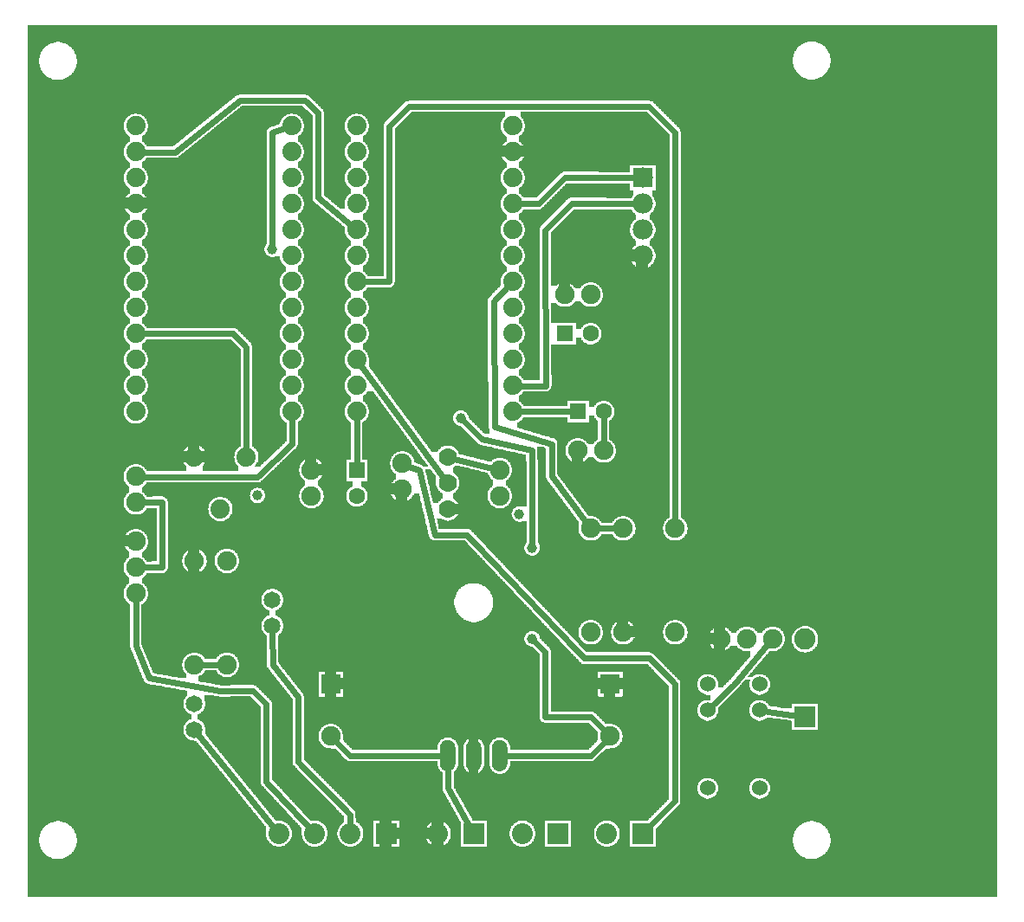
<source format=gbl>
G04 MADE WITH FRITZING*
G04 WWW.FRITZING.ORG*
G04 DOUBLE SIDED*
G04 HOLES PLATED*
G04 CONTOUR ON CENTER OF CONTOUR VECTOR*
%ASAXBY*%
%FSLAX23Y23*%
%MOIN*%
%OFA0B0*%
%SFA1.0B1.0*%
%ADD10C,0.075000*%
%ADD11C,0.074000*%
%ADD12C,0.078000*%
%ADD13C,0.060000*%
%ADD14C,0.065000*%
%ADD15C,0.080000*%
%ADD16C,0.069444*%
%ADD17C,0.062992*%
%ADD18C,0.082000*%
%ADD19C,0.039370*%
%ADD20R,0.078000X0.078000*%
%ADD21R,0.075000X0.075000*%
%ADD22R,0.080000X0.080000*%
%ADD23R,0.062992X0.062992*%
%ADD24R,0.082000X0.082000*%
%ADD25C,0.024000*%
%ADD26R,0.001000X0.001000*%
%LNCOPPER0*%
G90*
G70*
G54D10*
X3173Y3332D03*
G54D11*
X1057Y3009D03*
X1057Y2909D03*
X1057Y2809D03*
X1057Y2709D03*
X1057Y2609D03*
X1057Y2509D03*
X1057Y2409D03*
X1057Y2309D03*
X1057Y2209D03*
X1057Y2109D03*
X1057Y2009D03*
X1057Y1909D03*
X457Y1909D03*
X457Y2009D03*
X457Y2109D03*
X457Y2209D03*
X457Y2309D03*
X457Y2409D03*
X457Y2509D03*
X457Y2609D03*
X457Y2709D03*
X457Y2809D03*
X457Y2909D03*
X457Y3009D03*
X1907Y3009D03*
X1907Y2909D03*
X1907Y2809D03*
X1907Y2709D03*
X1907Y2609D03*
X1907Y2509D03*
X1907Y2409D03*
X1907Y2309D03*
X1907Y2209D03*
X1907Y2109D03*
X1907Y2009D03*
X1907Y1909D03*
X1307Y1909D03*
X1307Y2009D03*
X1307Y2109D03*
X1307Y2209D03*
X1307Y2309D03*
X1307Y2409D03*
X1307Y2509D03*
X1307Y2609D03*
X1307Y2709D03*
X1307Y2809D03*
X1307Y2909D03*
X1307Y3009D03*
G54D12*
X2407Y2809D03*
X2407Y2709D03*
X2407Y2609D03*
X2407Y2509D03*
G54D10*
X2282Y859D03*
X2282Y659D03*
X1207Y859D03*
X1207Y659D03*
G54D13*
X1657Y584D03*
X1757Y584D03*
X1857Y584D03*
G54D10*
X1482Y1609D03*
X1482Y1709D03*
X2332Y1459D03*
X2332Y1059D03*
X2532Y1459D03*
X2532Y1059D03*
X2207Y1059D03*
X2207Y1459D03*
X682Y1334D03*
X682Y934D03*
X457Y1559D03*
X457Y1659D03*
X1857Y1684D03*
X1857Y1584D03*
X2157Y1759D03*
X2257Y1759D03*
X1132Y1584D03*
X1132Y1684D03*
X2207Y2359D03*
X2107Y2359D03*
X807Y1334D03*
X807Y934D03*
G54D14*
X982Y1084D03*
X982Y1184D03*
X682Y784D03*
X682Y684D03*
G54D10*
X2707Y1034D03*
X2807Y1034D03*
X2907Y1034D03*
X457Y1209D03*
X457Y1309D03*
X457Y1409D03*
G54D11*
X882Y1734D03*
X782Y1534D03*
X682Y1734D03*
G54D15*
X2082Y284D03*
X1944Y284D03*
X1757Y284D03*
X1619Y284D03*
X1420Y284D03*
X1282Y284D03*
X1145Y284D03*
X1007Y284D03*
G54D16*
X1657Y1734D03*
X1657Y1633D03*
X1657Y1534D03*
G54D15*
X2407Y284D03*
X2269Y284D03*
G54D17*
X2158Y1909D03*
X2257Y1909D03*
X2108Y2209D03*
X2207Y2209D03*
X1307Y1682D03*
X1307Y1584D03*
G54D18*
X3032Y734D03*
X3032Y1032D03*
G54D19*
X924Y1586D03*
X1932Y1514D03*
X1707Y1884D03*
X1982Y1384D03*
X1982Y1034D03*
X982Y2534D03*
G54D13*
X2857Y459D03*
X2857Y759D03*
X2857Y859D03*
X2657Y859D03*
X2657Y459D03*
X2657Y759D03*
G54D20*
X2407Y2809D03*
G54D21*
X2282Y859D03*
X1207Y859D03*
G54D22*
X2082Y284D03*
X1757Y284D03*
X1420Y284D03*
X2407Y284D03*
G54D23*
X2158Y1909D03*
X2108Y2209D03*
X1307Y1682D03*
G54D24*
X3032Y733D03*
G54D25*
X2257Y1787D02*
X2257Y1882D01*
D02*
X558Y1559D02*
X558Y1309D01*
D02*
X558Y1309D02*
X485Y1309D01*
D02*
X485Y1559D02*
X558Y1559D01*
D02*
X698Y664D02*
X987Y308D01*
D02*
X1307Y1877D02*
X1307Y1709D01*
D02*
X1938Y1909D02*
X2132Y1909D01*
D02*
X983Y934D02*
X1082Y810D01*
D02*
X982Y1059D02*
X983Y934D01*
D02*
X1082Y810D02*
X1082Y560D01*
D02*
X1281Y358D02*
X1282Y315D01*
D02*
X1082Y560D02*
X1281Y358D01*
D02*
X882Y2158D02*
X882Y1764D01*
D02*
X831Y2209D02*
X882Y2158D01*
D02*
X488Y2209D02*
X831Y2209D01*
D02*
X1057Y1784D02*
X924Y1658D01*
D02*
X1057Y1877D02*
X1057Y1784D01*
D02*
X924Y1658D02*
X485Y1658D01*
D02*
X456Y1008D02*
X508Y882D01*
D02*
X457Y1180D02*
X456Y1008D01*
D02*
X508Y882D02*
X781Y833D01*
D02*
X958Y484D02*
X1123Y306D01*
D02*
X907Y834D02*
X958Y783D01*
D02*
X958Y783D02*
X958Y484D01*
D02*
X781Y833D02*
X907Y834D01*
D02*
X607Y2907D02*
X856Y3107D01*
D02*
X488Y2908D02*
X607Y2907D01*
D02*
X856Y3107D02*
X1106Y3108D01*
D02*
X1158Y3059D02*
X1157Y2732D01*
D02*
X1106Y3108D02*
X1158Y3059D01*
D02*
X1157Y2732D02*
X1283Y2628D01*
D02*
X1325Y2083D02*
X1641Y1655D01*
D02*
X1658Y459D02*
X1657Y552D01*
D02*
X1742Y311D02*
X1658Y459D01*
D02*
X1281Y585D02*
X1626Y584D01*
D02*
X1227Y638D02*
X1281Y585D01*
D02*
X710Y934D02*
X778Y934D01*
D02*
X1938Y2008D02*
X2033Y2008D01*
D02*
X2033Y2008D02*
X2032Y2607D01*
D02*
X2032Y2607D02*
X2133Y2710D01*
D02*
X2133Y2710D02*
X2377Y2709D01*
D02*
X2235Y1459D02*
X2303Y1459D01*
D02*
X1885Y2386D02*
X1833Y2333D01*
D02*
X1833Y2333D02*
X1836Y1850D01*
D02*
X1836Y1850D02*
X2057Y1785D01*
D02*
X2057Y1785D02*
X2056Y1660D01*
D02*
X2056Y1660D02*
X2190Y1481D01*
D02*
X1431Y2409D02*
X1432Y3008D01*
D02*
X1338Y2409D02*
X1431Y2409D01*
D02*
X1507Y3083D02*
X2432Y3083D01*
D02*
X1432Y3008D02*
X1507Y3083D01*
D02*
X2432Y3083D02*
X2531Y2984D01*
D02*
X2531Y2984D02*
X2532Y1487D01*
D02*
X2429Y306D02*
X2531Y409D01*
D02*
X2531Y409D02*
X2531Y859D01*
D02*
X2531Y859D02*
X2433Y959D01*
D02*
X2433Y959D02*
X2182Y959D01*
D02*
X2182Y959D02*
X1732Y1435D01*
D02*
X1732Y1435D02*
X1606Y1435D01*
D02*
X1606Y1435D02*
X1548Y1682D01*
D02*
X1548Y1682D02*
X1508Y1698D01*
D02*
X1829Y1690D02*
X1682Y1727D01*
D02*
X2006Y2710D02*
X2106Y2809D01*
D02*
X2106Y2809D02*
X2377Y2809D01*
D02*
X1938Y2709D02*
X2006Y2710D01*
D02*
X2207Y585D02*
X1888Y584D01*
D02*
X2262Y638D02*
X2207Y585D01*
D02*
X1720Y1870D02*
X1788Y1802D01*
D02*
X1788Y1802D02*
X1981Y1759D01*
D02*
X1981Y1759D02*
X1982Y1402D01*
D02*
X2032Y984D02*
X2032Y732D01*
D02*
X2032Y732D02*
X2207Y732D01*
D02*
X1995Y1020D02*
X2032Y984D01*
D02*
X2207Y732D02*
X2262Y679D01*
D02*
X1027Y2999D02*
X982Y2983D01*
D02*
X982Y2983D02*
X982Y2552D01*
D02*
X2888Y754D02*
X3000Y738D01*
D02*
X2888Y1012D02*
X2757Y858D01*
D02*
X2757Y858D02*
X2679Y780D01*
G36*
X2114Y2788D02*
X2114Y2786D01*
X2112Y2786D01*
X2112Y2784D01*
X2110Y2784D01*
X2110Y2782D01*
X2108Y2782D01*
X2108Y2780D01*
X2106Y2780D01*
X2106Y2778D01*
X2104Y2778D01*
X2104Y2776D01*
X2102Y2776D01*
X2102Y2774D01*
X2100Y2774D01*
X2100Y2772D01*
X2098Y2772D01*
X2098Y2770D01*
X2096Y2770D01*
X2096Y2768D01*
X2094Y2768D01*
X2094Y2766D01*
X2092Y2766D01*
X2092Y2764D01*
X2090Y2764D01*
X2090Y2762D01*
X2088Y2762D01*
X2088Y2760D01*
X2086Y2760D01*
X2086Y2758D01*
X2084Y2758D01*
X2084Y2756D01*
X2082Y2756D01*
X2082Y2754D01*
X2080Y2754D01*
X2080Y2752D01*
X2078Y2752D01*
X2078Y2750D01*
X2076Y2750D01*
X2076Y2748D01*
X2074Y2748D01*
X2074Y2746D01*
X2072Y2746D01*
X2072Y2744D01*
X2070Y2744D01*
X2070Y2742D01*
X2068Y2742D01*
X2068Y2740D01*
X2066Y2740D01*
X2066Y2738D01*
X2064Y2738D01*
X2064Y2736D01*
X2062Y2736D01*
X2062Y2734D01*
X2060Y2734D01*
X2060Y2732D01*
X2266Y2732D01*
X2266Y2730D01*
X2364Y2730D01*
X2364Y2734D01*
X2366Y2734D01*
X2366Y2736D01*
X2368Y2736D01*
X2368Y2740D01*
X2370Y2740D01*
X2370Y2760D01*
X2358Y2760D01*
X2358Y2786D01*
X2230Y2786D01*
X2230Y2788D01*
X2114Y2788D01*
G37*
D02*
G36*
X2058Y2732D02*
X2058Y2730D01*
X2056Y2730D01*
X2056Y2728D01*
X2054Y2728D01*
X2054Y2726D01*
X2052Y2726D01*
X2052Y2724D01*
X2050Y2724D01*
X2050Y2722D01*
X2048Y2722D01*
X2048Y2720D01*
X2046Y2720D01*
X2046Y2718D01*
X2044Y2718D01*
X2044Y2716D01*
X2042Y2716D01*
X2042Y2714D01*
X2040Y2714D01*
X2040Y2712D01*
X2038Y2712D01*
X2038Y2710D01*
X2036Y2710D01*
X2036Y2708D01*
X2034Y2708D01*
X2034Y2706D01*
X2032Y2706D01*
X2032Y2704D01*
X2030Y2704D01*
X2030Y2702D01*
X2028Y2702D01*
X2028Y2700D01*
X2026Y2700D01*
X2026Y2698D01*
X2024Y2698D01*
X2024Y2696D01*
X2022Y2696D01*
X2022Y2694D01*
X2020Y2694D01*
X2020Y2692D01*
X2018Y2692D01*
X2018Y2690D01*
X2014Y2690D01*
X2014Y2688D01*
X1958Y2688D01*
X1958Y2686D01*
X1948Y2686D01*
X1948Y2684D01*
X1946Y2684D01*
X1946Y2682D01*
X1944Y2682D01*
X1944Y2678D01*
X1942Y2678D01*
X1942Y2676D01*
X1940Y2676D01*
X1940Y2674D01*
X1938Y2674D01*
X1938Y2672D01*
X1934Y2672D01*
X1934Y2670D01*
X1932Y2670D01*
X1932Y2668D01*
X1930Y2668D01*
X1930Y2648D01*
X1934Y2648D01*
X1934Y2646D01*
X1936Y2646D01*
X1936Y2644D01*
X1938Y2644D01*
X1938Y2642D01*
X1940Y2642D01*
X1940Y2640D01*
X1942Y2640D01*
X1942Y2638D01*
X1944Y2638D01*
X1944Y2636D01*
X1946Y2636D01*
X1946Y2632D01*
X1948Y2632D01*
X1948Y2628D01*
X1950Y2628D01*
X1950Y2624D01*
X1952Y2624D01*
X1952Y2616D01*
X1954Y2616D01*
X1954Y2600D01*
X1952Y2600D01*
X1952Y2592D01*
X1950Y2592D01*
X1950Y2588D01*
X1948Y2588D01*
X1948Y2584D01*
X1946Y2584D01*
X1946Y2582D01*
X1944Y2582D01*
X1944Y2578D01*
X1942Y2578D01*
X1942Y2576D01*
X1940Y2576D01*
X1940Y2574D01*
X1938Y2574D01*
X1938Y2572D01*
X1934Y2572D01*
X1934Y2570D01*
X1932Y2570D01*
X1932Y2568D01*
X1930Y2568D01*
X1930Y2548D01*
X1934Y2548D01*
X1934Y2546D01*
X1936Y2546D01*
X1936Y2544D01*
X1938Y2544D01*
X1938Y2542D01*
X1940Y2542D01*
X1940Y2540D01*
X1942Y2540D01*
X1942Y2538D01*
X1944Y2538D01*
X1944Y2536D01*
X1946Y2536D01*
X1946Y2532D01*
X1948Y2532D01*
X1948Y2528D01*
X1950Y2528D01*
X1950Y2524D01*
X1952Y2524D01*
X1952Y2516D01*
X1954Y2516D01*
X1954Y2500D01*
X1952Y2500D01*
X1952Y2492D01*
X1950Y2492D01*
X1950Y2488D01*
X1948Y2488D01*
X1948Y2484D01*
X1946Y2484D01*
X1946Y2482D01*
X1944Y2482D01*
X1944Y2478D01*
X1942Y2478D01*
X1942Y2476D01*
X1940Y2476D01*
X1940Y2474D01*
X1938Y2474D01*
X1938Y2472D01*
X1934Y2472D01*
X1934Y2470D01*
X1932Y2470D01*
X1932Y2468D01*
X1930Y2468D01*
X1930Y2448D01*
X1934Y2448D01*
X1934Y2446D01*
X1936Y2446D01*
X1936Y2444D01*
X1938Y2444D01*
X1938Y2442D01*
X1940Y2442D01*
X1940Y2440D01*
X1942Y2440D01*
X1942Y2438D01*
X1944Y2438D01*
X1944Y2436D01*
X1946Y2436D01*
X1946Y2432D01*
X1948Y2432D01*
X1948Y2428D01*
X1950Y2428D01*
X1950Y2424D01*
X1952Y2424D01*
X1952Y2416D01*
X1954Y2416D01*
X1954Y2400D01*
X1952Y2400D01*
X1952Y2392D01*
X1950Y2392D01*
X1950Y2388D01*
X1948Y2388D01*
X1948Y2384D01*
X1946Y2384D01*
X1946Y2382D01*
X1944Y2382D01*
X1944Y2378D01*
X1942Y2378D01*
X1942Y2376D01*
X1940Y2376D01*
X1940Y2374D01*
X1938Y2374D01*
X1938Y2372D01*
X1934Y2372D01*
X1934Y2370D01*
X1932Y2370D01*
X1932Y2368D01*
X1930Y2368D01*
X1930Y2348D01*
X1934Y2348D01*
X1934Y2346D01*
X1936Y2346D01*
X1936Y2344D01*
X1938Y2344D01*
X1938Y2342D01*
X1940Y2342D01*
X1940Y2340D01*
X1942Y2340D01*
X1942Y2338D01*
X1944Y2338D01*
X1944Y2336D01*
X1946Y2336D01*
X1946Y2332D01*
X1948Y2332D01*
X1948Y2328D01*
X1950Y2328D01*
X1950Y2324D01*
X1952Y2324D01*
X1952Y2316D01*
X1954Y2316D01*
X1954Y2300D01*
X1952Y2300D01*
X1952Y2292D01*
X1950Y2292D01*
X1950Y2288D01*
X1948Y2288D01*
X1948Y2284D01*
X1946Y2284D01*
X1946Y2282D01*
X1944Y2282D01*
X1944Y2278D01*
X1942Y2278D01*
X1942Y2276D01*
X1940Y2276D01*
X1940Y2274D01*
X1938Y2274D01*
X1938Y2272D01*
X1934Y2272D01*
X1934Y2270D01*
X1932Y2270D01*
X1932Y2268D01*
X1930Y2268D01*
X1930Y2248D01*
X1934Y2248D01*
X1934Y2246D01*
X1936Y2246D01*
X1936Y2244D01*
X1938Y2244D01*
X1938Y2242D01*
X1940Y2242D01*
X1940Y2240D01*
X1942Y2240D01*
X1942Y2238D01*
X1944Y2238D01*
X1944Y2236D01*
X1946Y2236D01*
X1946Y2232D01*
X1948Y2232D01*
X1948Y2228D01*
X1950Y2228D01*
X1950Y2224D01*
X1952Y2224D01*
X1952Y2216D01*
X1954Y2216D01*
X1954Y2200D01*
X1952Y2200D01*
X1952Y2192D01*
X1950Y2192D01*
X1950Y2188D01*
X1948Y2188D01*
X1948Y2184D01*
X1946Y2184D01*
X1946Y2182D01*
X1944Y2182D01*
X1944Y2178D01*
X1942Y2178D01*
X1942Y2176D01*
X1940Y2176D01*
X1940Y2174D01*
X1938Y2174D01*
X1938Y2172D01*
X1934Y2172D01*
X1934Y2170D01*
X1932Y2170D01*
X1932Y2168D01*
X1930Y2168D01*
X1930Y2148D01*
X1934Y2148D01*
X1934Y2146D01*
X1936Y2146D01*
X1936Y2144D01*
X1938Y2144D01*
X1938Y2142D01*
X1940Y2142D01*
X1940Y2140D01*
X1942Y2140D01*
X1942Y2138D01*
X1944Y2138D01*
X1944Y2136D01*
X1946Y2136D01*
X1946Y2132D01*
X1948Y2132D01*
X1948Y2128D01*
X1950Y2128D01*
X1950Y2124D01*
X1952Y2124D01*
X1952Y2116D01*
X1954Y2116D01*
X1954Y2100D01*
X1952Y2100D01*
X1952Y2092D01*
X1950Y2092D01*
X1950Y2088D01*
X1948Y2088D01*
X1948Y2084D01*
X1946Y2084D01*
X1946Y2082D01*
X1944Y2082D01*
X1944Y2078D01*
X1942Y2078D01*
X1942Y2076D01*
X1940Y2076D01*
X1940Y2074D01*
X1938Y2074D01*
X1938Y2072D01*
X1934Y2072D01*
X1934Y2070D01*
X1932Y2070D01*
X1932Y2068D01*
X1930Y2068D01*
X1930Y2048D01*
X1934Y2048D01*
X1934Y2046D01*
X1936Y2046D01*
X1936Y2044D01*
X1938Y2044D01*
X1938Y2042D01*
X1940Y2042D01*
X1940Y2040D01*
X1942Y2040D01*
X1942Y2038D01*
X1944Y2038D01*
X1944Y2036D01*
X1946Y2036D01*
X1946Y2032D01*
X1948Y2032D01*
X1948Y2030D01*
X2010Y2030D01*
X2010Y2614D01*
X2012Y2614D01*
X2012Y2618D01*
X2014Y2618D01*
X2014Y2622D01*
X2016Y2622D01*
X2016Y2624D01*
X2018Y2624D01*
X2018Y2626D01*
X2020Y2626D01*
X2020Y2628D01*
X2022Y2628D01*
X2022Y2630D01*
X2024Y2630D01*
X2024Y2632D01*
X2026Y2632D01*
X2026Y2634D01*
X2028Y2634D01*
X2028Y2636D01*
X2030Y2636D01*
X2030Y2638D01*
X2032Y2638D01*
X2032Y2640D01*
X2034Y2640D01*
X2034Y2642D01*
X2036Y2642D01*
X2036Y2644D01*
X2038Y2644D01*
X2038Y2646D01*
X2040Y2646D01*
X2040Y2648D01*
X2042Y2648D01*
X2042Y2650D01*
X2044Y2650D01*
X2044Y2652D01*
X2046Y2652D01*
X2046Y2654D01*
X2048Y2654D01*
X2048Y2656D01*
X2050Y2656D01*
X2050Y2658D01*
X2052Y2658D01*
X2052Y2660D01*
X2054Y2660D01*
X2054Y2662D01*
X2056Y2662D01*
X2056Y2664D01*
X2058Y2664D01*
X2058Y2666D01*
X2060Y2666D01*
X2060Y2668D01*
X2062Y2668D01*
X2062Y2670D01*
X2064Y2670D01*
X2064Y2672D01*
X2066Y2672D01*
X2066Y2674D01*
X2068Y2674D01*
X2068Y2676D01*
X2070Y2676D01*
X2070Y2678D01*
X2072Y2678D01*
X2072Y2680D01*
X2074Y2680D01*
X2074Y2682D01*
X2076Y2682D01*
X2076Y2684D01*
X2078Y2684D01*
X2078Y2686D01*
X2080Y2686D01*
X2080Y2688D01*
X2082Y2688D01*
X2082Y2690D01*
X2084Y2690D01*
X2084Y2692D01*
X2086Y2692D01*
X2086Y2694D01*
X2088Y2694D01*
X2088Y2696D01*
X2090Y2696D01*
X2090Y2698D01*
X2092Y2698D01*
X2092Y2700D01*
X2094Y2700D01*
X2094Y2702D01*
X2096Y2702D01*
X2096Y2704D01*
X2098Y2704D01*
X2098Y2706D01*
X2100Y2706D01*
X2100Y2708D01*
X2102Y2708D01*
X2102Y2710D01*
X2104Y2710D01*
X2104Y2712D01*
X2106Y2712D01*
X2106Y2714D01*
X2108Y2714D01*
X2108Y2716D01*
X2110Y2716D01*
X2110Y2720D01*
X2112Y2720D01*
X2112Y2722D01*
X2114Y2722D01*
X2114Y2724D01*
X2116Y2724D01*
X2116Y2726D01*
X2120Y2726D01*
X2120Y2728D01*
X2122Y2728D01*
X2122Y2730D01*
X2128Y2730D01*
X2128Y2732D01*
X2058Y2732D01*
G37*
D02*
G36*
X1570Y1688D02*
X1570Y1682D01*
X1572Y1682D01*
X1572Y1672D01*
X1574Y1672D01*
X1574Y1664D01*
X1576Y1664D01*
X1576Y1656D01*
X1578Y1656D01*
X1578Y1648D01*
X1580Y1648D01*
X1580Y1638D01*
X1582Y1638D01*
X1582Y1630D01*
X1584Y1630D01*
X1584Y1622D01*
X1586Y1622D01*
X1586Y1612D01*
X1588Y1612D01*
X1588Y1604D01*
X1590Y1604D01*
X1590Y1596D01*
X1592Y1596D01*
X1592Y1586D01*
X1594Y1586D01*
X1594Y1578D01*
X1596Y1578D01*
X1596Y1570D01*
X1598Y1570D01*
X1598Y1562D01*
X1600Y1562D01*
X1600Y1556D01*
X1620Y1556D01*
X1620Y1560D01*
X1622Y1560D01*
X1622Y1562D01*
X1624Y1562D01*
X1624Y1564D01*
X1626Y1564D01*
X1626Y1566D01*
X1628Y1566D01*
X1628Y1568D01*
X1630Y1568D01*
X1630Y1570D01*
X1632Y1570D01*
X1632Y1572D01*
X1636Y1572D01*
X1636Y1574D01*
X1638Y1574D01*
X1638Y1594D01*
X1634Y1594D01*
X1634Y1596D01*
X1630Y1596D01*
X1630Y1598D01*
X1628Y1598D01*
X1628Y1600D01*
X1626Y1600D01*
X1626Y1602D01*
X1624Y1602D01*
X1624Y1604D01*
X1622Y1604D01*
X1622Y1606D01*
X1620Y1606D01*
X1620Y1610D01*
X1618Y1610D01*
X1618Y1614D01*
X1616Y1614D01*
X1616Y1618D01*
X1614Y1618D01*
X1614Y1624D01*
X1612Y1624D01*
X1612Y1658D01*
X1610Y1658D01*
X1610Y1662D01*
X1608Y1662D01*
X1608Y1664D01*
X1606Y1664D01*
X1606Y1666D01*
X1604Y1666D01*
X1604Y1670D01*
X1602Y1670D01*
X1602Y1672D01*
X1600Y1672D01*
X1600Y1674D01*
X1598Y1674D01*
X1598Y1678D01*
X1596Y1678D01*
X1596Y1680D01*
X1594Y1680D01*
X1594Y1682D01*
X1592Y1682D01*
X1592Y1686D01*
X1590Y1686D01*
X1590Y1688D01*
X1570Y1688D01*
G37*
D02*
G36*
X40Y3398D02*
X40Y3334D01*
X3064Y3334D01*
X3064Y3332D01*
X3074Y3332D01*
X3074Y3330D01*
X3080Y3330D01*
X3080Y3328D01*
X3086Y3328D01*
X3086Y3326D01*
X3090Y3326D01*
X3090Y3324D01*
X3094Y3324D01*
X3094Y3322D01*
X3098Y3322D01*
X3098Y3320D01*
X3100Y3320D01*
X3100Y3318D01*
X3102Y3318D01*
X3102Y3316D01*
X3106Y3316D01*
X3106Y3314D01*
X3108Y3314D01*
X3108Y3312D01*
X3110Y3312D01*
X3110Y3310D01*
X3112Y3310D01*
X3112Y3306D01*
X3114Y3306D01*
X3114Y3304D01*
X3116Y3304D01*
X3116Y3302D01*
X3118Y3302D01*
X3118Y3298D01*
X3120Y3298D01*
X3120Y3294D01*
X3122Y3294D01*
X3122Y3290D01*
X3124Y3290D01*
X3124Y3286D01*
X3126Y3286D01*
X3126Y3280D01*
X3128Y3280D01*
X3128Y3270D01*
X3130Y3270D01*
X3130Y3250D01*
X3128Y3250D01*
X3128Y3242D01*
X3126Y3242D01*
X3126Y3234D01*
X3124Y3234D01*
X3124Y3230D01*
X3122Y3230D01*
X3122Y3226D01*
X3120Y3226D01*
X3120Y3222D01*
X3118Y3222D01*
X3118Y3220D01*
X3116Y3220D01*
X3116Y3216D01*
X3114Y3216D01*
X3114Y3214D01*
X3112Y3214D01*
X3112Y3212D01*
X3110Y3212D01*
X3110Y3210D01*
X3108Y3210D01*
X3108Y3208D01*
X3106Y3208D01*
X3106Y3206D01*
X3104Y3206D01*
X3104Y3204D01*
X3102Y3204D01*
X3102Y3202D01*
X3100Y3202D01*
X3100Y3200D01*
X3096Y3200D01*
X3096Y3198D01*
X3092Y3198D01*
X3092Y3196D01*
X3088Y3196D01*
X3088Y3194D01*
X3084Y3194D01*
X3084Y3192D01*
X3080Y3192D01*
X3080Y3190D01*
X3072Y3190D01*
X3072Y3188D01*
X3770Y3188D01*
X3770Y3398D01*
X40Y3398D01*
G37*
D02*
G36*
X40Y3334D02*
X40Y3332D01*
X164Y3332D01*
X164Y3330D01*
X174Y3330D01*
X174Y3328D01*
X182Y3328D01*
X182Y3326D01*
X186Y3326D01*
X186Y3324D01*
X190Y3324D01*
X190Y3322D01*
X194Y3322D01*
X194Y3320D01*
X198Y3320D01*
X198Y3318D01*
X200Y3318D01*
X200Y3316D01*
X202Y3316D01*
X202Y3314D01*
X206Y3314D01*
X206Y3312D01*
X208Y3312D01*
X208Y3310D01*
X210Y3310D01*
X210Y3308D01*
X212Y3308D01*
X212Y3304D01*
X214Y3304D01*
X214Y3302D01*
X216Y3302D01*
X216Y3300D01*
X218Y3300D01*
X218Y3296D01*
X220Y3296D01*
X220Y3292D01*
X222Y3292D01*
X222Y3288D01*
X224Y3288D01*
X224Y3284D01*
X226Y3284D01*
X226Y3278D01*
X228Y3278D01*
X228Y3268D01*
X230Y3268D01*
X230Y3248D01*
X228Y3248D01*
X228Y3240D01*
X226Y3240D01*
X226Y3232D01*
X224Y3232D01*
X224Y3228D01*
X222Y3228D01*
X222Y3224D01*
X220Y3224D01*
X220Y3220D01*
X218Y3220D01*
X218Y3218D01*
X216Y3218D01*
X216Y3214D01*
X214Y3214D01*
X214Y3212D01*
X212Y3212D01*
X212Y3210D01*
X210Y3210D01*
X210Y3208D01*
X208Y3208D01*
X208Y3206D01*
X206Y3206D01*
X206Y3204D01*
X204Y3204D01*
X204Y3202D01*
X202Y3202D01*
X202Y3200D01*
X198Y3200D01*
X198Y3198D01*
X196Y3198D01*
X196Y3196D01*
X192Y3196D01*
X192Y3194D01*
X188Y3194D01*
X188Y3192D01*
X184Y3192D01*
X184Y3190D01*
X178Y3190D01*
X178Y3188D01*
X3042Y3188D01*
X3042Y3190D01*
X3034Y3190D01*
X3034Y3192D01*
X3030Y3192D01*
X3030Y3194D01*
X3024Y3194D01*
X3024Y3196D01*
X3022Y3196D01*
X3022Y3198D01*
X3018Y3198D01*
X3018Y3200D01*
X3014Y3200D01*
X3014Y3202D01*
X3012Y3202D01*
X3012Y3204D01*
X3010Y3204D01*
X3010Y3206D01*
X3008Y3206D01*
X3008Y3208D01*
X3006Y3208D01*
X3006Y3210D01*
X3004Y3210D01*
X3004Y3212D01*
X3002Y3212D01*
X3002Y3214D01*
X3000Y3214D01*
X3000Y3216D01*
X2998Y3216D01*
X2998Y3218D01*
X2996Y3218D01*
X2996Y3222D01*
X2994Y3222D01*
X2994Y3226D01*
X2992Y3226D01*
X2992Y3230D01*
X2990Y3230D01*
X2990Y3234D01*
X2988Y3234D01*
X2988Y3240D01*
X2986Y3240D01*
X2986Y3248D01*
X2984Y3248D01*
X2984Y3272D01*
X2986Y3272D01*
X2986Y3282D01*
X2988Y3282D01*
X2988Y3286D01*
X2990Y3286D01*
X2990Y3292D01*
X2992Y3292D01*
X2992Y3296D01*
X2994Y3296D01*
X2994Y3298D01*
X2996Y3298D01*
X2996Y3302D01*
X2998Y3302D01*
X2998Y3304D01*
X3000Y3304D01*
X3000Y3308D01*
X3002Y3308D01*
X3002Y3310D01*
X3004Y3310D01*
X3004Y3312D01*
X3006Y3312D01*
X3006Y3314D01*
X3008Y3314D01*
X3008Y3316D01*
X3010Y3316D01*
X3010Y3318D01*
X3014Y3318D01*
X3014Y3320D01*
X3016Y3320D01*
X3016Y3322D01*
X3020Y3322D01*
X3020Y3324D01*
X3024Y3324D01*
X3024Y3326D01*
X3028Y3326D01*
X3028Y3328D01*
X3032Y3328D01*
X3032Y3330D01*
X3040Y3330D01*
X3040Y3332D01*
X3050Y3332D01*
X3050Y3334D01*
X40Y3334D01*
G37*
D02*
G36*
X40Y3332D02*
X40Y3186D01*
X142Y3186D01*
X142Y3188D01*
X134Y3188D01*
X134Y3190D01*
X130Y3190D01*
X130Y3192D01*
X126Y3192D01*
X126Y3194D01*
X122Y3194D01*
X122Y3196D01*
X118Y3196D01*
X118Y3198D01*
X114Y3198D01*
X114Y3200D01*
X112Y3200D01*
X112Y3202D01*
X110Y3202D01*
X110Y3204D01*
X108Y3204D01*
X108Y3206D01*
X106Y3206D01*
X106Y3208D01*
X104Y3208D01*
X104Y3210D01*
X102Y3210D01*
X102Y3212D01*
X100Y3212D01*
X100Y3214D01*
X98Y3214D01*
X98Y3216D01*
X96Y3216D01*
X96Y3220D01*
X94Y3220D01*
X94Y3224D01*
X92Y3224D01*
X92Y3228D01*
X90Y3228D01*
X90Y3232D01*
X88Y3232D01*
X88Y3238D01*
X86Y3238D01*
X86Y3246D01*
X84Y3246D01*
X84Y3270D01*
X86Y3270D01*
X86Y3278D01*
X88Y3278D01*
X88Y3284D01*
X90Y3284D01*
X90Y3290D01*
X92Y3290D01*
X92Y3294D01*
X94Y3294D01*
X94Y3296D01*
X96Y3296D01*
X96Y3300D01*
X98Y3300D01*
X98Y3302D01*
X100Y3302D01*
X100Y3306D01*
X102Y3306D01*
X102Y3308D01*
X104Y3308D01*
X104Y3310D01*
X106Y3310D01*
X106Y3312D01*
X108Y3312D01*
X108Y3314D01*
X110Y3314D01*
X110Y3316D01*
X114Y3316D01*
X114Y3318D01*
X116Y3318D01*
X116Y3320D01*
X120Y3320D01*
X120Y3322D01*
X124Y3322D01*
X124Y3324D01*
X128Y3324D01*
X128Y3326D01*
X132Y3326D01*
X132Y3328D01*
X140Y3328D01*
X140Y3330D01*
X150Y3330D01*
X150Y3332D01*
X40Y3332D01*
G37*
D02*
G36*
X172Y3188D02*
X172Y3186D01*
X3770Y3186D01*
X3770Y3188D01*
X172Y3188D01*
G37*
D02*
G36*
X172Y3188D02*
X172Y3186D01*
X3770Y3186D01*
X3770Y3188D01*
X172Y3188D01*
G37*
D02*
G36*
X40Y3186D02*
X40Y3184D01*
X3770Y3184D01*
X3770Y3186D01*
X40Y3186D01*
G37*
D02*
G36*
X40Y3186D02*
X40Y3184D01*
X3770Y3184D01*
X3770Y3186D01*
X40Y3186D01*
G37*
D02*
G36*
X40Y3184D02*
X40Y3130D01*
X1112Y3130D01*
X1112Y3128D01*
X1116Y3128D01*
X1116Y3126D01*
X1120Y3126D01*
X1120Y3124D01*
X1122Y3124D01*
X1122Y3122D01*
X1124Y3122D01*
X1124Y3120D01*
X1126Y3120D01*
X1126Y3118D01*
X1128Y3118D01*
X1128Y3116D01*
X1130Y3116D01*
X1130Y3114D01*
X1132Y3114D01*
X1132Y3112D01*
X1134Y3112D01*
X1134Y3110D01*
X1136Y3110D01*
X1136Y3108D01*
X1140Y3108D01*
X1140Y3106D01*
X2434Y3106D01*
X2434Y3104D01*
X2442Y3104D01*
X2442Y3102D01*
X2446Y3102D01*
X2446Y3100D01*
X2448Y3100D01*
X2448Y3098D01*
X2450Y3098D01*
X2450Y3096D01*
X2452Y3096D01*
X2452Y3094D01*
X2454Y3094D01*
X2454Y3092D01*
X2456Y3092D01*
X2456Y3090D01*
X2458Y3090D01*
X2458Y3088D01*
X2460Y3088D01*
X2460Y3086D01*
X2462Y3086D01*
X2462Y3084D01*
X2464Y3084D01*
X2464Y3082D01*
X2466Y3082D01*
X2466Y3080D01*
X2468Y3080D01*
X2468Y3078D01*
X2470Y3078D01*
X2470Y3076D01*
X2472Y3076D01*
X2472Y3074D01*
X2474Y3074D01*
X2474Y3072D01*
X2476Y3072D01*
X2476Y3070D01*
X2478Y3070D01*
X2478Y3068D01*
X2480Y3068D01*
X2480Y3066D01*
X2482Y3066D01*
X2482Y3064D01*
X2484Y3064D01*
X2484Y3062D01*
X2486Y3062D01*
X2486Y3060D01*
X2488Y3060D01*
X2488Y3058D01*
X2490Y3058D01*
X2490Y3056D01*
X2492Y3056D01*
X2492Y3054D01*
X2494Y3054D01*
X2494Y3052D01*
X2496Y3052D01*
X2496Y3050D01*
X2498Y3050D01*
X2498Y3048D01*
X2500Y3048D01*
X2500Y3046D01*
X2502Y3046D01*
X2502Y3044D01*
X2504Y3044D01*
X2504Y3042D01*
X2506Y3042D01*
X2506Y3040D01*
X2508Y3040D01*
X2508Y3038D01*
X2510Y3038D01*
X2510Y3036D01*
X2512Y3036D01*
X2512Y3034D01*
X2514Y3034D01*
X2514Y3032D01*
X2516Y3032D01*
X2516Y3030D01*
X2518Y3030D01*
X2518Y3028D01*
X2520Y3028D01*
X2520Y3026D01*
X2522Y3026D01*
X2522Y3024D01*
X2524Y3024D01*
X2524Y3022D01*
X2526Y3022D01*
X2526Y3020D01*
X2528Y3020D01*
X2528Y3018D01*
X2530Y3018D01*
X2530Y3016D01*
X2532Y3016D01*
X2532Y3014D01*
X2534Y3014D01*
X2534Y3012D01*
X2536Y3012D01*
X2536Y3010D01*
X2538Y3010D01*
X2538Y3008D01*
X2540Y3008D01*
X2540Y3006D01*
X2542Y3006D01*
X2542Y3004D01*
X2544Y3004D01*
X2544Y3002D01*
X2546Y3002D01*
X2546Y3000D01*
X2548Y3000D01*
X2548Y2998D01*
X2550Y2998D01*
X2550Y2994D01*
X2552Y2994D01*
X2552Y2988D01*
X2554Y2988D01*
X2554Y1500D01*
X2556Y1500D01*
X2556Y1498D01*
X2560Y1498D01*
X2560Y1496D01*
X2562Y1496D01*
X2562Y1494D01*
X2564Y1494D01*
X2564Y1492D01*
X2566Y1492D01*
X2566Y1490D01*
X2568Y1490D01*
X2568Y1488D01*
X2570Y1488D01*
X2570Y1486D01*
X2572Y1486D01*
X2572Y1482D01*
X2574Y1482D01*
X2574Y1478D01*
X2576Y1478D01*
X2576Y1472D01*
X2578Y1472D01*
X2578Y1464D01*
X2580Y1464D01*
X2580Y1454D01*
X2578Y1454D01*
X2578Y1444D01*
X2576Y1444D01*
X2576Y1438D01*
X2574Y1438D01*
X2574Y1436D01*
X2572Y1436D01*
X2572Y1432D01*
X2570Y1432D01*
X2570Y1430D01*
X2568Y1430D01*
X2568Y1426D01*
X2566Y1426D01*
X2566Y1424D01*
X2564Y1424D01*
X2564Y1422D01*
X2560Y1422D01*
X2560Y1420D01*
X2558Y1420D01*
X2558Y1418D01*
X2554Y1418D01*
X2554Y1416D01*
X2550Y1416D01*
X2550Y1414D01*
X2544Y1414D01*
X2544Y1412D01*
X2532Y1412D01*
X2532Y1410D01*
X3770Y1410D01*
X3770Y3184D01*
X40Y3184D01*
G37*
D02*
G36*
X40Y3130D02*
X40Y3056D01*
X462Y3056D01*
X462Y3054D01*
X470Y3054D01*
X470Y3052D01*
X476Y3052D01*
X476Y3050D01*
X480Y3050D01*
X480Y3048D01*
X484Y3048D01*
X484Y3046D01*
X486Y3046D01*
X486Y3044D01*
X488Y3044D01*
X488Y3042D01*
X490Y3042D01*
X490Y3040D01*
X492Y3040D01*
X492Y3038D01*
X494Y3038D01*
X494Y3036D01*
X496Y3036D01*
X496Y3032D01*
X498Y3032D01*
X498Y3028D01*
X500Y3028D01*
X500Y3024D01*
X502Y3024D01*
X502Y3016D01*
X504Y3016D01*
X504Y3000D01*
X502Y3000D01*
X502Y2992D01*
X500Y2992D01*
X500Y2988D01*
X498Y2988D01*
X498Y2984D01*
X496Y2984D01*
X496Y2982D01*
X494Y2982D01*
X494Y2978D01*
X492Y2978D01*
X492Y2976D01*
X490Y2976D01*
X490Y2974D01*
X488Y2974D01*
X488Y2972D01*
X484Y2972D01*
X484Y2970D01*
X482Y2970D01*
X482Y2968D01*
X480Y2968D01*
X480Y2948D01*
X484Y2948D01*
X484Y2946D01*
X486Y2946D01*
X486Y2944D01*
X488Y2944D01*
X488Y2942D01*
X490Y2942D01*
X490Y2940D01*
X492Y2940D01*
X492Y2938D01*
X494Y2938D01*
X494Y2936D01*
X496Y2936D01*
X496Y2932D01*
X498Y2932D01*
X498Y2930D01*
X602Y2930D01*
X602Y2932D01*
X604Y2932D01*
X604Y2934D01*
X606Y2934D01*
X606Y2936D01*
X610Y2936D01*
X610Y2938D01*
X612Y2938D01*
X612Y2940D01*
X614Y2940D01*
X614Y2942D01*
X616Y2942D01*
X616Y2944D01*
X620Y2944D01*
X620Y2946D01*
X622Y2946D01*
X622Y2948D01*
X624Y2948D01*
X624Y2950D01*
X626Y2950D01*
X626Y2952D01*
X630Y2952D01*
X630Y2954D01*
X632Y2954D01*
X632Y2956D01*
X634Y2956D01*
X634Y2958D01*
X636Y2958D01*
X636Y2960D01*
X640Y2960D01*
X640Y2962D01*
X642Y2962D01*
X642Y2964D01*
X644Y2964D01*
X644Y2966D01*
X646Y2966D01*
X646Y2968D01*
X648Y2968D01*
X648Y2970D01*
X652Y2970D01*
X652Y2972D01*
X654Y2972D01*
X654Y2974D01*
X656Y2974D01*
X656Y2976D01*
X658Y2976D01*
X658Y2978D01*
X662Y2978D01*
X662Y2980D01*
X664Y2980D01*
X664Y2982D01*
X666Y2982D01*
X666Y2984D01*
X668Y2984D01*
X668Y2986D01*
X672Y2986D01*
X672Y2988D01*
X674Y2988D01*
X674Y2990D01*
X676Y2990D01*
X676Y2992D01*
X678Y2992D01*
X678Y2994D01*
X682Y2994D01*
X682Y2996D01*
X684Y2996D01*
X684Y2998D01*
X686Y2998D01*
X686Y3000D01*
X688Y3000D01*
X688Y3002D01*
X692Y3002D01*
X692Y3004D01*
X694Y3004D01*
X694Y3006D01*
X696Y3006D01*
X696Y3008D01*
X698Y3008D01*
X698Y3010D01*
X702Y3010D01*
X702Y3012D01*
X704Y3012D01*
X704Y3014D01*
X706Y3014D01*
X706Y3016D01*
X708Y3016D01*
X708Y3018D01*
X712Y3018D01*
X712Y3020D01*
X714Y3020D01*
X714Y3022D01*
X716Y3022D01*
X716Y3024D01*
X718Y3024D01*
X718Y3026D01*
X722Y3026D01*
X722Y3028D01*
X724Y3028D01*
X724Y3030D01*
X726Y3030D01*
X726Y3032D01*
X728Y3032D01*
X728Y3034D01*
X732Y3034D01*
X732Y3036D01*
X734Y3036D01*
X734Y3038D01*
X736Y3038D01*
X736Y3040D01*
X738Y3040D01*
X738Y3042D01*
X740Y3042D01*
X740Y3044D01*
X744Y3044D01*
X744Y3046D01*
X746Y3046D01*
X746Y3048D01*
X748Y3048D01*
X748Y3050D01*
X750Y3050D01*
X750Y3052D01*
X754Y3052D01*
X754Y3054D01*
X756Y3054D01*
X756Y3056D01*
X758Y3056D01*
X758Y3058D01*
X760Y3058D01*
X760Y3060D01*
X764Y3060D01*
X764Y3062D01*
X766Y3062D01*
X766Y3064D01*
X768Y3064D01*
X768Y3066D01*
X770Y3066D01*
X770Y3068D01*
X774Y3068D01*
X774Y3070D01*
X776Y3070D01*
X776Y3072D01*
X778Y3072D01*
X778Y3074D01*
X780Y3074D01*
X780Y3076D01*
X784Y3076D01*
X784Y3078D01*
X786Y3078D01*
X786Y3080D01*
X788Y3080D01*
X788Y3082D01*
X790Y3082D01*
X790Y3084D01*
X794Y3084D01*
X794Y3086D01*
X796Y3086D01*
X796Y3088D01*
X798Y3088D01*
X798Y3090D01*
X800Y3090D01*
X800Y3092D01*
X804Y3092D01*
X804Y3094D01*
X806Y3094D01*
X806Y3096D01*
X808Y3096D01*
X808Y3098D01*
X810Y3098D01*
X810Y3100D01*
X814Y3100D01*
X814Y3102D01*
X816Y3102D01*
X816Y3104D01*
X818Y3104D01*
X818Y3106D01*
X820Y3106D01*
X820Y3108D01*
X824Y3108D01*
X824Y3110D01*
X826Y3110D01*
X826Y3112D01*
X828Y3112D01*
X828Y3114D01*
X830Y3114D01*
X830Y3116D01*
X832Y3116D01*
X832Y3118D01*
X836Y3118D01*
X836Y3120D01*
X838Y3120D01*
X838Y3122D01*
X840Y3122D01*
X840Y3124D01*
X844Y3124D01*
X844Y3126D01*
X846Y3126D01*
X846Y3128D01*
X854Y3128D01*
X854Y3130D01*
X40Y3130D01*
G37*
D02*
G36*
X1142Y3106D02*
X1142Y3104D01*
X1144Y3104D01*
X1144Y3102D01*
X1146Y3102D01*
X1146Y3100D01*
X1148Y3100D01*
X1148Y3098D01*
X1150Y3098D01*
X1150Y3096D01*
X1152Y3096D01*
X1152Y3094D01*
X1154Y3094D01*
X1154Y3092D01*
X1156Y3092D01*
X1156Y3090D01*
X1158Y3090D01*
X1158Y3088D01*
X1160Y3088D01*
X1160Y3086D01*
X1162Y3086D01*
X1162Y3084D01*
X1164Y3084D01*
X1164Y3082D01*
X1166Y3082D01*
X1166Y3080D01*
X1168Y3080D01*
X1168Y3078D01*
X1170Y3078D01*
X1170Y3076D01*
X1172Y3076D01*
X1172Y3074D01*
X1174Y3074D01*
X1174Y3072D01*
X1176Y3072D01*
X1176Y3070D01*
X1178Y3070D01*
X1178Y3064D01*
X1180Y3064D01*
X1180Y3056D01*
X1312Y3056D01*
X1312Y3054D01*
X1320Y3054D01*
X1320Y3052D01*
X1326Y3052D01*
X1326Y3050D01*
X1330Y3050D01*
X1330Y3048D01*
X1334Y3048D01*
X1334Y3046D01*
X1336Y3046D01*
X1336Y3044D01*
X1338Y3044D01*
X1338Y3042D01*
X1340Y3042D01*
X1340Y3040D01*
X1342Y3040D01*
X1342Y3038D01*
X1344Y3038D01*
X1344Y3036D01*
X1346Y3036D01*
X1346Y3032D01*
X1348Y3032D01*
X1348Y3028D01*
X1350Y3028D01*
X1350Y3024D01*
X1352Y3024D01*
X1352Y3016D01*
X1354Y3016D01*
X1354Y3000D01*
X1352Y3000D01*
X1352Y2992D01*
X1350Y2992D01*
X1350Y2988D01*
X1348Y2988D01*
X1348Y2984D01*
X1346Y2984D01*
X1346Y2982D01*
X1344Y2982D01*
X1344Y2978D01*
X1342Y2978D01*
X1342Y2976D01*
X1340Y2976D01*
X1340Y2974D01*
X1338Y2974D01*
X1338Y2972D01*
X1334Y2972D01*
X1334Y2970D01*
X1332Y2970D01*
X1332Y2968D01*
X1330Y2968D01*
X1330Y2948D01*
X1334Y2948D01*
X1334Y2946D01*
X1336Y2946D01*
X1336Y2944D01*
X1338Y2944D01*
X1338Y2942D01*
X1340Y2942D01*
X1340Y2940D01*
X1342Y2940D01*
X1342Y2938D01*
X1344Y2938D01*
X1344Y2936D01*
X1346Y2936D01*
X1346Y2932D01*
X1348Y2932D01*
X1348Y2928D01*
X1350Y2928D01*
X1350Y2924D01*
X1352Y2924D01*
X1352Y2916D01*
X1354Y2916D01*
X1354Y2900D01*
X1352Y2900D01*
X1352Y2892D01*
X1350Y2892D01*
X1350Y2888D01*
X1348Y2888D01*
X1348Y2884D01*
X1346Y2884D01*
X1346Y2882D01*
X1344Y2882D01*
X1344Y2878D01*
X1342Y2878D01*
X1342Y2876D01*
X1340Y2876D01*
X1340Y2874D01*
X1338Y2874D01*
X1338Y2872D01*
X1334Y2872D01*
X1334Y2870D01*
X1332Y2870D01*
X1332Y2868D01*
X1330Y2868D01*
X1330Y2848D01*
X1334Y2848D01*
X1334Y2846D01*
X1336Y2846D01*
X1336Y2844D01*
X1338Y2844D01*
X1338Y2842D01*
X1340Y2842D01*
X1340Y2840D01*
X1342Y2840D01*
X1342Y2838D01*
X1344Y2838D01*
X1344Y2836D01*
X1346Y2836D01*
X1346Y2832D01*
X1348Y2832D01*
X1348Y2828D01*
X1350Y2828D01*
X1350Y2824D01*
X1352Y2824D01*
X1352Y2816D01*
X1354Y2816D01*
X1354Y2800D01*
X1352Y2800D01*
X1352Y2792D01*
X1350Y2792D01*
X1350Y2788D01*
X1348Y2788D01*
X1348Y2784D01*
X1346Y2784D01*
X1346Y2782D01*
X1344Y2782D01*
X1344Y2778D01*
X1342Y2778D01*
X1342Y2776D01*
X1340Y2776D01*
X1340Y2774D01*
X1338Y2774D01*
X1338Y2772D01*
X1334Y2772D01*
X1334Y2770D01*
X1332Y2770D01*
X1332Y2768D01*
X1330Y2768D01*
X1330Y2748D01*
X1334Y2748D01*
X1334Y2746D01*
X1336Y2746D01*
X1336Y2744D01*
X1338Y2744D01*
X1338Y2742D01*
X1340Y2742D01*
X1340Y2740D01*
X1342Y2740D01*
X1342Y2738D01*
X1344Y2738D01*
X1344Y2736D01*
X1346Y2736D01*
X1346Y2732D01*
X1348Y2732D01*
X1348Y2728D01*
X1350Y2728D01*
X1350Y2724D01*
X1352Y2724D01*
X1352Y2716D01*
X1354Y2716D01*
X1354Y2700D01*
X1352Y2700D01*
X1352Y2692D01*
X1350Y2692D01*
X1350Y2688D01*
X1348Y2688D01*
X1348Y2684D01*
X1346Y2684D01*
X1346Y2682D01*
X1344Y2682D01*
X1344Y2678D01*
X1342Y2678D01*
X1342Y2676D01*
X1340Y2676D01*
X1340Y2674D01*
X1338Y2674D01*
X1338Y2672D01*
X1334Y2672D01*
X1334Y2670D01*
X1332Y2670D01*
X1332Y2668D01*
X1330Y2668D01*
X1330Y2648D01*
X1334Y2648D01*
X1334Y2646D01*
X1336Y2646D01*
X1336Y2644D01*
X1338Y2644D01*
X1338Y2642D01*
X1340Y2642D01*
X1340Y2640D01*
X1342Y2640D01*
X1342Y2638D01*
X1344Y2638D01*
X1344Y2636D01*
X1346Y2636D01*
X1346Y2632D01*
X1348Y2632D01*
X1348Y2628D01*
X1350Y2628D01*
X1350Y2624D01*
X1352Y2624D01*
X1352Y2616D01*
X1354Y2616D01*
X1354Y2600D01*
X1352Y2600D01*
X1352Y2592D01*
X1350Y2592D01*
X1350Y2588D01*
X1348Y2588D01*
X1348Y2584D01*
X1346Y2584D01*
X1346Y2582D01*
X1344Y2582D01*
X1344Y2578D01*
X1342Y2578D01*
X1342Y2576D01*
X1340Y2576D01*
X1340Y2574D01*
X1338Y2574D01*
X1338Y2572D01*
X1334Y2572D01*
X1334Y2570D01*
X1332Y2570D01*
X1332Y2568D01*
X1330Y2568D01*
X1330Y2548D01*
X1334Y2548D01*
X1334Y2546D01*
X1336Y2546D01*
X1336Y2544D01*
X1338Y2544D01*
X1338Y2542D01*
X1340Y2542D01*
X1340Y2540D01*
X1342Y2540D01*
X1342Y2538D01*
X1344Y2538D01*
X1344Y2536D01*
X1346Y2536D01*
X1346Y2532D01*
X1348Y2532D01*
X1348Y2528D01*
X1350Y2528D01*
X1350Y2524D01*
X1352Y2524D01*
X1352Y2516D01*
X1354Y2516D01*
X1354Y2500D01*
X1352Y2500D01*
X1352Y2492D01*
X1350Y2492D01*
X1350Y2488D01*
X1348Y2488D01*
X1348Y2484D01*
X1346Y2484D01*
X1346Y2482D01*
X1344Y2482D01*
X1344Y2478D01*
X1342Y2478D01*
X1342Y2476D01*
X1340Y2476D01*
X1340Y2474D01*
X1338Y2474D01*
X1338Y2472D01*
X1334Y2472D01*
X1334Y2470D01*
X1332Y2470D01*
X1332Y2468D01*
X1330Y2468D01*
X1330Y2448D01*
X1334Y2448D01*
X1334Y2446D01*
X1336Y2446D01*
X1336Y2444D01*
X1338Y2444D01*
X1338Y2442D01*
X1340Y2442D01*
X1340Y2440D01*
X1342Y2440D01*
X1342Y2438D01*
X1344Y2438D01*
X1344Y2436D01*
X1346Y2436D01*
X1346Y2432D01*
X1348Y2432D01*
X1348Y2430D01*
X1410Y2430D01*
X1410Y3014D01*
X1412Y3014D01*
X1412Y3018D01*
X1414Y3018D01*
X1414Y3022D01*
X1416Y3022D01*
X1416Y3024D01*
X1418Y3024D01*
X1418Y3026D01*
X1420Y3026D01*
X1420Y3028D01*
X1422Y3028D01*
X1422Y3030D01*
X1424Y3030D01*
X1424Y3032D01*
X1426Y3032D01*
X1426Y3034D01*
X1428Y3034D01*
X1428Y3036D01*
X1430Y3036D01*
X1430Y3038D01*
X1432Y3038D01*
X1432Y3040D01*
X1434Y3040D01*
X1434Y3042D01*
X1436Y3042D01*
X1436Y3044D01*
X1438Y3044D01*
X1438Y3046D01*
X1440Y3046D01*
X1440Y3048D01*
X1442Y3048D01*
X1442Y3050D01*
X1444Y3050D01*
X1444Y3052D01*
X1446Y3052D01*
X1446Y3054D01*
X1448Y3054D01*
X1448Y3056D01*
X1450Y3056D01*
X1450Y3058D01*
X1452Y3058D01*
X1452Y3060D01*
X1454Y3060D01*
X1454Y3062D01*
X1456Y3062D01*
X1456Y3064D01*
X1458Y3064D01*
X1458Y3066D01*
X1460Y3066D01*
X1460Y3068D01*
X1462Y3068D01*
X1462Y3070D01*
X1464Y3070D01*
X1464Y3072D01*
X1466Y3072D01*
X1466Y3074D01*
X1468Y3074D01*
X1468Y3076D01*
X1470Y3076D01*
X1470Y3078D01*
X1472Y3078D01*
X1472Y3080D01*
X1474Y3080D01*
X1474Y3082D01*
X1476Y3082D01*
X1476Y3084D01*
X1478Y3084D01*
X1478Y3086D01*
X1480Y3086D01*
X1480Y3088D01*
X1482Y3088D01*
X1482Y3090D01*
X1484Y3090D01*
X1484Y3092D01*
X1486Y3092D01*
X1486Y3094D01*
X1488Y3094D01*
X1488Y3096D01*
X1490Y3096D01*
X1490Y3098D01*
X1492Y3098D01*
X1492Y3100D01*
X1494Y3100D01*
X1494Y3102D01*
X1498Y3102D01*
X1498Y3104D01*
X1506Y3104D01*
X1506Y3106D01*
X1142Y3106D01*
G37*
D02*
G36*
X864Y3086D02*
X864Y3084D01*
X860Y3084D01*
X860Y3082D01*
X858Y3082D01*
X858Y3080D01*
X856Y3080D01*
X856Y3078D01*
X854Y3078D01*
X854Y3076D01*
X850Y3076D01*
X850Y3074D01*
X848Y3074D01*
X848Y3072D01*
X846Y3072D01*
X846Y3070D01*
X844Y3070D01*
X844Y3068D01*
X842Y3068D01*
X842Y3066D01*
X838Y3066D01*
X838Y3064D01*
X836Y3064D01*
X836Y3062D01*
X834Y3062D01*
X834Y3060D01*
X832Y3060D01*
X832Y3058D01*
X828Y3058D01*
X828Y3056D01*
X1062Y3056D01*
X1062Y3054D01*
X1070Y3054D01*
X1070Y3052D01*
X1076Y3052D01*
X1076Y3050D01*
X1080Y3050D01*
X1080Y3048D01*
X1084Y3048D01*
X1084Y3046D01*
X1086Y3046D01*
X1086Y3044D01*
X1088Y3044D01*
X1088Y3042D01*
X1090Y3042D01*
X1090Y3040D01*
X1092Y3040D01*
X1092Y3038D01*
X1094Y3038D01*
X1094Y3036D01*
X1096Y3036D01*
X1096Y3032D01*
X1098Y3032D01*
X1098Y3028D01*
X1100Y3028D01*
X1100Y3024D01*
X1102Y3024D01*
X1102Y3016D01*
X1104Y3016D01*
X1104Y3000D01*
X1102Y3000D01*
X1102Y2992D01*
X1100Y2992D01*
X1100Y2988D01*
X1098Y2988D01*
X1098Y2984D01*
X1096Y2984D01*
X1096Y2982D01*
X1094Y2982D01*
X1094Y2978D01*
X1092Y2978D01*
X1092Y2976D01*
X1090Y2976D01*
X1090Y2974D01*
X1088Y2974D01*
X1088Y2972D01*
X1084Y2972D01*
X1084Y2970D01*
X1082Y2970D01*
X1082Y2968D01*
X1080Y2968D01*
X1080Y2948D01*
X1084Y2948D01*
X1084Y2946D01*
X1086Y2946D01*
X1086Y2944D01*
X1088Y2944D01*
X1088Y2942D01*
X1090Y2942D01*
X1090Y2940D01*
X1092Y2940D01*
X1092Y2938D01*
X1094Y2938D01*
X1094Y2936D01*
X1096Y2936D01*
X1096Y2932D01*
X1098Y2932D01*
X1098Y2928D01*
X1100Y2928D01*
X1100Y2924D01*
X1102Y2924D01*
X1102Y2916D01*
X1104Y2916D01*
X1104Y2900D01*
X1102Y2900D01*
X1102Y2892D01*
X1100Y2892D01*
X1100Y2888D01*
X1098Y2888D01*
X1098Y2884D01*
X1096Y2884D01*
X1096Y2882D01*
X1094Y2882D01*
X1094Y2878D01*
X1092Y2878D01*
X1092Y2876D01*
X1090Y2876D01*
X1090Y2874D01*
X1088Y2874D01*
X1088Y2872D01*
X1084Y2872D01*
X1084Y2870D01*
X1082Y2870D01*
X1082Y2868D01*
X1080Y2868D01*
X1080Y2848D01*
X1084Y2848D01*
X1084Y2846D01*
X1086Y2846D01*
X1086Y2844D01*
X1088Y2844D01*
X1088Y2842D01*
X1090Y2842D01*
X1090Y2840D01*
X1092Y2840D01*
X1092Y2838D01*
X1094Y2838D01*
X1094Y2836D01*
X1096Y2836D01*
X1096Y2832D01*
X1098Y2832D01*
X1098Y2828D01*
X1100Y2828D01*
X1100Y2824D01*
X1102Y2824D01*
X1102Y2816D01*
X1104Y2816D01*
X1104Y2800D01*
X1102Y2800D01*
X1102Y2792D01*
X1100Y2792D01*
X1100Y2788D01*
X1098Y2788D01*
X1098Y2784D01*
X1096Y2784D01*
X1096Y2782D01*
X1094Y2782D01*
X1094Y2778D01*
X1092Y2778D01*
X1092Y2776D01*
X1090Y2776D01*
X1090Y2774D01*
X1088Y2774D01*
X1088Y2772D01*
X1084Y2772D01*
X1084Y2770D01*
X1082Y2770D01*
X1082Y2768D01*
X1080Y2768D01*
X1080Y2748D01*
X1084Y2748D01*
X1084Y2746D01*
X1086Y2746D01*
X1086Y2744D01*
X1088Y2744D01*
X1088Y2742D01*
X1090Y2742D01*
X1090Y2740D01*
X1092Y2740D01*
X1092Y2738D01*
X1094Y2738D01*
X1094Y2736D01*
X1096Y2736D01*
X1096Y2732D01*
X1098Y2732D01*
X1098Y2728D01*
X1100Y2728D01*
X1100Y2724D01*
X1102Y2724D01*
X1102Y2716D01*
X1104Y2716D01*
X1104Y2700D01*
X1102Y2700D01*
X1102Y2692D01*
X1100Y2692D01*
X1100Y2688D01*
X1098Y2688D01*
X1098Y2684D01*
X1096Y2684D01*
X1096Y2682D01*
X1094Y2682D01*
X1094Y2678D01*
X1092Y2678D01*
X1092Y2676D01*
X1090Y2676D01*
X1090Y2674D01*
X1088Y2674D01*
X1088Y2672D01*
X1084Y2672D01*
X1084Y2670D01*
X1082Y2670D01*
X1082Y2668D01*
X1080Y2668D01*
X1080Y2648D01*
X1084Y2648D01*
X1084Y2646D01*
X1086Y2646D01*
X1086Y2644D01*
X1088Y2644D01*
X1088Y2642D01*
X1090Y2642D01*
X1090Y2640D01*
X1092Y2640D01*
X1092Y2638D01*
X1094Y2638D01*
X1094Y2636D01*
X1096Y2636D01*
X1096Y2632D01*
X1098Y2632D01*
X1098Y2628D01*
X1100Y2628D01*
X1100Y2624D01*
X1102Y2624D01*
X1102Y2616D01*
X1104Y2616D01*
X1104Y2600D01*
X1102Y2600D01*
X1102Y2592D01*
X1100Y2592D01*
X1100Y2588D01*
X1098Y2588D01*
X1098Y2584D01*
X1096Y2584D01*
X1096Y2582D01*
X1094Y2582D01*
X1094Y2578D01*
X1092Y2578D01*
X1092Y2576D01*
X1090Y2576D01*
X1090Y2574D01*
X1088Y2574D01*
X1088Y2572D01*
X1084Y2572D01*
X1084Y2570D01*
X1082Y2570D01*
X1082Y2568D01*
X1080Y2568D01*
X1080Y2548D01*
X1084Y2548D01*
X1084Y2546D01*
X1086Y2546D01*
X1086Y2544D01*
X1088Y2544D01*
X1088Y2542D01*
X1090Y2542D01*
X1090Y2540D01*
X1092Y2540D01*
X1092Y2538D01*
X1094Y2538D01*
X1094Y2536D01*
X1096Y2536D01*
X1096Y2532D01*
X1098Y2532D01*
X1098Y2528D01*
X1100Y2528D01*
X1100Y2524D01*
X1102Y2524D01*
X1102Y2516D01*
X1104Y2516D01*
X1104Y2500D01*
X1102Y2500D01*
X1102Y2492D01*
X1100Y2492D01*
X1100Y2488D01*
X1098Y2488D01*
X1098Y2484D01*
X1096Y2484D01*
X1096Y2482D01*
X1094Y2482D01*
X1094Y2478D01*
X1092Y2478D01*
X1092Y2476D01*
X1090Y2476D01*
X1090Y2474D01*
X1088Y2474D01*
X1088Y2472D01*
X1084Y2472D01*
X1084Y2470D01*
X1082Y2470D01*
X1082Y2468D01*
X1080Y2468D01*
X1080Y2448D01*
X1084Y2448D01*
X1084Y2446D01*
X1086Y2446D01*
X1086Y2444D01*
X1088Y2444D01*
X1088Y2442D01*
X1090Y2442D01*
X1090Y2440D01*
X1092Y2440D01*
X1092Y2438D01*
X1094Y2438D01*
X1094Y2436D01*
X1096Y2436D01*
X1096Y2432D01*
X1098Y2432D01*
X1098Y2428D01*
X1100Y2428D01*
X1100Y2424D01*
X1102Y2424D01*
X1102Y2416D01*
X1104Y2416D01*
X1104Y2400D01*
X1102Y2400D01*
X1102Y2392D01*
X1100Y2392D01*
X1100Y2388D01*
X1098Y2388D01*
X1098Y2384D01*
X1096Y2384D01*
X1096Y2382D01*
X1094Y2382D01*
X1094Y2378D01*
X1092Y2378D01*
X1092Y2376D01*
X1090Y2376D01*
X1090Y2374D01*
X1088Y2374D01*
X1088Y2372D01*
X1084Y2372D01*
X1084Y2370D01*
X1082Y2370D01*
X1082Y2368D01*
X1080Y2368D01*
X1080Y2348D01*
X1084Y2348D01*
X1084Y2346D01*
X1086Y2346D01*
X1086Y2344D01*
X1088Y2344D01*
X1088Y2342D01*
X1090Y2342D01*
X1090Y2340D01*
X1092Y2340D01*
X1092Y2338D01*
X1094Y2338D01*
X1094Y2336D01*
X1096Y2336D01*
X1096Y2332D01*
X1098Y2332D01*
X1098Y2328D01*
X1100Y2328D01*
X1100Y2324D01*
X1102Y2324D01*
X1102Y2316D01*
X1104Y2316D01*
X1104Y2300D01*
X1102Y2300D01*
X1102Y2292D01*
X1100Y2292D01*
X1100Y2288D01*
X1098Y2288D01*
X1098Y2284D01*
X1096Y2284D01*
X1096Y2282D01*
X1094Y2282D01*
X1094Y2278D01*
X1092Y2278D01*
X1092Y2276D01*
X1090Y2276D01*
X1090Y2274D01*
X1088Y2274D01*
X1088Y2272D01*
X1084Y2272D01*
X1084Y2270D01*
X1082Y2270D01*
X1082Y2268D01*
X1080Y2268D01*
X1080Y2248D01*
X1084Y2248D01*
X1084Y2246D01*
X1086Y2246D01*
X1086Y2244D01*
X1088Y2244D01*
X1088Y2242D01*
X1090Y2242D01*
X1090Y2240D01*
X1092Y2240D01*
X1092Y2238D01*
X1094Y2238D01*
X1094Y2236D01*
X1096Y2236D01*
X1096Y2232D01*
X1098Y2232D01*
X1098Y2228D01*
X1100Y2228D01*
X1100Y2224D01*
X1102Y2224D01*
X1102Y2216D01*
X1104Y2216D01*
X1104Y2200D01*
X1102Y2200D01*
X1102Y2192D01*
X1100Y2192D01*
X1100Y2188D01*
X1098Y2188D01*
X1098Y2184D01*
X1096Y2184D01*
X1096Y2182D01*
X1094Y2182D01*
X1094Y2178D01*
X1092Y2178D01*
X1092Y2176D01*
X1090Y2176D01*
X1090Y2174D01*
X1088Y2174D01*
X1088Y2172D01*
X1084Y2172D01*
X1084Y2170D01*
X1082Y2170D01*
X1082Y2168D01*
X1080Y2168D01*
X1080Y2148D01*
X1084Y2148D01*
X1084Y2146D01*
X1086Y2146D01*
X1086Y2144D01*
X1088Y2144D01*
X1088Y2142D01*
X1090Y2142D01*
X1090Y2140D01*
X1092Y2140D01*
X1092Y2138D01*
X1094Y2138D01*
X1094Y2136D01*
X1096Y2136D01*
X1096Y2132D01*
X1098Y2132D01*
X1098Y2128D01*
X1100Y2128D01*
X1100Y2124D01*
X1102Y2124D01*
X1102Y2116D01*
X1104Y2116D01*
X1104Y2100D01*
X1102Y2100D01*
X1102Y2092D01*
X1100Y2092D01*
X1100Y2088D01*
X1098Y2088D01*
X1098Y2084D01*
X1096Y2084D01*
X1096Y2082D01*
X1094Y2082D01*
X1094Y2078D01*
X1092Y2078D01*
X1092Y2076D01*
X1090Y2076D01*
X1090Y2074D01*
X1088Y2074D01*
X1088Y2072D01*
X1084Y2072D01*
X1084Y2070D01*
X1082Y2070D01*
X1082Y2068D01*
X1080Y2068D01*
X1080Y2048D01*
X1084Y2048D01*
X1084Y2046D01*
X1086Y2046D01*
X1086Y2044D01*
X1088Y2044D01*
X1088Y2042D01*
X1090Y2042D01*
X1090Y2040D01*
X1092Y2040D01*
X1092Y2038D01*
X1094Y2038D01*
X1094Y2036D01*
X1096Y2036D01*
X1096Y2032D01*
X1098Y2032D01*
X1098Y2028D01*
X1100Y2028D01*
X1100Y2024D01*
X1102Y2024D01*
X1102Y2016D01*
X1104Y2016D01*
X1104Y2000D01*
X1102Y2000D01*
X1102Y1992D01*
X1100Y1992D01*
X1100Y1988D01*
X1098Y1988D01*
X1098Y1984D01*
X1096Y1984D01*
X1096Y1982D01*
X1094Y1982D01*
X1094Y1978D01*
X1092Y1978D01*
X1092Y1976D01*
X1090Y1976D01*
X1090Y1974D01*
X1088Y1974D01*
X1088Y1972D01*
X1084Y1972D01*
X1084Y1970D01*
X1082Y1970D01*
X1082Y1968D01*
X1080Y1968D01*
X1080Y1948D01*
X1084Y1948D01*
X1084Y1946D01*
X1086Y1946D01*
X1086Y1944D01*
X1088Y1944D01*
X1088Y1942D01*
X1090Y1942D01*
X1090Y1940D01*
X1092Y1940D01*
X1092Y1938D01*
X1094Y1938D01*
X1094Y1936D01*
X1096Y1936D01*
X1096Y1932D01*
X1098Y1932D01*
X1098Y1928D01*
X1100Y1928D01*
X1100Y1924D01*
X1102Y1924D01*
X1102Y1916D01*
X1104Y1916D01*
X1104Y1900D01*
X1102Y1900D01*
X1102Y1892D01*
X1100Y1892D01*
X1100Y1888D01*
X1098Y1888D01*
X1098Y1884D01*
X1096Y1884D01*
X1096Y1882D01*
X1094Y1882D01*
X1094Y1878D01*
X1092Y1878D01*
X1092Y1876D01*
X1090Y1876D01*
X1090Y1874D01*
X1088Y1874D01*
X1088Y1872D01*
X1084Y1872D01*
X1084Y1870D01*
X1082Y1870D01*
X1082Y1868D01*
X1080Y1868D01*
X1080Y1780D01*
X1078Y1780D01*
X1078Y1774D01*
X1076Y1774D01*
X1076Y1772D01*
X1074Y1772D01*
X1074Y1768D01*
X1072Y1768D01*
X1072Y1766D01*
X1070Y1766D01*
X1070Y1764D01*
X1068Y1764D01*
X1068Y1762D01*
X1064Y1762D01*
X1064Y1760D01*
X1062Y1760D01*
X1062Y1758D01*
X1060Y1758D01*
X1060Y1756D01*
X1058Y1756D01*
X1058Y1754D01*
X1056Y1754D01*
X1056Y1752D01*
X1054Y1752D01*
X1054Y1750D01*
X1052Y1750D01*
X1052Y1748D01*
X1050Y1748D01*
X1050Y1746D01*
X1048Y1746D01*
X1048Y1744D01*
X1046Y1744D01*
X1046Y1742D01*
X1044Y1742D01*
X1044Y1740D01*
X1042Y1740D01*
X1042Y1738D01*
X1040Y1738D01*
X1040Y1736D01*
X1038Y1736D01*
X1038Y1734D01*
X1036Y1734D01*
X1036Y1732D01*
X1034Y1732D01*
X1034Y1730D01*
X1144Y1730D01*
X1144Y1728D01*
X1150Y1728D01*
X1150Y1726D01*
X1154Y1726D01*
X1154Y1724D01*
X1158Y1724D01*
X1158Y1722D01*
X1160Y1722D01*
X1160Y1720D01*
X1164Y1720D01*
X1164Y1718D01*
X1166Y1718D01*
X1166Y1716D01*
X1168Y1716D01*
X1168Y1712D01*
X1170Y1712D01*
X1170Y1710D01*
X1172Y1710D01*
X1172Y1706D01*
X1174Y1706D01*
X1174Y1704D01*
X1176Y1704D01*
X1176Y1698D01*
X1178Y1698D01*
X1178Y1688D01*
X1180Y1688D01*
X1180Y1678D01*
X1178Y1678D01*
X1178Y1670D01*
X1176Y1670D01*
X1176Y1664D01*
X1174Y1664D01*
X1174Y1660D01*
X1172Y1660D01*
X1172Y1656D01*
X1170Y1656D01*
X1170Y1654D01*
X1168Y1654D01*
X1168Y1652D01*
X1166Y1652D01*
X1166Y1650D01*
X1164Y1650D01*
X1164Y1648D01*
X1162Y1648D01*
X1162Y1646D01*
X1160Y1646D01*
X1160Y1644D01*
X1156Y1644D01*
X1156Y1624D01*
X1158Y1624D01*
X1158Y1622D01*
X1160Y1622D01*
X1160Y1620D01*
X1164Y1620D01*
X1164Y1618D01*
X1166Y1618D01*
X1166Y1616D01*
X1168Y1616D01*
X1168Y1612D01*
X1170Y1612D01*
X1170Y1610D01*
X1172Y1610D01*
X1172Y1606D01*
X1174Y1606D01*
X1174Y1604D01*
X1176Y1604D01*
X1176Y1598D01*
X1178Y1598D01*
X1178Y1588D01*
X1180Y1588D01*
X1180Y1578D01*
X1178Y1578D01*
X1178Y1570D01*
X1176Y1570D01*
X1176Y1564D01*
X1174Y1564D01*
X1174Y1560D01*
X1172Y1560D01*
X1172Y1556D01*
X1170Y1556D01*
X1170Y1554D01*
X1168Y1554D01*
X1168Y1552D01*
X1166Y1552D01*
X1166Y1550D01*
X1164Y1550D01*
X1164Y1548D01*
X1162Y1548D01*
X1162Y1546D01*
X1160Y1546D01*
X1160Y1544D01*
X1156Y1544D01*
X1156Y1542D01*
X1298Y1542D01*
X1298Y1544D01*
X1292Y1544D01*
X1292Y1546D01*
X1288Y1546D01*
X1288Y1548D01*
X1284Y1548D01*
X1284Y1550D01*
X1282Y1550D01*
X1282Y1552D01*
X1278Y1552D01*
X1278Y1554D01*
X1276Y1554D01*
X1276Y1558D01*
X1274Y1558D01*
X1274Y1560D01*
X1272Y1560D01*
X1272Y1562D01*
X1270Y1562D01*
X1270Y1566D01*
X1268Y1566D01*
X1268Y1572D01*
X1266Y1572D01*
X1266Y1594D01*
X1268Y1594D01*
X1268Y1600D01*
X1270Y1600D01*
X1270Y1604D01*
X1272Y1604D01*
X1272Y1608D01*
X1274Y1608D01*
X1274Y1610D01*
X1276Y1610D01*
X1276Y1612D01*
X1278Y1612D01*
X1278Y1614D01*
X1280Y1614D01*
X1280Y1616D01*
X1282Y1616D01*
X1282Y1618D01*
X1286Y1618D01*
X1286Y1620D01*
X1290Y1620D01*
X1290Y1640D01*
X1266Y1640D01*
X1266Y1724D01*
X1284Y1724D01*
X1284Y1868D01*
X1282Y1868D01*
X1282Y1870D01*
X1278Y1870D01*
X1278Y1872D01*
X1276Y1872D01*
X1276Y1874D01*
X1274Y1874D01*
X1274Y1876D01*
X1272Y1876D01*
X1272Y1878D01*
X1270Y1878D01*
X1270Y1880D01*
X1268Y1880D01*
X1268Y1884D01*
X1266Y1884D01*
X1266Y1888D01*
X1264Y1888D01*
X1264Y1892D01*
X1262Y1892D01*
X1262Y1898D01*
X1260Y1898D01*
X1260Y1918D01*
X1262Y1918D01*
X1262Y1924D01*
X1264Y1924D01*
X1264Y1930D01*
X1266Y1930D01*
X1266Y1932D01*
X1268Y1932D01*
X1268Y1936D01*
X1270Y1936D01*
X1270Y1938D01*
X1272Y1938D01*
X1272Y1940D01*
X1274Y1940D01*
X1274Y1942D01*
X1276Y1942D01*
X1276Y1944D01*
X1278Y1944D01*
X1278Y1946D01*
X1280Y1946D01*
X1280Y1948D01*
X1284Y1948D01*
X1284Y1968D01*
X1282Y1968D01*
X1282Y1970D01*
X1278Y1970D01*
X1278Y1972D01*
X1276Y1972D01*
X1276Y1974D01*
X1274Y1974D01*
X1274Y1976D01*
X1272Y1976D01*
X1272Y1978D01*
X1270Y1978D01*
X1270Y1980D01*
X1268Y1980D01*
X1268Y1984D01*
X1266Y1984D01*
X1266Y1988D01*
X1264Y1988D01*
X1264Y1992D01*
X1262Y1992D01*
X1262Y1998D01*
X1260Y1998D01*
X1260Y2018D01*
X1262Y2018D01*
X1262Y2024D01*
X1264Y2024D01*
X1264Y2030D01*
X1266Y2030D01*
X1266Y2032D01*
X1268Y2032D01*
X1268Y2036D01*
X1270Y2036D01*
X1270Y2038D01*
X1272Y2038D01*
X1272Y2040D01*
X1274Y2040D01*
X1274Y2042D01*
X1276Y2042D01*
X1276Y2044D01*
X1278Y2044D01*
X1278Y2046D01*
X1280Y2046D01*
X1280Y2048D01*
X1284Y2048D01*
X1284Y2068D01*
X1282Y2068D01*
X1282Y2070D01*
X1278Y2070D01*
X1278Y2072D01*
X1276Y2072D01*
X1276Y2074D01*
X1274Y2074D01*
X1274Y2076D01*
X1272Y2076D01*
X1272Y2078D01*
X1270Y2078D01*
X1270Y2080D01*
X1268Y2080D01*
X1268Y2084D01*
X1266Y2084D01*
X1266Y2088D01*
X1264Y2088D01*
X1264Y2092D01*
X1262Y2092D01*
X1262Y2098D01*
X1260Y2098D01*
X1260Y2118D01*
X1262Y2118D01*
X1262Y2124D01*
X1264Y2124D01*
X1264Y2130D01*
X1266Y2130D01*
X1266Y2132D01*
X1268Y2132D01*
X1268Y2136D01*
X1270Y2136D01*
X1270Y2138D01*
X1272Y2138D01*
X1272Y2140D01*
X1274Y2140D01*
X1274Y2142D01*
X1276Y2142D01*
X1276Y2144D01*
X1278Y2144D01*
X1278Y2146D01*
X1280Y2146D01*
X1280Y2148D01*
X1284Y2148D01*
X1284Y2168D01*
X1282Y2168D01*
X1282Y2170D01*
X1278Y2170D01*
X1278Y2172D01*
X1276Y2172D01*
X1276Y2174D01*
X1274Y2174D01*
X1274Y2176D01*
X1272Y2176D01*
X1272Y2178D01*
X1270Y2178D01*
X1270Y2180D01*
X1268Y2180D01*
X1268Y2184D01*
X1266Y2184D01*
X1266Y2188D01*
X1264Y2188D01*
X1264Y2192D01*
X1262Y2192D01*
X1262Y2198D01*
X1260Y2198D01*
X1260Y2218D01*
X1262Y2218D01*
X1262Y2224D01*
X1264Y2224D01*
X1264Y2230D01*
X1266Y2230D01*
X1266Y2232D01*
X1268Y2232D01*
X1268Y2236D01*
X1270Y2236D01*
X1270Y2238D01*
X1272Y2238D01*
X1272Y2240D01*
X1274Y2240D01*
X1274Y2242D01*
X1276Y2242D01*
X1276Y2244D01*
X1278Y2244D01*
X1278Y2246D01*
X1280Y2246D01*
X1280Y2248D01*
X1284Y2248D01*
X1284Y2268D01*
X1282Y2268D01*
X1282Y2270D01*
X1278Y2270D01*
X1278Y2272D01*
X1276Y2272D01*
X1276Y2274D01*
X1274Y2274D01*
X1274Y2276D01*
X1272Y2276D01*
X1272Y2278D01*
X1270Y2278D01*
X1270Y2280D01*
X1268Y2280D01*
X1268Y2284D01*
X1266Y2284D01*
X1266Y2288D01*
X1264Y2288D01*
X1264Y2292D01*
X1262Y2292D01*
X1262Y2298D01*
X1260Y2298D01*
X1260Y2318D01*
X1262Y2318D01*
X1262Y2324D01*
X1264Y2324D01*
X1264Y2330D01*
X1266Y2330D01*
X1266Y2332D01*
X1268Y2332D01*
X1268Y2336D01*
X1270Y2336D01*
X1270Y2338D01*
X1272Y2338D01*
X1272Y2340D01*
X1274Y2340D01*
X1274Y2342D01*
X1276Y2342D01*
X1276Y2344D01*
X1278Y2344D01*
X1278Y2346D01*
X1280Y2346D01*
X1280Y2348D01*
X1284Y2348D01*
X1284Y2368D01*
X1282Y2368D01*
X1282Y2370D01*
X1278Y2370D01*
X1278Y2372D01*
X1276Y2372D01*
X1276Y2374D01*
X1274Y2374D01*
X1274Y2376D01*
X1272Y2376D01*
X1272Y2378D01*
X1270Y2378D01*
X1270Y2380D01*
X1268Y2380D01*
X1268Y2384D01*
X1266Y2384D01*
X1266Y2388D01*
X1264Y2388D01*
X1264Y2392D01*
X1262Y2392D01*
X1262Y2398D01*
X1260Y2398D01*
X1260Y2418D01*
X1262Y2418D01*
X1262Y2424D01*
X1264Y2424D01*
X1264Y2430D01*
X1266Y2430D01*
X1266Y2432D01*
X1268Y2432D01*
X1268Y2436D01*
X1270Y2436D01*
X1270Y2438D01*
X1272Y2438D01*
X1272Y2440D01*
X1274Y2440D01*
X1274Y2442D01*
X1276Y2442D01*
X1276Y2444D01*
X1278Y2444D01*
X1278Y2446D01*
X1280Y2446D01*
X1280Y2448D01*
X1284Y2448D01*
X1284Y2468D01*
X1282Y2468D01*
X1282Y2470D01*
X1278Y2470D01*
X1278Y2472D01*
X1276Y2472D01*
X1276Y2474D01*
X1274Y2474D01*
X1274Y2476D01*
X1272Y2476D01*
X1272Y2478D01*
X1270Y2478D01*
X1270Y2480D01*
X1268Y2480D01*
X1268Y2484D01*
X1266Y2484D01*
X1266Y2488D01*
X1264Y2488D01*
X1264Y2492D01*
X1262Y2492D01*
X1262Y2498D01*
X1260Y2498D01*
X1260Y2518D01*
X1262Y2518D01*
X1262Y2524D01*
X1264Y2524D01*
X1264Y2530D01*
X1266Y2530D01*
X1266Y2532D01*
X1268Y2532D01*
X1268Y2536D01*
X1270Y2536D01*
X1270Y2538D01*
X1272Y2538D01*
X1272Y2540D01*
X1274Y2540D01*
X1274Y2542D01*
X1276Y2542D01*
X1276Y2544D01*
X1278Y2544D01*
X1278Y2546D01*
X1280Y2546D01*
X1280Y2548D01*
X1284Y2548D01*
X1284Y2568D01*
X1282Y2568D01*
X1282Y2570D01*
X1278Y2570D01*
X1278Y2572D01*
X1276Y2572D01*
X1276Y2574D01*
X1274Y2574D01*
X1274Y2576D01*
X1272Y2576D01*
X1272Y2578D01*
X1270Y2578D01*
X1270Y2580D01*
X1268Y2580D01*
X1268Y2584D01*
X1266Y2584D01*
X1266Y2588D01*
X1264Y2588D01*
X1264Y2592D01*
X1262Y2592D01*
X1262Y2598D01*
X1260Y2598D01*
X1260Y2620D01*
X1258Y2620D01*
X1258Y2622D01*
X1254Y2622D01*
X1254Y2624D01*
X1252Y2624D01*
X1252Y2626D01*
X1250Y2626D01*
X1250Y2628D01*
X1248Y2628D01*
X1248Y2630D01*
X1246Y2630D01*
X1246Y2632D01*
X1242Y2632D01*
X1242Y2634D01*
X1240Y2634D01*
X1240Y2636D01*
X1238Y2636D01*
X1238Y2638D01*
X1236Y2638D01*
X1236Y2640D01*
X1234Y2640D01*
X1234Y2642D01*
X1230Y2642D01*
X1230Y2644D01*
X1228Y2644D01*
X1228Y2646D01*
X1226Y2646D01*
X1226Y2648D01*
X1224Y2648D01*
X1224Y2650D01*
X1222Y2650D01*
X1222Y2652D01*
X1218Y2652D01*
X1218Y2654D01*
X1216Y2654D01*
X1216Y2656D01*
X1214Y2656D01*
X1214Y2658D01*
X1212Y2658D01*
X1212Y2660D01*
X1208Y2660D01*
X1208Y2662D01*
X1206Y2662D01*
X1206Y2664D01*
X1204Y2664D01*
X1204Y2666D01*
X1202Y2666D01*
X1202Y2668D01*
X1200Y2668D01*
X1200Y2670D01*
X1196Y2670D01*
X1196Y2672D01*
X1194Y2672D01*
X1194Y2674D01*
X1192Y2674D01*
X1192Y2676D01*
X1190Y2676D01*
X1190Y2678D01*
X1188Y2678D01*
X1188Y2680D01*
X1184Y2680D01*
X1184Y2682D01*
X1182Y2682D01*
X1182Y2684D01*
X1180Y2684D01*
X1180Y2686D01*
X1178Y2686D01*
X1178Y2688D01*
X1176Y2688D01*
X1176Y2690D01*
X1172Y2690D01*
X1172Y2692D01*
X1170Y2692D01*
X1170Y2694D01*
X1168Y2694D01*
X1168Y2696D01*
X1166Y2696D01*
X1166Y2698D01*
X1164Y2698D01*
X1164Y2700D01*
X1160Y2700D01*
X1160Y2702D01*
X1158Y2702D01*
X1158Y2704D01*
X1156Y2704D01*
X1156Y2706D01*
X1154Y2706D01*
X1154Y2708D01*
X1152Y2708D01*
X1152Y2710D01*
X1148Y2710D01*
X1148Y2712D01*
X1146Y2712D01*
X1146Y2714D01*
X1144Y2714D01*
X1144Y2716D01*
X1142Y2716D01*
X1142Y2718D01*
X1140Y2718D01*
X1140Y2720D01*
X1138Y2720D01*
X1138Y2724D01*
X1136Y2724D01*
X1136Y3050D01*
X1134Y3050D01*
X1134Y3052D01*
X1132Y3052D01*
X1132Y3054D01*
X1130Y3054D01*
X1130Y3056D01*
X1128Y3056D01*
X1128Y3058D01*
X1126Y3058D01*
X1126Y3060D01*
X1124Y3060D01*
X1124Y3062D01*
X1122Y3062D01*
X1122Y3064D01*
X1120Y3064D01*
X1120Y3066D01*
X1118Y3066D01*
X1118Y3068D01*
X1116Y3068D01*
X1116Y3070D01*
X1112Y3070D01*
X1112Y3072D01*
X1110Y3072D01*
X1110Y3074D01*
X1108Y3074D01*
X1108Y3076D01*
X1106Y3076D01*
X1106Y3078D01*
X1104Y3078D01*
X1104Y3080D01*
X1102Y3080D01*
X1102Y3082D01*
X1100Y3082D01*
X1100Y3084D01*
X1098Y3084D01*
X1098Y3086D01*
X864Y3086D01*
G37*
D02*
G36*
X1516Y3062D02*
X1516Y3060D01*
X1514Y3060D01*
X1514Y3058D01*
X1512Y3058D01*
X1512Y3056D01*
X1510Y3056D01*
X1510Y3054D01*
X1508Y3054D01*
X1508Y3052D01*
X1506Y3052D01*
X1506Y3050D01*
X1504Y3050D01*
X1504Y3048D01*
X1502Y3048D01*
X1502Y3046D01*
X1500Y3046D01*
X1500Y3044D01*
X1498Y3044D01*
X1498Y3042D01*
X1496Y3042D01*
X1496Y3040D01*
X1494Y3040D01*
X1494Y3038D01*
X1492Y3038D01*
X1492Y3036D01*
X1490Y3036D01*
X1490Y3034D01*
X1488Y3034D01*
X1488Y3032D01*
X1486Y3032D01*
X1486Y3030D01*
X1484Y3030D01*
X1484Y3028D01*
X1482Y3028D01*
X1482Y3026D01*
X1480Y3026D01*
X1480Y3024D01*
X1478Y3024D01*
X1478Y3022D01*
X1476Y3022D01*
X1476Y3020D01*
X1474Y3020D01*
X1474Y3018D01*
X1472Y3018D01*
X1472Y3016D01*
X1470Y3016D01*
X1470Y3014D01*
X1468Y3014D01*
X1468Y3012D01*
X1466Y3012D01*
X1466Y3010D01*
X1464Y3010D01*
X1464Y3008D01*
X1462Y3008D01*
X1462Y3006D01*
X1460Y3006D01*
X1460Y3004D01*
X1458Y3004D01*
X1458Y3002D01*
X1456Y3002D01*
X1456Y3000D01*
X1454Y3000D01*
X1454Y2408D01*
X1452Y2408D01*
X1452Y2400D01*
X1450Y2400D01*
X1450Y2396D01*
X1448Y2396D01*
X1448Y2394D01*
X1446Y2394D01*
X1446Y2392D01*
X1444Y2392D01*
X1444Y2390D01*
X1442Y2390D01*
X1442Y2388D01*
X1436Y2388D01*
X1436Y2386D01*
X1348Y2386D01*
X1348Y2384D01*
X1346Y2384D01*
X1346Y2382D01*
X1344Y2382D01*
X1344Y2378D01*
X1342Y2378D01*
X1342Y2376D01*
X1340Y2376D01*
X1340Y2374D01*
X1338Y2374D01*
X1338Y2372D01*
X1334Y2372D01*
X1334Y2370D01*
X1332Y2370D01*
X1332Y2368D01*
X1330Y2368D01*
X1330Y2348D01*
X1334Y2348D01*
X1334Y2346D01*
X1336Y2346D01*
X1336Y2344D01*
X1338Y2344D01*
X1338Y2342D01*
X1340Y2342D01*
X1340Y2340D01*
X1342Y2340D01*
X1342Y2338D01*
X1344Y2338D01*
X1344Y2336D01*
X1346Y2336D01*
X1346Y2332D01*
X1348Y2332D01*
X1348Y2328D01*
X1350Y2328D01*
X1350Y2324D01*
X1352Y2324D01*
X1352Y2316D01*
X1354Y2316D01*
X1354Y2300D01*
X1352Y2300D01*
X1352Y2292D01*
X1350Y2292D01*
X1350Y2288D01*
X1348Y2288D01*
X1348Y2284D01*
X1346Y2284D01*
X1346Y2282D01*
X1344Y2282D01*
X1344Y2278D01*
X1342Y2278D01*
X1342Y2276D01*
X1340Y2276D01*
X1340Y2274D01*
X1338Y2274D01*
X1338Y2272D01*
X1334Y2272D01*
X1334Y2270D01*
X1332Y2270D01*
X1332Y2268D01*
X1330Y2268D01*
X1330Y2248D01*
X1334Y2248D01*
X1334Y2246D01*
X1336Y2246D01*
X1336Y2244D01*
X1338Y2244D01*
X1338Y2242D01*
X1340Y2242D01*
X1340Y2240D01*
X1342Y2240D01*
X1342Y2238D01*
X1344Y2238D01*
X1344Y2236D01*
X1346Y2236D01*
X1346Y2232D01*
X1348Y2232D01*
X1348Y2228D01*
X1350Y2228D01*
X1350Y2224D01*
X1352Y2224D01*
X1352Y2216D01*
X1354Y2216D01*
X1354Y2200D01*
X1352Y2200D01*
X1352Y2192D01*
X1350Y2192D01*
X1350Y2188D01*
X1348Y2188D01*
X1348Y2184D01*
X1346Y2184D01*
X1346Y2182D01*
X1344Y2182D01*
X1344Y2178D01*
X1342Y2178D01*
X1342Y2176D01*
X1340Y2176D01*
X1340Y2174D01*
X1338Y2174D01*
X1338Y2172D01*
X1334Y2172D01*
X1334Y2170D01*
X1332Y2170D01*
X1332Y2168D01*
X1330Y2168D01*
X1330Y2148D01*
X1334Y2148D01*
X1334Y2146D01*
X1336Y2146D01*
X1336Y2144D01*
X1338Y2144D01*
X1338Y2142D01*
X1340Y2142D01*
X1340Y2140D01*
X1342Y2140D01*
X1342Y2138D01*
X1344Y2138D01*
X1344Y2136D01*
X1346Y2136D01*
X1346Y2132D01*
X1348Y2132D01*
X1348Y2128D01*
X1350Y2128D01*
X1350Y2124D01*
X1352Y2124D01*
X1352Y2116D01*
X1354Y2116D01*
X1354Y2080D01*
X1356Y2080D01*
X1356Y2078D01*
X1358Y2078D01*
X1358Y2074D01*
X1360Y2074D01*
X1360Y2072D01*
X1362Y2072D01*
X1362Y2070D01*
X1364Y2070D01*
X1364Y2066D01*
X1366Y2066D01*
X1366Y2064D01*
X1368Y2064D01*
X1368Y2062D01*
X1370Y2062D01*
X1370Y2058D01*
X1372Y2058D01*
X1372Y2056D01*
X1374Y2056D01*
X1374Y2052D01*
X1376Y2052D01*
X1376Y2050D01*
X1378Y2050D01*
X1378Y2048D01*
X1380Y2048D01*
X1380Y2044D01*
X1382Y2044D01*
X1382Y2042D01*
X1384Y2042D01*
X1384Y2040D01*
X1386Y2040D01*
X1386Y2036D01*
X1388Y2036D01*
X1388Y2034D01*
X1390Y2034D01*
X1390Y2032D01*
X1392Y2032D01*
X1392Y2028D01*
X1394Y2028D01*
X1394Y2026D01*
X1396Y2026D01*
X1396Y2024D01*
X1398Y2024D01*
X1398Y2020D01*
X1400Y2020D01*
X1400Y2018D01*
X1402Y2018D01*
X1402Y2014D01*
X1404Y2014D01*
X1404Y2012D01*
X1406Y2012D01*
X1406Y2010D01*
X1408Y2010D01*
X1408Y2006D01*
X1410Y2006D01*
X1410Y2004D01*
X1412Y2004D01*
X1412Y2002D01*
X1414Y2002D01*
X1414Y1998D01*
X1416Y1998D01*
X1416Y1996D01*
X1418Y1996D01*
X1418Y1994D01*
X1420Y1994D01*
X1420Y1990D01*
X1422Y1990D01*
X1422Y1988D01*
X1424Y1988D01*
X1424Y1986D01*
X1426Y1986D01*
X1426Y1982D01*
X1428Y1982D01*
X1428Y1980D01*
X1430Y1980D01*
X1430Y1976D01*
X1432Y1976D01*
X1432Y1974D01*
X1434Y1974D01*
X1434Y1972D01*
X1436Y1972D01*
X1436Y1968D01*
X1438Y1968D01*
X1438Y1966D01*
X1440Y1966D01*
X1440Y1964D01*
X1442Y1964D01*
X1442Y1960D01*
X1444Y1960D01*
X1444Y1958D01*
X1446Y1958D01*
X1446Y1956D01*
X1448Y1956D01*
X1448Y1952D01*
X1450Y1952D01*
X1450Y1950D01*
X1452Y1950D01*
X1452Y1948D01*
X1454Y1948D01*
X1454Y1944D01*
X1456Y1944D01*
X1456Y1942D01*
X1458Y1942D01*
X1458Y1938D01*
X1460Y1938D01*
X1460Y1936D01*
X1462Y1936D01*
X1462Y1934D01*
X1464Y1934D01*
X1464Y1930D01*
X1466Y1930D01*
X1466Y1928D01*
X1468Y1928D01*
X1468Y1926D01*
X1470Y1926D01*
X1470Y1922D01*
X1472Y1922D01*
X1472Y1920D01*
X1474Y1920D01*
X1474Y1918D01*
X1476Y1918D01*
X1476Y1914D01*
X1708Y1914D01*
X1708Y1912D01*
X1718Y1912D01*
X1718Y1910D01*
X1722Y1910D01*
X1722Y1908D01*
X1724Y1908D01*
X1724Y1906D01*
X1728Y1906D01*
X1728Y1902D01*
X1730Y1902D01*
X1730Y1900D01*
X1732Y1900D01*
X1732Y1898D01*
X1734Y1898D01*
X1734Y1892D01*
X1736Y1892D01*
X1736Y1884D01*
X1738Y1884D01*
X1738Y1882D01*
X1740Y1882D01*
X1740Y1880D01*
X1742Y1880D01*
X1742Y1878D01*
X1744Y1878D01*
X1744Y1876D01*
X1746Y1876D01*
X1746Y1874D01*
X1748Y1874D01*
X1748Y1872D01*
X1750Y1872D01*
X1750Y1870D01*
X1752Y1870D01*
X1752Y1868D01*
X1754Y1868D01*
X1754Y1866D01*
X1756Y1866D01*
X1756Y1864D01*
X1758Y1864D01*
X1758Y1862D01*
X1760Y1862D01*
X1760Y1860D01*
X1762Y1860D01*
X1762Y1858D01*
X1764Y1858D01*
X1764Y1856D01*
X1766Y1856D01*
X1766Y1854D01*
X1768Y1854D01*
X1768Y1852D01*
X1770Y1852D01*
X1770Y1850D01*
X1772Y1850D01*
X1772Y1848D01*
X1774Y1848D01*
X1774Y1846D01*
X1776Y1846D01*
X1776Y1844D01*
X1778Y1844D01*
X1778Y1842D01*
X1780Y1842D01*
X1780Y1840D01*
X1782Y1840D01*
X1782Y1838D01*
X1784Y1838D01*
X1784Y1836D01*
X1786Y1836D01*
X1786Y1834D01*
X1788Y1834D01*
X1788Y1832D01*
X1790Y1832D01*
X1790Y1830D01*
X1792Y1830D01*
X1792Y1828D01*
X1794Y1828D01*
X1794Y1826D01*
X1796Y1826D01*
X1796Y1824D01*
X1798Y1824D01*
X1798Y1822D01*
X1818Y1822D01*
X1818Y1840D01*
X1816Y1840D01*
X1816Y1844D01*
X1814Y1844D01*
X1814Y2024D01*
X1812Y2024D01*
X1812Y2274D01*
X1810Y2274D01*
X1810Y2338D01*
X1812Y2338D01*
X1812Y2344D01*
X1814Y2344D01*
X1814Y2346D01*
X1816Y2346D01*
X1816Y2348D01*
X1818Y2348D01*
X1818Y2350D01*
X1820Y2350D01*
X1820Y2352D01*
X1822Y2352D01*
X1822Y2354D01*
X1824Y2354D01*
X1824Y2356D01*
X1826Y2356D01*
X1826Y2360D01*
X1828Y2360D01*
X1828Y2362D01*
X1830Y2362D01*
X1830Y2364D01*
X1832Y2364D01*
X1832Y2366D01*
X1834Y2366D01*
X1834Y2368D01*
X1836Y2368D01*
X1836Y2370D01*
X1838Y2370D01*
X1838Y2372D01*
X1840Y2372D01*
X1840Y2374D01*
X1842Y2374D01*
X1842Y2376D01*
X1844Y2376D01*
X1844Y2378D01*
X1846Y2378D01*
X1846Y2380D01*
X1848Y2380D01*
X1848Y2382D01*
X1850Y2382D01*
X1850Y2384D01*
X1852Y2384D01*
X1852Y2386D01*
X1854Y2386D01*
X1854Y2388D01*
X1856Y2388D01*
X1856Y2390D01*
X1858Y2390D01*
X1858Y2392D01*
X1860Y2392D01*
X1860Y2418D01*
X1862Y2418D01*
X1862Y2424D01*
X1864Y2424D01*
X1864Y2430D01*
X1866Y2430D01*
X1866Y2432D01*
X1868Y2432D01*
X1868Y2436D01*
X1870Y2436D01*
X1870Y2438D01*
X1872Y2438D01*
X1872Y2440D01*
X1874Y2440D01*
X1874Y2442D01*
X1876Y2442D01*
X1876Y2444D01*
X1878Y2444D01*
X1878Y2446D01*
X1880Y2446D01*
X1880Y2448D01*
X1884Y2448D01*
X1884Y2468D01*
X1882Y2468D01*
X1882Y2470D01*
X1878Y2470D01*
X1878Y2472D01*
X1876Y2472D01*
X1876Y2474D01*
X1874Y2474D01*
X1874Y2476D01*
X1872Y2476D01*
X1872Y2478D01*
X1870Y2478D01*
X1870Y2480D01*
X1868Y2480D01*
X1868Y2484D01*
X1866Y2484D01*
X1866Y2488D01*
X1864Y2488D01*
X1864Y2492D01*
X1862Y2492D01*
X1862Y2498D01*
X1860Y2498D01*
X1860Y2518D01*
X1862Y2518D01*
X1862Y2524D01*
X1864Y2524D01*
X1864Y2530D01*
X1866Y2530D01*
X1866Y2532D01*
X1868Y2532D01*
X1868Y2536D01*
X1870Y2536D01*
X1870Y2538D01*
X1872Y2538D01*
X1872Y2540D01*
X1874Y2540D01*
X1874Y2542D01*
X1876Y2542D01*
X1876Y2544D01*
X1878Y2544D01*
X1878Y2546D01*
X1880Y2546D01*
X1880Y2548D01*
X1884Y2548D01*
X1884Y2568D01*
X1882Y2568D01*
X1882Y2570D01*
X1878Y2570D01*
X1878Y2572D01*
X1876Y2572D01*
X1876Y2574D01*
X1874Y2574D01*
X1874Y2576D01*
X1872Y2576D01*
X1872Y2578D01*
X1870Y2578D01*
X1870Y2580D01*
X1868Y2580D01*
X1868Y2584D01*
X1866Y2584D01*
X1866Y2588D01*
X1864Y2588D01*
X1864Y2592D01*
X1862Y2592D01*
X1862Y2598D01*
X1860Y2598D01*
X1860Y2618D01*
X1862Y2618D01*
X1862Y2624D01*
X1864Y2624D01*
X1864Y2630D01*
X1866Y2630D01*
X1866Y2632D01*
X1868Y2632D01*
X1868Y2636D01*
X1870Y2636D01*
X1870Y2638D01*
X1872Y2638D01*
X1872Y2640D01*
X1874Y2640D01*
X1874Y2642D01*
X1876Y2642D01*
X1876Y2644D01*
X1878Y2644D01*
X1878Y2646D01*
X1880Y2646D01*
X1880Y2648D01*
X1884Y2648D01*
X1884Y2668D01*
X1882Y2668D01*
X1882Y2670D01*
X1878Y2670D01*
X1878Y2672D01*
X1876Y2672D01*
X1876Y2674D01*
X1874Y2674D01*
X1874Y2676D01*
X1872Y2676D01*
X1872Y2678D01*
X1870Y2678D01*
X1870Y2680D01*
X1868Y2680D01*
X1868Y2684D01*
X1866Y2684D01*
X1866Y2688D01*
X1864Y2688D01*
X1864Y2692D01*
X1862Y2692D01*
X1862Y2698D01*
X1860Y2698D01*
X1860Y2718D01*
X1862Y2718D01*
X1862Y2724D01*
X1864Y2724D01*
X1864Y2730D01*
X1866Y2730D01*
X1866Y2732D01*
X1868Y2732D01*
X1868Y2736D01*
X1870Y2736D01*
X1870Y2738D01*
X1872Y2738D01*
X1872Y2740D01*
X1874Y2740D01*
X1874Y2742D01*
X1876Y2742D01*
X1876Y2744D01*
X1878Y2744D01*
X1878Y2746D01*
X1880Y2746D01*
X1880Y2748D01*
X1884Y2748D01*
X1884Y2768D01*
X1882Y2768D01*
X1882Y2770D01*
X1878Y2770D01*
X1878Y2772D01*
X1876Y2772D01*
X1876Y2774D01*
X1874Y2774D01*
X1874Y2776D01*
X1872Y2776D01*
X1872Y2778D01*
X1870Y2778D01*
X1870Y2780D01*
X1868Y2780D01*
X1868Y2784D01*
X1866Y2784D01*
X1866Y2788D01*
X1864Y2788D01*
X1864Y2792D01*
X1862Y2792D01*
X1862Y2798D01*
X1860Y2798D01*
X1860Y2818D01*
X1862Y2818D01*
X1862Y2824D01*
X1864Y2824D01*
X1864Y2830D01*
X1866Y2830D01*
X1866Y2832D01*
X1868Y2832D01*
X1868Y2836D01*
X1870Y2836D01*
X1870Y2838D01*
X1872Y2838D01*
X1872Y2840D01*
X1874Y2840D01*
X1874Y2842D01*
X1876Y2842D01*
X1876Y2844D01*
X1878Y2844D01*
X1878Y2846D01*
X1880Y2846D01*
X1880Y2848D01*
X1884Y2848D01*
X1884Y2868D01*
X1882Y2868D01*
X1882Y2870D01*
X1878Y2870D01*
X1878Y2872D01*
X1876Y2872D01*
X1876Y2874D01*
X1874Y2874D01*
X1874Y2876D01*
X1872Y2876D01*
X1872Y2878D01*
X1870Y2878D01*
X1870Y2880D01*
X1868Y2880D01*
X1868Y2884D01*
X1866Y2884D01*
X1866Y2888D01*
X1864Y2888D01*
X1864Y2892D01*
X1862Y2892D01*
X1862Y2898D01*
X1860Y2898D01*
X1860Y2918D01*
X1862Y2918D01*
X1862Y2924D01*
X1864Y2924D01*
X1864Y2930D01*
X1866Y2930D01*
X1866Y2932D01*
X1868Y2932D01*
X1868Y2936D01*
X1870Y2936D01*
X1870Y2938D01*
X1872Y2938D01*
X1872Y2940D01*
X1874Y2940D01*
X1874Y2942D01*
X1876Y2942D01*
X1876Y2944D01*
X1878Y2944D01*
X1878Y2946D01*
X1880Y2946D01*
X1880Y2948D01*
X1884Y2948D01*
X1884Y2968D01*
X1882Y2968D01*
X1882Y2970D01*
X1878Y2970D01*
X1878Y2972D01*
X1876Y2972D01*
X1876Y2974D01*
X1874Y2974D01*
X1874Y2976D01*
X1872Y2976D01*
X1872Y2978D01*
X1870Y2978D01*
X1870Y2980D01*
X1868Y2980D01*
X1868Y2984D01*
X1866Y2984D01*
X1866Y2988D01*
X1864Y2988D01*
X1864Y2992D01*
X1862Y2992D01*
X1862Y2998D01*
X1860Y2998D01*
X1860Y3018D01*
X1862Y3018D01*
X1862Y3024D01*
X1864Y3024D01*
X1864Y3030D01*
X1866Y3030D01*
X1866Y3032D01*
X1868Y3032D01*
X1868Y3036D01*
X1870Y3036D01*
X1870Y3038D01*
X1872Y3038D01*
X1872Y3040D01*
X1874Y3040D01*
X1874Y3042D01*
X1876Y3042D01*
X1876Y3062D01*
X1516Y3062D01*
G37*
D02*
G36*
X1938Y3062D02*
X1938Y3042D01*
X1940Y3042D01*
X1940Y3040D01*
X1942Y3040D01*
X1942Y3038D01*
X1944Y3038D01*
X1944Y3036D01*
X1946Y3036D01*
X1946Y3032D01*
X1948Y3032D01*
X1948Y3028D01*
X1950Y3028D01*
X1950Y3024D01*
X1952Y3024D01*
X1952Y3016D01*
X1954Y3016D01*
X1954Y3000D01*
X1952Y3000D01*
X1952Y2992D01*
X1950Y2992D01*
X1950Y2988D01*
X1948Y2988D01*
X1948Y2984D01*
X1946Y2984D01*
X1946Y2982D01*
X1944Y2982D01*
X1944Y2978D01*
X1942Y2978D01*
X1942Y2976D01*
X1940Y2976D01*
X1940Y2974D01*
X1938Y2974D01*
X1938Y2972D01*
X1934Y2972D01*
X1934Y2970D01*
X1932Y2970D01*
X1932Y2968D01*
X1930Y2968D01*
X1930Y2948D01*
X1934Y2948D01*
X1934Y2946D01*
X1936Y2946D01*
X1936Y2944D01*
X1938Y2944D01*
X1938Y2942D01*
X1940Y2942D01*
X1940Y2940D01*
X1942Y2940D01*
X1942Y2938D01*
X1944Y2938D01*
X1944Y2936D01*
X1946Y2936D01*
X1946Y2932D01*
X1948Y2932D01*
X1948Y2928D01*
X1950Y2928D01*
X1950Y2924D01*
X1952Y2924D01*
X1952Y2916D01*
X1954Y2916D01*
X1954Y2900D01*
X1952Y2900D01*
X1952Y2892D01*
X1950Y2892D01*
X1950Y2888D01*
X1948Y2888D01*
X1948Y2884D01*
X1946Y2884D01*
X1946Y2882D01*
X1944Y2882D01*
X1944Y2878D01*
X1942Y2878D01*
X1942Y2876D01*
X1940Y2876D01*
X1940Y2874D01*
X1938Y2874D01*
X1938Y2872D01*
X1934Y2872D01*
X1934Y2870D01*
X1932Y2870D01*
X1932Y2868D01*
X1930Y2868D01*
X1930Y2858D01*
X2456Y2858D01*
X2456Y2760D01*
X2444Y2760D01*
X2444Y2738D01*
X2446Y2738D01*
X2446Y2736D01*
X2448Y2736D01*
X2448Y2732D01*
X2450Y2732D01*
X2450Y2730D01*
X2452Y2730D01*
X2452Y2724D01*
X2454Y2724D01*
X2454Y2716D01*
X2456Y2716D01*
X2456Y2700D01*
X2454Y2700D01*
X2454Y2692D01*
X2452Y2692D01*
X2452Y2688D01*
X2450Y2688D01*
X2450Y2684D01*
X2448Y2684D01*
X2448Y2680D01*
X2446Y2680D01*
X2446Y2678D01*
X2444Y2678D01*
X2444Y2676D01*
X2442Y2676D01*
X2442Y2674D01*
X2440Y2674D01*
X2440Y2672D01*
X2438Y2672D01*
X2438Y2670D01*
X2436Y2670D01*
X2436Y2668D01*
X2434Y2668D01*
X2434Y2648D01*
X2436Y2648D01*
X2436Y2646D01*
X2440Y2646D01*
X2440Y2644D01*
X2442Y2644D01*
X2442Y2642D01*
X2444Y2642D01*
X2444Y2638D01*
X2446Y2638D01*
X2446Y2636D01*
X2448Y2636D01*
X2448Y2632D01*
X2450Y2632D01*
X2450Y2630D01*
X2452Y2630D01*
X2452Y2624D01*
X2454Y2624D01*
X2454Y2616D01*
X2456Y2616D01*
X2456Y2600D01*
X2454Y2600D01*
X2454Y2592D01*
X2452Y2592D01*
X2452Y2588D01*
X2450Y2588D01*
X2450Y2584D01*
X2448Y2584D01*
X2448Y2580D01*
X2446Y2580D01*
X2446Y2578D01*
X2444Y2578D01*
X2444Y2576D01*
X2442Y2576D01*
X2442Y2574D01*
X2440Y2574D01*
X2440Y2572D01*
X2438Y2572D01*
X2438Y2570D01*
X2436Y2570D01*
X2436Y2568D01*
X2434Y2568D01*
X2434Y2548D01*
X2436Y2548D01*
X2436Y2546D01*
X2440Y2546D01*
X2440Y2544D01*
X2442Y2544D01*
X2442Y2542D01*
X2444Y2542D01*
X2444Y2538D01*
X2446Y2538D01*
X2446Y2536D01*
X2448Y2536D01*
X2448Y2532D01*
X2450Y2532D01*
X2450Y2530D01*
X2452Y2530D01*
X2452Y2524D01*
X2454Y2524D01*
X2454Y2516D01*
X2456Y2516D01*
X2456Y2500D01*
X2454Y2500D01*
X2454Y2492D01*
X2452Y2492D01*
X2452Y2488D01*
X2450Y2488D01*
X2450Y2484D01*
X2448Y2484D01*
X2448Y2480D01*
X2446Y2480D01*
X2446Y2478D01*
X2444Y2478D01*
X2444Y2476D01*
X2442Y2476D01*
X2442Y2474D01*
X2440Y2474D01*
X2440Y2472D01*
X2438Y2472D01*
X2438Y2470D01*
X2436Y2470D01*
X2436Y2468D01*
X2432Y2468D01*
X2432Y2466D01*
X2430Y2466D01*
X2430Y2464D01*
X2426Y2464D01*
X2426Y2462D01*
X2418Y2462D01*
X2418Y2460D01*
X2510Y2460D01*
X2510Y2976D01*
X2508Y2976D01*
X2508Y2978D01*
X2506Y2978D01*
X2506Y2980D01*
X2504Y2980D01*
X2504Y2982D01*
X2502Y2982D01*
X2502Y2984D01*
X2500Y2984D01*
X2500Y2986D01*
X2498Y2986D01*
X2498Y2988D01*
X2496Y2988D01*
X2496Y2990D01*
X2494Y2990D01*
X2494Y2992D01*
X2492Y2992D01*
X2492Y2994D01*
X2490Y2994D01*
X2490Y2996D01*
X2488Y2996D01*
X2488Y2998D01*
X2486Y2998D01*
X2486Y3000D01*
X2484Y3000D01*
X2484Y3002D01*
X2482Y3002D01*
X2482Y3004D01*
X2480Y3004D01*
X2480Y3006D01*
X2478Y3006D01*
X2478Y3008D01*
X2476Y3008D01*
X2476Y3010D01*
X2474Y3010D01*
X2474Y3012D01*
X2472Y3012D01*
X2472Y3014D01*
X2470Y3014D01*
X2470Y3016D01*
X2468Y3016D01*
X2468Y3018D01*
X2466Y3018D01*
X2466Y3020D01*
X2464Y3020D01*
X2464Y3022D01*
X2462Y3022D01*
X2462Y3024D01*
X2460Y3024D01*
X2460Y3026D01*
X2458Y3026D01*
X2458Y3028D01*
X2456Y3028D01*
X2456Y3030D01*
X2454Y3030D01*
X2454Y3032D01*
X2452Y3032D01*
X2452Y3034D01*
X2450Y3034D01*
X2450Y3036D01*
X2448Y3036D01*
X2448Y3038D01*
X2446Y3038D01*
X2446Y3040D01*
X2444Y3040D01*
X2444Y3042D01*
X2442Y3042D01*
X2442Y3044D01*
X2440Y3044D01*
X2440Y3046D01*
X2438Y3046D01*
X2438Y3048D01*
X2436Y3048D01*
X2436Y3050D01*
X2434Y3050D01*
X2434Y3052D01*
X2432Y3052D01*
X2432Y3054D01*
X2430Y3054D01*
X2430Y3056D01*
X2428Y3056D01*
X2428Y3058D01*
X2426Y3058D01*
X2426Y3060D01*
X2424Y3060D01*
X2424Y3062D01*
X1938Y3062D01*
G37*
D02*
G36*
X40Y3056D02*
X40Y1862D01*
X446Y1862D01*
X446Y1864D01*
X438Y1864D01*
X438Y1866D01*
X436Y1866D01*
X436Y1868D01*
X432Y1868D01*
X432Y1870D01*
X428Y1870D01*
X428Y1872D01*
X426Y1872D01*
X426Y1874D01*
X424Y1874D01*
X424Y1876D01*
X422Y1876D01*
X422Y1878D01*
X420Y1878D01*
X420Y1880D01*
X418Y1880D01*
X418Y1884D01*
X416Y1884D01*
X416Y1888D01*
X414Y1888D01*
X414Y1892D01*
X412Y1892D01*
X412Y1898D01*
X410Y1898D01*
X410Y1918D01*
X412Y1918D01*
X412Y1924D01*
X414Y1924D01*
X414Y1930D01*
X416Y1930D01*
X416Y1932D01*
X418Y1932D01*
X418Y1936D01*
X420Y1936D01*
X420Y1938D01*
X422Y1938D01*
X422Y1940D01*
X424Y1940D01*
X424Y1942D01*
X426Y1942D01*
X426Y1944D01*
X428Y1944D01*
X428Y1946D01*
X430Y1946D01*
X430Y1948D01*
X434Y1948D01*
X434Y1968D01*
X432Y1968D01*
X432Y1970D01*
X428Y1970D01*
X428Y1972D01*
X426Y1972D01*
X426Y1974D01*
X424Y1974D01*
X424Y1976D01*
X422Y1976D01*
X422Y1978D01*
X420Y1978D01*
X420Y1980D01*
X418Y1980D01*
X418Y1984D01*
X416Y1984D01*
X416Y1988D01*
X414Y1988D01*
X414Y1992D01*
X412Y1992D01*
X412Y1998D01*
X410Y1998D01*
X410Y2018D01*
X412Y2018D01*
X412Y2024D01*
X414Y2024D01*
X414Y2030D01*
X416Y2030D01*
X416Y2032D01*
X418Y2032D01*
X418Y2036D01*
X420Y2036D01*
X420Y2038D01*
X422Y2038D01*
X422Y2040D01*
X424Y2040D01*
X424Y2042D01*
X426Y2042D01*
X426Y2044D01*
X428Y2044D01*
X428Y2046D01*
X430Y2046D01*
X430Y2048D01*
X434Y2048D01*
X434Y2068D01*
X432Y2068D01*
X432Y2070D01*
X428Y2070D01*
X428Y2072D01*
X426Y2072D01*
X426Y2074D01*
X424Y2074D01*
X424Y2076D01*
X422Y2076D01*
X422Y2078D01*
X420Y2078D01*
X420Y2080D01*
X418Y2080D01*
X418Y2084D01*
X416Y2084D01*
X416Y2088D01*
X414Y2088D01*
X414Y2092D01*
X412Y2092D01*
X412Y2098D01*
X410Y2098D01*
X410Y2118D01*
X412Y2118D01*
X412Y2124D01*
X414Y2124D01*
X414Y2130D01*
X416Y2130D01*
X416Y2132D01*
X418Y2132D01*
X418Y2136D01*
X420Y2136D01*
X420Y2138D01*
X422Y2138D01*
X422Y2140D01*
X424Y2140D01*
X424Y2142D01*
X426Y2142D01*
X426Y2144D01*
X428Y2144D01*
X428Y2146D01*
X430Y2146D01*
X430Y2148D01*
X434Y2148D01*
X434Y2168D01*
X432Y2168D01*
X432Y2170D01*
X428Y2170D01*
X428Y2172D01*
X426Y2172D01*
X426Y2174D01*
X424Y2174D01*
X424Y2176D01*
X422Y2176D01*
X422Y2178D01*
X420Y2178D01*
X420Y2180D01*
X418Y2180D01*
X418Y2184D01*
X416Y2184D01*
X416Y2188D01*
X414Y2188D01*
X414Y2192D01*
X412Y2192D01*
X412Y2198D01*
X410Y2198D01*
X410Y2218D01*
X412Y2218D01*
X412Y2224D01*
X414Y2224D01*
X414Y2230D01*
X416Y2230D01*
X416Y2232D01*
X418Y2232D01*
X418Y2236D01*
X420Y2236D01*
X420Y2238D01*
X422Y2238D01*
X422Y2240D01*
X424Y2240D01*
X424Y2242D01*
X426Y2242D01*
X426Y2244D01*
X428Y2244D01*
X428Y2246D01*
X430Y2246D01*
X430Y2248D01*
X434Y2248D01*
X434Y2268D01*
X432Y2268D01*
X432Y2270D01*
X428Y2270D01*
X428Y2272D01*
X426Y2272D01*
X426Y2274D01*
X424Y2274D01*
X424Y2276D01*
X422Y2276D01*
X422Y2278D01*
X420Y2278D01*
X420Y2280D01*
X418Y2280D01*
X418Y2284D01*
X416Y2284D01*
X416Y2288D01*
X414Y2288D01*
X414Y2292D01*
X412Y2292D01*
X412Y2298D01*
X410Y2298D01*
X410Y2318D01*
X412Y2318D01*
X412Y2324D01*
X414Y2324D01*
X414Y2330D01*
X416Y2330D01*
X416Y2332D01*
X418Y2332D01*
X418Y2336D01*
X420Y2336D01*
X420Y2338D01*
X422Y2338D01*
X422Y2340D01*
X424Y2340D01*
X424Y2342D01*
X426Y2342D01*
X426Y2344D01*
X428Y2344D01*
X428Y2346D01*
X430Y2346D01*
X430Y2348D01*
X434Y2348D01*
X434Y2368D01*
X432Y2368D01*
X432Y2370D01*
X428Y2370D01*
X428Y2372D01*
X426Y2372D01*
X426Y2374D01*
X424Y2374D01*
X424Y2376D01*
X422Y2376D01*
X422Y2378D01*
X420Y2378D01*
X420Y2380D01*
X418Y2380D01*
X418Y2384D01*
X416Y2384D01*
X416Y2388D01*
X414Y2388D01*
X414Y2392D01*
X412Y2392D01*
X412Y2398D01*
X410Y2398D01*
X410Y2418D01*
X412Y2418D01*
X412Y2424D01*
X414Y2424D01*
X414Y2430D01*
X416Y2430D01*
X416Y2432D01*
X418Y2432D01*
X418Y2436D01*
X420Y2436D01*
X420Y2438D01*
X422Y2438D01*
X422Y2440D01*
X424Y2440D01*
X424Y2442D01*
X426Y2442D01*
X426Y2444D01*
X428Y2444D01*
X428Y2446D01*
X430Y2446D01*
X430Y2448D01*
X434Y2448D01*
X434Y2468D01*
X432Y2468D01*
X432Y2470D01*
X428Y2470D01*
X428Y2472D01*
X426Y2472D01*
X426Y2474D01*
X424Y2474D01*
X424Y2476D01*
X422Y2476D01*
X422Y2478D01*
X420Y2478D01*
X420Y2480D01*
X418Y2480D01*
X418Y2484D01*
X416Y2484D01*
X416Y2488D01*
X414Y2488D01*
X414Y2492D01*
X412Y2492D01*
X412Y2498D01*
X410Y2498D01*
X410Y2518D01*
X412Y2518D01*
X412Y2524D01*
X414Y2524D01*
X414Y2530D01*
X416Y2530D01*
X416Y2532D01*
X418Y2532D01*
X418Y2536D01*
X420Y2536D01*
X420Y2538D01*
X422Y2538D01*
X422Y2540D01*
X424Y2540D01*
X424Y2542D01*
X426Y2542D01*
X426Y2544D01*
X428Y2544D01*
X428Y2546D01*
X430Y2546D01*
X430Y2548D01*
X434Y2548D01*
X434Y2568D01*
X432Y2568D01*
X432Y2570D01*
X428Y2570D01*
X428Y2572D01*
X426Y2572D01*
X426Y2574D01*
X424Y2574D01*
X424Y2576D01*
X422Y2576D01*
X422Y2578D01*
X420Y2578D01*
X420Y2580D01*
X418Y2580D01*
X418Y2584D01*
X416Y2584D01*
X416Y2588D01*
X414Y2588D01*
X414Y2592D01*
X412Y2592D01*
X412Y2598D01*
X410Y2598D01*
X410Y2618D01*
X412Y2618D01*
X412Y2624D01*
X414Y2624D01*
X414Y2630D01*
X416Y2630D01*
X416Y2632D01*
X418Y2632D01*
X418Y2636D01*
X420Y2636D01*
X420Y2638D01*
X422Y2638D01*
X422Y2640D01*
X424Y2640D01*
X424Y2642D01*
X426Y2642D01*
X426Y2644D01*
X428Y2644D01*
X428Y2646D01*
X430Y2646D01*
X430Y2648D01*
X434Y2648D01*
X434Y2668D01*
X432Y2668D01*
X432Y2670D01*
X428Y2670D01*
X428Y2672D01*
X426Y2672D01*
X426Y2674D01*
X424Y2674D01*
X424Y2676D01*
X422Y2676D01*
X422Y2678D01*
X420Y2678D01*
X420Y2680D01*
X418Y2680D01*
X418Y2684D01*
X416Y2684D01*
X416Y2688D01*
X414Y2688D01*
X414Y2692D01*
X412Y2692D01*
X412Y2698D01*
X410Y2698D01*
X410Y2718D01*
X412Y2718D01*
X412Y2724D01*
X414Y2724D01*
X414Y2730D01*
X416Y2730D01*
X416Y2732D01*
X418Y2732D01*
X418Y2736D01*
X420Y2736D01*
X420Y2738D01*
X422Y2738D01*
X422Y2740D01*
X424Y2740D01*
X424Y2742D01*
X426Y2742D01*
X426Y2744D01*
X428Y2744D01*
X428Y2746D01*
X430Y2746D01*
X430Y2748D01*
X434Y2748D01*
X434Y2768D01*
X432Y2768D01*
X432Y2770D01*
X428Y2770D01*
X428Y2772D01*
X426Y2772D01*
X426Y2774D01*
X424Y2774D01*
X424Y2776D01*
X422Y2776D01*
X422Y2778D01*
X420Y2778D01*
X420Y2780D01*
X418Y2780D01*
X418Y2784D01*
X416Y2784D01*
X416Y2788D01*
X414Y2788D01*
X414Y2792D01*
X412Y2792D01*
X412Y2798D01*
X410Y2798D01*
X410Y2818D01*
X412Y2818D01*
X412Y2824D01*
X414Y2824D01*
X414Y2830D01*
X416Y2830D01*
X416Y2832D01*
X418Y2832D01*
X418Y2836D01*
X420Y2836D01*
X420Y2838D01*
X422Y2838D01*
X422Y2840D01*
X424Y2840D01*
X424Y2842D01*
X426Y2842D01*
X426Y2844D01*
X428Y2844D01*
X428Y2846D01*
X430Y2846D01*
X430Y2848D01*
X434Y2848D01*
X434Y2868D01*
X432Y2868D01*
X432Y2870D01*
X428Y2870D01*
X428Y2872D01*
X426Y2872D01*
X426Y2874D01*
X424Y2874D01*
X424Y2876D01*
X422Y2876D01*
X422Y2878D01*
X420Y2878D01*
X420Y2880D01*
X418Y2880D01*
X418Y2884D01*
X416Y2884D01*
X416Y2888D01*
X414Y2888D01*
X414Y2892D01*
X412Y2892D01*
X412Y2898D01*
X410Y2898D01*
X410Y2918D01*
X412Y2918D01*
X412Y2924D01*
X414Y2924D01*
X414Y2930D01*
X416Y2930D01*
X416Y2932D01*
X418Y2932D01*
X418Y2936D01*
X420Y2936D01*
X420Y2938D01*
X422Y2938D01*
X422Y2940D01*
X424Y2940D01*
X424Y2942D01*
X426Y2942D01*
X426Y2944D01*
X428Y2944D01*
X428Y2946D01*
X430Y2946D01*
X430Y2948D01*
X434Y2948D01*
X434Y2968D01*
X432Y2968D01*
X432Y2970D01*
X428Y2970D01*
X428Y2972D01*
X426Y2972D01*
X426Y2974D01*
X424Y2974D01*
X424Y2976D01*
X422Y2976D01*
X422Y2978D01*
X420Y2978D01*
X420Y2980D01*
X418Y2980D01*
X418Y2984D01*
X416Y2984D01*
X416Y2988D01*
X414Y2988D01*
X414Y2992D01*
X412Y2992D01*
X412Y2998D01*
X410Y2998D01*
X410Y3018D01*
X412Y3018D01*
X412Y3024D01*
X414Y3024D01*
X414Y3030D01*
X416Y3030D01*
X416Y3032D01*
X418Y3032D01*
X418Y3036D01*
X420Y3036D01*
X420Y3038D01*
X422Y3038D01*
X422Y3040D01*
X424Y3040D01*
X424Y3042D01*
X426Y3042D01*
X426Y3044D01*
X428Y3044D01*
X428Y3046D01*
X430Y3046D01*
X430Y3048D01*
X434Y3048D01*
X434Y3050D01*
X438Y3050D01*
X438Y3052D01*
X442Y3052D01*
X442Y3054D01*
X452Y3054D01*
X452Y3056D01*
X40Y3056D01*
G37*
D02*
G36*
X826Y3056D02*
X826Y3054D01*
X824Y3054D01*
X824Y3052D01*
X822Y3052D01*
X822Y3050D01*
X818Y3050D01*
X818Y3048D01*
X816Y3048D01*
X816Y3046D01*
X814Y3046D01*
X814Y3044D01*
X812Y3044D01*
X812Y3042D01*
X808Y3042D01*
X808Y3040D01*
X806Y3040D01*
X806Y3038D01*
X804Y3038D01*
X804Y3036D01*
X802Y3036D01*
X802Y3034D01*
X798Y3034D01*
X798Y3032D01*
X796Y3032D01*
X796Y3030D01*
X794Y3030D01*
X794Y3028D01*
X792Y3028D01*
X792Y3026D01*
X788Y3026D01*
X788Y3024D01*
X786Y3024D01*
X786Y3022D01*
X784Y3022D01*
X784Y3020D01*
X782Y3020D01*
X782Y3018D01*
X778Y3018D01*
X778Y3016D01*
X776Y3016D01*
X776Y3014D01*
X774Y3014D01*
X774Y3012D01*
X772Y3012D01*
X772Y3010D01*
X768Y3010D01*
X768Y3008D01*
X766Y3008D01*
X766Y3006D01*
X764Y3006D01*
X764Y3004D01*
X762Y3004D01*
X762Y3002D01*
X758Y3002D01*
X758Y3000D01*
X756Y3000D01*
X756Y2998D01*
X754Y2998D01*
X754Y2996D01*
X752Y2996D01*
X752Y2994D01*
X750Y2994D01*
X750Y2992D01*
X746Y2992D01*
X746Y2990D01*
X744Y2990D01*
X744Y2988D01*
X742Y2988D01*
X742Y2986D01*
X740Y2986D01*
X740Y2984D01*
X736Y2984D01*
X736Y2982D01*
X734Y2982D01*
X734Y2980D01*
X732Y2980D01*
X732Y2978D01*
X730Y2978D01*
X730Y2976D01*
X726Y2976D01*
X726Y2974D01*
X724Y2974D01*
X724Y2972D01*
X722Y2972D01*
X722Y2970D01*
X720Y2970D01*
X720Y2968D01*
X716Y2968D01*
X716Y2966D01*
X714Y2966D01*
X714Y2964D01*
X712Y2964D01*
X712Y2962D01*
X710Y2962D01*
X710Y2960D01*
X706Y2960D01*
X706Y2958D01*
X704Y2958D01*
X704Y2956D01*
X702Y2956D01*
X702Y2954D01*
X700Y2954D01*
X700Y2952D01*
X696Y2952D01*
X696Y2950D01*
X694Y2950D01*
X694Y2948D01*
X692Y2948D01*
X692Y2946D01*
X690Y2946D01*
X690Y2944D01*
X686Y2944D01*
X686Y2942D01*
X684Y2942D01*
X684Y2940D01*
X682Y2940D01*
X682Y2938D01*
X680Y2938D01*
X680Y2936D01*
X676Y2936D01*
X676Y2934D01*
X674Y2934D01*
X674Y2932D01*
X672Y2932D01*
X672Y2930D01*
X670Y2930D01*
X670Y2928D01*
X666Y2928D01*
X666Y2926D01*
X664Y2926D01*
X664Y2924D01*
X662Y2924D01*
X662Y2922D01*
X660Y2922D01*
X660Y2920D01*
X658Y2920D01*
X658Y2918D01*
X654Y2918D01*
X654Y2916D01*
X652Y2916D01*
X652Y2914D01*
X650Y2914D01*
X650Y2912D01*
X648Y2912D01*
X648Y2910D01*
X644Y2910D01*
X644Y2908D01*
X642Y2908D01*
X642Y2906D01*
X640Y2906D01*
X640Y2904D01*
X638Y2904D01*
X638Y2902D01*
X634Y2902D01*
X634Y2900D01*
X632Y2900D01*
X632Y2898D01*
X630Y2898D01*
X630Y2896D01*
X628Y2896D01*
X628Y2894D01*
X624Y2894D01*
X624Y2892D01*
X622Y2892D01*
X622Y2890D01*
X620Y2890D01*
X620Y2888D01*
X616Y2888D01*
X616Y2886D01*
X498Y2886D01*
X498Y2884D01*
X496Y2884D01*
X496Y2882D01*
X494Y2882D01*
X494Y2878D01*
X492Y2878D01*
X492Y2876D01*
X490Y2876D01*
X490Y2874D01*
X488Y2874D01*
X488Y2872D01*
X484Y2872D01*
X484Y2870D01*
X482Y2870D01*
X482Y2868D01*
X480Y2868D01*
X480Y2848D01*
X484Y2848D01*
X484Y2846D01*
X486Y2846D01*
X486Y2844D01*
X488Y2844D01*
X488Y2842D01*
X490Y2842D01*
X490Y2840D01*
X492Y2840D01*
X492Y2838D01*
X494Y2838D01*
X494Y2836D01*
X496Y2836D01*
X496Y2832D01*
X498Y2832D01*
X498Y2828D01*
X500Y2828D01*
X500Y2824D01*
X502Y2824D01*
X502Y2816D01*
X504Y2816D01*
X504Y2800D01*
X502Y2800D01*
X502Y2792D01*
X500Y2792D01*
X500Y2788D01*
X498Y2788D01*
X498Y2784D01*
X496Y2784D01*
X496Y2782D01*
X494Y2782D01*
X494Y2778D01*
X492Y2778D01*
X492Y2776D01*
X490Y2776D01*
X490Y2774D01*
X488Y2774D01*
X488Y2772D01*
X484Y2772D01*
X484Y2770D01*
X482Y2770D01*
X482Y2768D01*
X480Y2768D01*
X480Y2748D01*
X484Y2748D01*
X484Y2746D01*
X486Y2746D01*
X486Y2744D01*
X488Y2744D01*
X488Y2742D01*
X490Y2742D01*
X490Y2740D01*
X492Y2740D01*
X492Y2738D01*
X494Y2738D01*
X494Y2736D01*
X496Y2736D01*
X496Y2732D01*
X498Y2732D01*
X498Y2728D01*
X500Y2728D01*
X500Y2724D01*
X502Y2724D01*
X502Y2716D01*
X504Y2716D01*
X504Y2700D01*
X502Y2700D01*
X502Y2692D01*
X500Y2692D01*
X500Y2688D01*
X498Y2688D01*
X498Y2684D01*
X496Y2684D01*
X496Y2682D01*
X494Y2682D01*
X494Y2678D01*
X492Y2678D01*
X492Y2676D01*
X490Y2676D01*
X490Y2674D01*
X488Y2674D01*
X488Y2672D01*
X484Y2672D01*
X484Y2670D01*
X482Y2670D01*
X482Y2668D01*
X480Y2668D01*
X480Y2648D01*
X484Y2648D01*
X484Y2646D01*
X486Y2646D01*
X486Y2644D01*
X488Y2644D01*
X488Y2642D01*
X490Y2642D01*
X490Y2640D01*
X492Y2640D01*
X492Y2638D01*
X494Y2638D01*
X494Y2636D01*
X496Y2636D01*
X496Y2632D01*
X498Y2632D01*
X498Y2628D01*
X500Y2628D01*
X500Y2624D01*
X502Y2624D01*
X502Y2616D01*
X504Y2616D01*
X504Y2600D01*
X502Y2600D01*
X502Y2592D01*
X500Y2592D01*
X500Y2588D01*
X498Y2588D01*
X498Y2584D01*
X496Y2584D01*
X496Y2582D01*
X494Y2582D01*
X494Y2578D01*
X492Y2578D01*
X492Y2576D01*
X490Y2576D01*
X490Y2574D01*
X488Y2574D01*
X488Y2572D01*
X484Y2572D01*
X484Y2570D01*
X482Y2570D01*
X482Y2568D01*
X480Y2568D01*
X480Y2548D01*
X484Y2548D01*
X484Y2546D01*
X486Y2546D01*
X486Y2544D01*
X488Y2544D01*
X488Y2542D01*
X490Y2542D01*
X490Y2540D01*
X492Y2540D01*
X492Y2538D01*
X494Y2538D01*
X494Y2536D01*
X496Y2536D01*
X496Y2532D01*
X498Y2532D01*
X498Y2528D01*
X500Y2528D01*
X500Y2524D01*
X502Y2524D01*
X502Y2516D01*
X504Y2516D01*
X504Y2504D01*
X974Y2504D01*
X974Y2506D01*
X968Y2506D01*
X968Y2508D01*
X966Y2508D01*
X966Y2510D01*
X962Y2510D01*
X962Y2512D01*
X960Y2512D01*
X960Y2514D01*
X958Y2514D01*
X958Y2518D01*
X956Y2518D01*
X956Y2520D01*
X954Y2520D01*
X954Y2526D01*
X952Y2526D01*
X952Y2540D01*
X954Y2540D01*
X954Y2546D01*
X956Y2546D01*
X956Y2550D01*
X958Y2550D01*
X958Y2552D01*
X960Y2552D01*
X960Y2988D01*
X962Y2988D01*
X962Y2994D01*
X964Y2994D01*
X964Y2996D01*
X966Y2996D01*
X966Y2998D01*
X968Y2998D01*
X968Y3000D01*
X970Y3000D01*
X970Y3002D01*
X972Y3002D01*
X972Y3004D01*
X978Y3004D01*
X978Y3006D01*
X984Y3006D01*
X984Y3008D01*
X990Y3008D01*
X990Y3010D01*
X996Y3010D01*
X996Y3012D01*
X1002Y3012D01*
X1002Y3014D01*
X1008Y3014D01*
X1008Y3016D01*
X1010Y3016D01*
X1010Y3018D01*
X1012Y3018D01*
X1012Y3024D01*
X1014Y3024D01*
X1014Y3030D01*
X1016Y3030D01*
X1016Y3032D01*
X1018Y3032D01*
X1018Y3036D01*
X1020Y3036D01*
X1020Y3038D01*
X1022Y3038D01*
X1022Y3040D01*
X1024Y3040D01*
X1024Y3042D01*
X1026Y3042D01*
X1026Y3044D01*
X1028Y3044D01*
X1028Y3046D01*
X1030Y3046D01*
X1030Y3048D01*
X1034Y3048D01*
X1034Y3050D01*
X1038Y3050D01*
X1038Y3052D01*
X1042Y3052D01*
X1042Y3054D01*
X1052Y3054D01*
X1052Y3056D01*
X826Y3056D01*
G37*
D02*
G36*
X1180Y3056D02*
X1180Y2742D01*
X1182Y2742D01*
X1182Y2740D01*
X1184Y2740D01*
X1184Y2738D01*
X1186Y2738D01*
X1186Y2736D01*
X1188Y2736D01*
X1188Y2734D01*
X1192Y2734D01*
X1192Y2732D01*
X1194Y2732D01*
X1194Y2730D01*
X1196Y2730D01*
X1196Y2728D01*
X1198Y2728D01*
X1198Y2726D01*
X1200Y2726D01*
X1200Y2724D01*
X1204Y2724D01*
X1204Y2722D01*
X1206Y2722D01*
X1206Y2720D01*
X1208Y2720D01*
X1208Y2718D01*
X1210Y2718D01*
X1210Y2716D01*
X1212Y2716D01*
X1212Y2714D01*
X1216Y2714D01*
X1216Y2712D01*
X1218Y2712D01*
X1218Y2710D01*
X1220Y2710D01*
X1220Y2708D01*
X1222Y2708D01*
X1222Y2706D01*
X1224Y2706D01*
X1224Y2704D01*
X1228Y2704D01*
X1228Y2702D01*
X1230Y2702D01*
X1230Y2700D01*
X1232Y2700D01*
X1232Y2698D01*
X1234Y2698D01*
X1234Y2696D01*
X1236Y2696D01*
X1236Y2694D01*
X1240Y2694D01*
X1240Y2692D01*
X1242Y2692D01*
X1242Y2690D01*
X1262Y2690D01*
X1262Y2698D01*
X1260Y2698D01*
X1260Y2718D01*
X1262Y2718D01*
X1262Y2724D01*
X1264Y2724D01*
X1264Y2730D01*
X1266Y2730D01*
X1266Y2732D01*
X1268Y2732D01*
X1268Y2736D01*
X1270Y2736D01*
X1270Y2738D01*
X1272Y2738D01*
X1272Y2740D01*
X1274Y2740D01*
X1274Y2742D01*
X1276Y2742D01*
X1276Y2744D01*
X1278Y2744D01*
X1278Y2746D01*
X1280Y2746D01*
X1280Y2748D01*
X1284Y2748D01*
X1284Y2768D01*
X1282Y2768D01*
X1282Y2770D01*
X1278Y2770D01*
X1278Y2772D01*
X1276Y2772D01*
X1276Y2774D01*
X1274Y2774D01*
X1274Y2776D01*
X1272Y2776D01*
X1272Y2778D01*
X1270Y2778D01*
X1270Y2780D01*
X1268Y2780D01*
X1268Y2784D01*
X1266Y2784D01*
X1266Y2788D01*
X1264Y2788D01*
X1264Y2792D01*
X1262Y2792D01*
X1262Y2798D01*
X1260Y2798D01*
X1260Y2818D01*
X1262Y2818D01*
X1262Y2824D01*
X1264Y2824D01*
X1264Y2830D01*
X1266Y2830D01*
X1266Y2832D01*
X1268Y2832D01*
X1268Y2836D01*
X1270Y2836D01*
X1270Y2838D01*
X1272Y2838D01*
X1272Y2840D01*
X1274Y2840D01*
X1274Y2842D01*
X1276Y2842D01*
X1276Y2844D01*
X1278Y2844D01*
X1278Y2846D01*
X1280Y2846D01*
X1280Y2848D01*
X1284Y2848D01*
X1284Y2868D01*
X1282Y2868D01*
X1282Y2870D01*
X1278Y2870D01*
X1278Y2872D01*
X1276Y2872D01*
X1276Y2874D01*
X1274Y2874D01*
X1274Y2876D01*
X1272Y2876D01*
X1272Y2878D01*
X1270Y2878D01*
X1270Y2880D01*
X1268Y2880D01*
X1268Y2884D01*
X1266Y2884D01*
X1266Y2888D01*
X1264Y2888D01*
X1264Y2892D01*
X1262Y2892D01*
X1262Y2898D01*
X1260Y2898D01*
X1260Y2918D01*
X1262Y2918D01*
X1262Y2924D01*
X1264Y2924D01*
X1264Y2930D01*
X1266Y2930D01*
X1266Y2932D01*
X1268Y2932D01*
X1268Y2936D01*
X1270Y2936D01*
X1270Y2938D01*
X1272Y2938D01*
X1272Y2940D01*
X1274Y2940D01*
X1274Y2942D01*
X1276Y2942D01*
X1276Y2944D01*
X1278Y2944D01*
X1278Y2946D01*
X1280Y2946D01*
X1280Y2948D01*
X1284Y2948D01*
X1284Y2968D01*
X1282Y2968D01*
X1282Y2970D01*
X1278Y2970D01*
X1278Y2972D01*
X1276Y2972D01*
X1276Y2974D01*
X1274Y2974D01*
X1274Y2976D01*
X1272Y2976D01*
X1272Y2978D01*
X1270Y2978D01*
X1270Y2980D01*
X1268Y2980D01*
X1268Y2984D01*
X1266Y2984D01*
X1266Y2988D01*
X1264Y2988D01*
X1264Y2992D01*
X1262Y2992D01*
X1262Y2998D01*
X1260Y2998D01*
X1260Y3018D01*
X1262Y3018D01*
X1262Y3024D01*
X1264Y3024D01*
X1264Y3030D01*
X1266Y3030D01*
X1266Y3032D01*
X1268Y3032D01*
X1268Y3036D01*
X1270Y3036D01*
X1270Y3038D01*
X1272Y3038D01*
X1272Y3040D01*
X1274Y3040D01*
X1274Y3042D01*
X1276Y3042D01*
X1276Y3044D01*
X1278Y3044D01*
X1278Y3046D01*
X1280Y3046D01*
X1280Y3048D01*
X1284Y3048D01*
X1284Y3050D01*
X1288Y3050D01*
X1288Y3052D01*
X1292Y3052D01*
X1292Y3054D01*
X1302Y3054D01*
X1302Y3056D01*
X1180Y3056D01*
G37*
D02*
G36*
X1930Y2858D02*
X1930Y2848D01*
X1934Y2848D01*
X1934Y2846D01*
X1936Y2846D01*
X1936Y2844D01*
X1938Y2844D01*
X1938Y2842D01*
X1940Y2842D01*
X1940Y2840D01*
X1942Y2840D01*
X1942Y2838D01*
X1944Y2838D01*
X1944Y2836D01*
X1946Y2836D01*
X1946Y2832D01*
X2236Y2832D01*
X2236Y2830D01*
X2358Y2830D01*
X2358Y2858D01*
X1930Y2858D01*
G37*
D02*
G36*
X1948Y2832D02*
X1948Y2828D01*
X1950Y2828D01*
X1950Y2824D01*
X1952Y2824D01*
X1952Y2816D01*
X1954Y2816D01*
X1954Y2800D01*
X1952Y2800D01*
X1952Y2792D01*
X1950Y2792D01*
X1950Y2788D01*
X1948Y2788D01*
X1948Y2784D01*
X1946Y2784D01*
X1946Y2782D01*
X1944Y2782D01*
X1944Y2778D01*
X1942Y2778D01*
X1942Y2776D01*
X1940Y2776D01*
X1940Y2774D01*
X1938Y2774D01*
X1938Y2772D01*
X1934Y2772D01*
X1934Y2770D01*
X1932Y2770D01*
X1932Y2768D01*
X1930Y2768D01*
X1930Y2748D01*
X1934Y2748D01*
X1934Y2746D01*
X1936Y2746D01*
X1936Y2744D01*
X1938Y2744D01*
X1938Y2742D01*
X1940Y2742D01*
X1940Y2740D01*
X1942Y2740D01*
X1942Y2738D01*
X1944Y2738D01*
X1944Y2736D01*
X1946Y2736D01*
X1946Y2732D01*
X1998Y2732D01*
X1998Y2734D01*
X2000Y2734D01*
X2000Y2736D01*
X2002Y2736D01*
X2002Y2738D01*
X2004Y2738D01*
X2004Y2740D01*
X2006Y2740D01*
X2006Y2742D01*
X2008Y2742D01*
X2008Y2744D01*
X2010Y2744D01*
X2010Y2746D01*
X2012Y2746D01*
X2012Y2748D01*
X2014Y2748D01*
X2014Y2750D01*
X2016Y2750D01*
X2016Y2752D01*
X2018Y2752D01*
X2018Y2754D01*
X2020Y2754D01*
X2020Y2756D01*
X2022Y2756D01*
X2022Y2758D01*
X2024Y2758D01*
X2024Y2760D01*
X2026Y2760D01*
X2026Y2762D01*
X2028Y2762D01*
X2028Y2764D01*
X2030Y2764D01*
X2030Y2766D01*
X2032Y2766D01*
X2032Y2768D01*
X2034Y2768D01*
X2034Y2770D01*
X2036Y2770D01*
X2036Y2772D01*
X2038Y2772D01*
X2038Y2774D01*
X2040Y2774D01*
X2040Y2776D01*
X2042Y2776D01*
X2042Y2778D01*
X2044Y2778D01*
X2044Y2780D01*
X2046Y2780D01*
X2046Y2782D01*
X2048Y2782D01*
X2048Y2784D01*
X2050Y2784D01*
X2050Y2786D01*
X2052Y2786D01*
X2052Y2788D01*
X2054Y2788D01*
X2054Y2790D01*
X2056Y2790D01*
X2056Y2792D01*
X2058Y2792D01*
X2058Y2794D01*
X2060Y2794D01*
X2060Y2796D01*
X2062Y2796D01*
X2062Y2798D01*
X2064Y2798D01*
X2064Y2800D01*
X2066Y2800D01*
X2066Y2802D01*
X2068Y2802D01*
X2068Y2804D01*
X2070Y2804D01*
X2070Y2806D01*
X2072Y2806D01*
X2072Y2808D01*
X2074Y2808D01*
X2074Y2810D01*
X2076Y2810D01*
X2076Y2812D01*
X2078Y2812D01*
X2078Y2814D01*
X2080Y2814D01*
X2080Y2816D01*
X2082Y2816D01*
X2082Y2818D01*
X2084Y2818D01*
X2084Y2820D01*
X2086Y2820D01*
X2086Y2822D01*
X2088Y2822D01*
X2088Y2824D01*
X2090Y2824D01*
X2090Y2826D01*
X2092Y2826D01*
X2092Y2828D01*
X2096Y2828D01*
X2096Y2830D01*
X2102Y2830D01*
X2102Y2832D01*
X1948Y2832D01*
G37*
D02*
G36*
X2142Y2688D02*
X2142Y2686D01*
X2140Y2686D01*
X2140Y2684D01*
X2138Y2684D01*
X2138Y2682D01*
X2136Y2682D01*
X2136Y2680D01*
X2134Y2680D01*
X2134Y2678D01*
X2132Y2678D01*
X2132Y2676D01*
X2130Y2676D01*
X2130Y2674D01*
X2128Y2674D01*
X2128Y2672D01*
X2126Y2672D01*
X2126Y2670D01*
X2124Y2670D01*
X2124Y2668D01*
X2122Y2668D01*
X2122Y2666D01*
X2120Y2666D01*
X2120Y2664D01*
X2118Y2664D01*
X2118Y2662D01*
X2116Y2662D01*
X2116Y2660D01*
X2114Y2660D01*
X2114Y2658D01*
X2112Y2658D01*
X2112Y2656D01*
X2110Y2656D01*
X2110Y2654D01*
X2108Y2654D01*
X2108Y2652D01*
X2106Y2652D01*
X2106Y2650D01*
X2104Y2650D01*
X2104Y2648D01*
X2102Y2648D01*
X2102Y2646D01*
X2100Y2646D01*
X2100Y2644D01*
X2098Y2644D01*
X2098Y2642D01*
X2096Y2642D01*
X2096Y2640D01*
X2094Y2640D01*
X2094Y2638D01*
X2092Y2638D01*
X2092Y2636D01*
X2090Y2636D01*
X2090Y2634D01*
X2088Y2634D01*
X2088Y2632D01*
X2086Y2632D01*
X2086Y2630D01*
X2084Y2630D01*
X2084Y2628D01*
X2082Y2628D01*
X2082Y2626D01*
X2080Y2626D01*
X2080Y2624D01*
X2078Y2624D01*
X2078Y2622D01*
X2076Y2622D01*
X2076Y2620D01*
X2074Y2620D01*
X2074Y2618D01*
X2072Y2618D01*
X2072Y2616D01*
X2070Y2616D01*
X2070Y2614D01*
X2068Y2614D01*
X2068Y2612D01*
X2066Y2612D01*
X2066Y2610D01*
X2064Y2610D01*
X2064Y2608D01*
X2062Y2608D01*
X2062Y2606D01*
X2060Y2606D01*
X2060Y2604D01*
X2058Y2604D01*
X2058Y2602D01*
X2056Y2602D01*
X2056Y2600D01*
X2054Y2600D01*
X2054Y2460D01*
X2396Y2460D01*
X2396Y2462D01*
X2388Y2462D01*
X2388Y2464D01*
X2384Y2464D01*
X2384Y2466D01*
X2382Y2466D01*
X2382Y2468D01*
X2378Y2468D01*
X2378Y2470D01*
X2376Y2470D01*
X2376Y2472D01*
X2374Y2472D01*
X2374Y2474D01*
X2372Y2474D01*
X2372Y2476D01*
X2370Y2476D01*
X2370Y2478D01*
X2368Y2478D01*
X2368Y2480D01*
X2366Y2480D01*
X2366Y2484D01*
X2364Y2484D01*
X2364Y2488D01*
X2362Y2488D01*
X2362Y2492D01*
X2360Y2492D01*
X2360Y2498D01*
X2358Y2498D01*
X2358Y2518D01*
X2360Y2518D01*
X2360Y2526D01*
X2362Y2526D01*
X2362Y2530D01*
X2364Y2530D01*
X2364Y2534D01*
X2366Y2534D01*
X2366Y2536D01*
X2368Y2536D01*
X2368Y2540D01*
X2370Y2540D01*
X2370Y2542D01*
X2372Y2542D01*
X2372Y2544D01*
X2374Y2544D01*
X2374Y2546D01*
X2378Y2546D01*
X2378Y2548D01*
X2380Y2548D01*
X2380Y2568D01*
X2378Y2568D01*
X2378Y2570D01*
X2376Y2570D01*
X2376Y2572D01*
X2374Y2572D01*
X2374Y2574D01*
X2372Y2574D01*
X2372Y2576D01*
X2370Y2576D01*
X2370Y2578D01*
X2368Y2578D01*
X2368Y2580D01*
X2366Y2580D01*
X2366Y2584D01*
X2364Y2584D01*
X2364Y2588D01*
X2362Y2588D01*
X2362Y2592D01*
X2360Y2592D01*
X2360Y2598D01*
X2358Y2598D01*
X2358Y2618D01*
X2360Y2618D01*
X2360Y2626D01*
X2362Y2626D01*
X2362Y2630D01*
X2364Y2630D01*
X2364Y2634D01*
X2366Y2634D01*
X2366Y2636D01*
X2368Y2636D01*
X2368Y2640D01*
X2370Y2640D01*
X2370Y2642D01*
X2372Y2642D01*
X2372Y2644D01*
X2374Y2644D01*
X2374Y2646D01*
X2378Y2646D01*
X2378Y2648D01*
X2380Y2648D01*
X2380Y2668D01*
X2378Y2668D01*
X2378Y2670D01*
X2376Y2670D01*
X2376Y2672D01*
X2374Y2672D01*
X2374Y2674D01*
X2372Y2674D01*
X2372Y2676D01*
X2370Y2676D01*
X2370Y2678D01*
X2368Y2678D01*
X2368Y2680D01*
X2366Y2680D01*
X2366Y2684D01*
X2364Y2684D01*
X2364Y2686D01*
X2262Y2686D01*
X2262Y2688D01*
X2142Y2688D01*
G37*
D02*
G36*
X990Y2506D02*
X990Y2504D01*
X1010Y2504D01*
X1010Y2506D01*
X990Y2506D01*
G37*
D02*
G36*
X504Y2504D02*
X504Y2502D01*
X1010Y2502D01*
X1010Y2504D01*
X504Y2504D01*
G37*
D02*
G36*
X504Y2504D02*
X504Y2502D01*
X1010Y2502D01*
X1010Y2504D01*
X504Y2504D01*
G37*
D02*
G36*
X504Y2502D02*
X504Y2500D01*
X502Y2500D01*
X502Y2492D01*
X500Y2492D01*
X500Y2488D01*
X498Y2488D01*
X498Y2484D01*
X496Y2484D01*
X496Y2482D01*
X494Y2482D01*
X494Y2478D01*
X492Y2478D01*
X492Y2476D01*
X490Y2476D01*
X490Y2474D01*
X488Y2474D01*
X488Y2472D01*
X484Y2472D01*
X484Y2470D01*
X482Y2470D01*
X482Y2468D01*
X480Y2468D01*
X480Y2448D01*
X484Y2448D01*
X484Y2446D01*
X486Y2446D01*
X486Y2444D01*
X488Y2444D01*
X488Y2442D01*
X490Y2442D01*
X490Y2440D01*
X492Y2440D01*
X492Y2438D01*
X494Y2438D01*
X494Y2436D01*
X496Y2436D01*
X496Y2432D01*
X498Y2432D01*
X498Y2428D01*
X500Y2428D01*
X500Y2424D01*
X502Y2424D01*
X502Y2416D01*
X504Y2416D01*
X504Y2400D01*
X502Y2400D01*
X502Y2392D01*
X500Y2392D01*
X500Y2388D01*
X498Y2388D01*
X498Y2384D01*
X496Y2384D01*
X496Y2382D01*
X494Y2382D01*
X494Y2378D01*
X492Y2378D01*
X492Y2376D01*
X490Y2376D01*
X490Y2374D01*
X488Y2374D01*
X488Y2372D01*
X484Y2372D01*
X484Y2370D01*
X482Y2370D01*
X482Y2368D01*
X480Y2368D01*
X480Y2348D01*
X484Y2348D01*
X484Y2346D01*
X486Y2346D01*
X486Y2344D01*
X488Y2344D01*
X488Y2342D01*
X490Y2342D01*
X490Y2340D01*
X492Y2340D01*
X492Y2338D01*
X494Y2338D01*
X494Y2336D01*
X496Y2336D01*
X496Y2332D01*
X498Y2332D01*
X498Y2328D01*
X500Y2328D01*
X500Y2324D01*
X502Y2324D01*
X502Y2316D01*
X504Y2316D01*
X504Y2300D01*
X502Y2300D01*
X502Y2292D01*
X500Y2292D01*
X500Y2288D01*
X498Y2288D01*
X498Y2284D01*
X496Y2284D01*
X496Y2282D01*
X494Y2282D01*
X494Y2278D01*
X492Y2278D01*
X492Y2276D01*
X490Y2276D01*
X490Y2274D01*
X488Y2274D01*
X488Y2272D01*
X484Y2272D01*
X484Y2270D01*
X482Y2270D01*
X482Y2268D01*
X480Y2268D01*
X480Y2248D01*
X484Y2248D01*
X484Y2246D01*
X486Y2246D01*
X486Y2244D01*
X488Y2244D01*
X488Y2242D01*
X490Y2242D01*
X490Y2240D01*
X492Y2240D01*
X492Y2238D01*
X494Y2238D01*
X494Y2236D01*
X496Y2236D01*
X496Y2232D01*
X498Y2232D01*
X498Y2230D01*
X840Y2230D01*
X840Y2228D01*
X844Y2228D01*
X844Y2226D01*
X846Y2226D01*
X846Y2224D01*
X848Y2224D01*
X848Y2222D01*
X850Y2222D01*
X850Y2220D01*
X852Y2220D01*
X852Y2218D01*
X854Y2218D01*
X854Y2216D01*
X856Y2216D01*
X856Y2214D01*
X858Y2214D01*
X858Y2212D01*
X860Y2212D01*
X860Y2210D01*
X862Y2210D01*
X862Y2208D01*
X864Y2208D01*
X864Y2206D01*
X866Y2206D01*
X866Y2204D01*
X868Y2204D01*
X868Y2202D01*
X870Y2202D01*
X870Y2200D01*
X872Y2200D01*
X872Y2198D01*
X874Y2198D01*
X874Y2196D01*
X876Y2196D01*
X876Y2194D01*
X878Y2194D01*
X878Y2192D01*
X880Y2192D01*
X880Y2190D01*
X882Y2190D01*
X882Y2188D01*
X884Y2188D01*
X884Y2186D01*
X886Y2186D01*
X886Y2184D01*
X888Y2184D01*
X888Y2182D01*
X890Y2182D01*
X890Y2180D01*
X892Y2180D01*
X892Y2178D01*
X894Y2178D01*
X894Y2176D01*
X896Y2176D01*
X896Y2174D01*
X898Y2174D01*
X898Y2172D01*
X900Y2172D01*
X900Y2168D01*
X902Y2168D01*
X902Y2164D01*
X904Y2164D01*
X904Y1774D01*
X906Y1774D01*
X906Y1772D01*
X910Y1772D01*
X910Y1770D01*
X912Y1770D01*
X912Y1768D01*
X914Y1768D01*
X914Y1766D01*
X916Y1766D01*
X916Y1764D01*
X918Y1764D01*
X918Y1762D01*
X920Y1762D01*
X920Y1760D01*
X922Y1760D01*
X922Y1756D01*
X924Y1756D01*
X924Y1752D01*
X926Y1752D01*
X926Y1746D01*
X928Y1746D01*
X928Y1722D01*
X926Y1722D01*
X926Y1714D01*
X924Y1714D01*
X924Y1712D01*
X922Y1712D01*
X922Y1708D01*
X920Y1708D01*
X920Y1706D01*
X918Y1706D01*
X918Y1702D01*
X916Y1702D01*
X916Y1700D01*
X914Y1700D01*
X914Y1696D01*
X934Y1696D01*
X934Y1698D01*
X936Y1698D01*
X936Y1700D01*
X938Y1700D01*
X938Y1702D01*
X940Y1702D01*
X940Y1704D01*
X942Y1704D01*
X942Y1706D01*
X944Y1706D01*
X944Y1708D01*
X946Y1708D01*
X946Y1710D01*
X948Y1710D01*
X948Y1712D01*
X950Y1712D01*
X950Y1714D01*
X952Y1714D01*
X952Y1716D01*
X954Y1716D01*
X954Y1718D01*
X956Y1718D01*
X956Y1720D01*
X960Y1720D01*
X960Y1722D01*
X962Y1722D01*
X962Y1724D01*
X964Y1724D01*
X964Y1726D01*
X966Y1726D01*
X966Y1728D01*
X968Y1728D01*
X968Y1730D01*
X970Y1730D01*
X970Y1732D01*
X972Y1732D01*
X972Y1734D01*
X974Y1734D01*
X974Y1736D01*
X976Y1736D01*
X976Y1738D01*
X978Y1738D01*
X978Y1740D01*
X980Y1740D01*
X980Y1742D01*
X982Y1742D01*
X982Y1744D01*
X984Y1744D01*
X984Y1746D01*
X986Y1746D01*
X986Y1748D01*
X988Y1748D01*
X988Y1750D01*
X990Y1750D01*
X990Y1752D01*
X992Y1752D01*
X992Y1754D01*
X994Y1754D01*
X994Y1756D01*
X996Y1756D01*
X996Y1758D01*
X998Y1758D01*
X998Y1760D01*
X1002Y1760D01*
X1002Y1762D01*
X1004Y1762D01*
X1004Y1764D01*
X1006Y1764D01*
X1006Y1766D01*
X1008Y1766D01*
X1008Y1768D01*
X1010Y1768D01*
X1010Y1770D01*
X1012Y1770D01*
X1012Y1772D01*
X1014Y1772D01*
X1014Y1774D01*
X1016Y1774D01*
X1016Y1776D01*
X1018Y1776D01*
X1018Y1778D01*
X1020Y1778D01*
X1020Y1780D01*
X1022Y1780D01*
X1022Y1782D01*
X1024Y1782D01*
X1024Y1784D01*
X1026Y1784D01*
X1026Y1786D01*
X1028Y1786D01*
X1028Y1788D01*
X1030Y1788D01*
X1030Y1790D01*
X1032Y1790D01*
X1032Y1792D01*
X1034Y1792D01*
X1034Y1794D01*
X1036Y1794D01*
X1036Y1866D01*
X1034Y1866D01*
X1034Y1868D01*
X1032Y1868D01*
X1032Y1870D01*
X1028Y1870D01*
X1028Y1872D01*
X1026Y1872D01*
X1026Y1874D01*
X1024Y1874D01*
X1024Y1876D01*
X1022Y1876D01*
X1022Y1878D01*
X1020Y1878D01*
X1020Y1880D01*
X1018Y1880D01*
X1018Y1884D01*
X1016Y1884D01*
X1016Y1888D01*
X1014Y1888D01*
X1014Y1892D01*
X1012Y1892D01*
X1012Y1898D01*
X1010Y1898D01*
X1010Y1918D01*
X1012Y1918D01*
X1012Y1924D01*
X1014Y1924D01*
X1014Y1930D01*
X1016Y1930D01*
X1016Y1932D01*
X1018Y1932D01*
X1018Y1936D01*
X1020Y1936D01*
X1020Y1938D01*
X1022Y1938D01*
X1022Y1940D01*
X1024Y1940D01*
X1024Y1942D01*
X1026Y1942D01*
X1026Y1944D01*
X1028Y1944D01*
X1028Y1946D01*
X1030Y1946D01*
X1030Y1948D01*
X1034Y1948D01*
X1034Y1968D01*
X1032Y1968D01*
X1032Y1970D01*
X1028Y1970D01*
X1028Y1972D01*
X1026Y1972D01*
X1026Y1974D01*
X1024Y1974D01*
X1024Y1976D01*
X1022Y1976D01*
X1022Y1978D01*
X1020Y1978D01*
X1020Y1980D01*
X1018Y1980D01*
X1018Y1984D01*
X1016Y1984D01*
X1016Y1988D01*
X1014Y1988D01*
X1014Y1992D01*
X1012Y1992D01*
X1012Y1998D01*
X1010Y1998D01*
X1010Y2018D01*
X1012Y2018D01*
X1012Y2024D01*
X1014Y2024D01*
X1014Y2030D01*
X1016Y2030D01*
X1016Y2032D01*
X1018Y2032D01*
X1018Y2036D01*
X1020Y2036D01*
X1020Y2038D01*
X1022Y2038D01*
X1022Y2040D01*
X1024Y2040D01*
X1024Y2042D01*
X1026Y2042D01*
X1026Y2044D01*
X1028Y2044D01*
X1028Y2046D01*
X1030Y2046D01*
X1030Y2048D01*
X1034Y2048D01*
X1034Y2068D01*
X1032Y2068D01*
X1032Y2070D01*
X1028Y2070D01*
X1028Y2072D01*
X1026Y2072D01*
X1026Y2074D01*
X1024Y2074D01*
X1024Y2076D01*
X1022Y2076D01*
X1022Y2078D01*
X1020Y2078D01*
X1020Y2080D01*
X1018Y2080D01*
X1018Y2084D01*
X1016Y2084D01*
X1016Y2088D01*
X1014Y2088D01*
X1014Y2092D01*
X1012Y2092D01*
X1012Y2098D01*
X1010Y2098D01*
X1010Y2118D01*
X1012Y2118D01*
X1012Y2124D01*
X1014Y2124D01*
X1014Y2130D01*
X1016Y2130D01*
X1016Y2132D01*
X1018Y2132D01*
X1018Y2136D01*
X1020Y2136D01*
X1020Y2138D01*
X1022Y2138D01*
X1022Y2140D01*
X1024Y2140D01*
X1024Y2142D01*
X1026Y2142D01*
X1026Y2144D01*
X1028Y2144D01*
X1028Y2146D01*
X1030Y2146D01*
X1030Y2148D01*
X1034Y2148D01*
X1034Y2168D01*
X1032Y2168D01*
X1032Y2170D01*
X1028Y2170D01*
X1028Y2172D01*
X1026Y2172D01*
X1026Y2174D01*
X1024Y2174D01*
X1024Y2176D01*
X1022Y2176D01*
X1022Y2178D01*
X1020Y2178D01*
X1020Y2180D01*
X1018Y2180D01*
X1018Y2184D01*
X1016Y2184D01*
X1016Y2188D01*
X1014Y2188D01*
X1014Y2192D01*
X1012Y2192D01*
X1012Y2198D01*
X1010Y2198D01*
X1010Y2218D01*
X1012Y2218D01*
X1012Y2224D01*
X1014Y2224D01*
X1014Y2230D01*
X1016Y2230D01*
X1016Y2232D01*
X1018Y2232D01*
X1018Y2236D01*
X1020Y2236D01*
X1020Y2238D01*
X1022Y2238D01*
X1022Y2240D01*
X1024Y2240D01*
X1024Y2242D01*
X1026Y2242D01*
X1026Y2244D01*
X1028Y2244D01*
X1028Y2246D01*
X1030Y2246D01*
X1030Y2248D01*
X1034Y2248D01*
X1034Y2268D01*
X1032Y2268D01*
X1032Y2270D01*
X1028Y2270D01*
X1028Y2272D01*
X1026Y2272D01*
X1026Y2274D01*
X1024Y2274D01*
X1024Y2276D01*
X1022Y2276D01*
X1022Y2278D01*
X1020Y2278D01*
X1020Y2280D01*
X1018Y2280D01*
X1018Y2284D01*
X1016Y2284D01*
X1016Y2288D01*
X1014Y2288D01*
X1014Y2292D01*
X1012Y2292D01*
X1012Y2298D01*
X1010Y2298D01*
X1010Y2318D01*
X1012Y2318D01*
X1012Y2324D01*
X1014Y2324D01*
X1014Y2330D01*
X1016Y2330D01*
X1016Y2332D01*
X1018Y2332D01*
X1018Y2336D01*
X1020Y2336D01*
X1020Y2338D01*
X1022Y2338D01*
X1022Y2340D01*
X1024Y2340D01*
X1024Y2342D01*
X1026Y2342D01*
X1026Y2344D01*
X1028Y2344D01*
X1028Y2346D01*
X1030Y2346D01*
X1030Y2348D01*
X1034Y2348D01*
X1034Y2368D01*
X1032Y2368D01*
X1032Y2370D01*
X1028Y2370D01*
X1028Y2372D01*
X1026Y2372D01*
X1026Y2374D01*
X1024Y2374D01*
X1024Y2376D01*
X1022Y2376D01*
X1022Y2378D01*
X1020Y2378D01*
X1020Y2380D01*
X1018Y2380D01*
X1018Y2384D01*
X1016Y2384D01*
X1016Y2388D01*
X1014Y2388D01*
X1014Y2392D01*
X1012Y2392D01*
X1012Y2398D01*
X1010Y2398D01*
X1010Y2418D01*
X1012Y2418D01*
X1012Y2424D01*
X1014Y2424D01*
X1014Y2430D01*
X1016Y2430D01*
X1016Y2432D01*
X1018Y2432D01*
X1018Y2436D01*
X1020Y2436D01*
X1020Y2438D01*
X1022Y2438D01*
X1022Y2440D01*
X1024Y2440D01*
X1024Y2442D01*
X1026Y2442D01*
X1026Y2444D01*
X1028Y2444D01*
X1028Y2446D01*
X1030Y2446D01*
X1030Y2448D01*
X1034Y2448D01*
X1034Y2468D01*
X1032Y2468D01*
X1032Y2470D01*
X1028Y2470D01*
X1028Y2472D01*
X1026Y2472D01*
X1026Y2474D01*
X1024Y2474D01*
X1024Y2476D01*
X1022Y2476D01*
X1022Y2478D01*
X1020Y2478D01*
X1020Y2480D01*
X1018Y2480D01*
X1018Y2484D01*
X1016Y2484D01*
X1016Y2488D01*
X1014Y2488D01*
X1014Y2492D01*
X1012Y2492D01*
X1012Y2498D01*
X1010Y2498D01*
X1010Y2502D01*
X504Y2502D01*
G37*
D02*
G36*
X2054Y2460D02*
X2054Y2458D01*
X2510Y2458D01*
X2510Y2460D01*
X2054Y2460D01*
G37*
D02*
G36*
X2054Y2460D02*
X2054Y2458D01*
X2510Y2458D01*
X2510Y2460D01*
X2054Y2460D01*
G37*
D02*
G36*
X2054Y2458D02*
X2054Y2406D01*
X2216Y2406D01*
X2216Y2404D01*
X2222Y2404D01*
X2222Y2402D01*
X2228Y2402D01*
X2228Y2400D01*
X2232Y2400D01*
X2232Y2398D01*
X2234Y2398D01*
X2234Y2396D01*
X2236Y2396D01*
X2236Y2394D01*
X2240Y2394D01*
X2240Y2392D01*
X2242Y2392D01*
X2242Y2388D01*
X2244Y2388D01*
X2244Y2386D01*
X2246Y2386D01*
X2246Y2384D01*
X2248Y2384D01*
X2248Y2380D01*
X2250Y2380D01*
X2250Y2376D01*
X2252Y2376D01*
X2252Y2368D01*
X2254Y2368D01*
X2254Y2348D01*
X2252Y2348D01*
X2252Y2342D01*
X2250Y2342D01*
X2250Y2338D01*
X2248Y2338D01*
X2248Y2334D01*
X2246Y2334D01*
X2246Y2330D01*
X2244Y2330D01*
X2244Y2328D01*
X2242Y2328D01*
X2242Y2326D01*
X2240Y2326D01*
X2240Y2324D01*
X2238Y2324D01*
X2238Y2322D01*
X2236Y2322D01*
X2236Y2320D01*
X2234Y2320D01*
X2234Y2318D01*
X2230Y2318D01*
X2230Y2316D01*
X2226Y2316D01*
X2226Y2314D01*
X2220Y2314D01*
X2220Y2312D01*
X2208Y2312D01*
X2208Y2310D01*
X2510Y2310D01*
X2510Y2458D01*
X2054Y2458D01*
G37*
D02*
G36*
X2054Y2406D02*
X2054Y2392D01*
X2074Y2392D01*
X2074Y2394D01*
X2076Y2394D01*
X2076Y2396D01*
X2080Y2396D01*
X2080Y2398D01*
X2082Y2398D01*
X2082Y2400D01*
X2086Y2400D01*
X2086Y2402D01*
X2092Y2402D01*
X2092Y2404D01*
X2098Y2404D01*
X2098Y2406D01*
X2054Y2406D01*
G37*
D02*
G36*
X2116Y2406D02*
X2116Y2404D01*
X2122Y2404D01*
X2122Y2402D01*
X2128Y2402D01*
X2128Y2400D01*
X2132Y2400D01*
X2132Y2398D01*
X2134Y2398D01*
X2134Y2396D01*
X2136Y2396D01*
X2136Y2394D01*
X2140Y2394D01*
X2140Y2392D01*
X2142Y2392D01*
X2142Y2388D01*
X2144Y2388D01*
X2144Y2386D01*
X2146Y2386D01*
X2146Y2384D01*
X2168Y2384D01*
X2168Y2386D01*
X2170Y2386D01*
X2170Y2390D01*
X2172Y2390D01*
X2172Y2392D01*
X2174Y2392D01*
X2174Y2394D01*
X2176Y2394D01*
X2176Y2396D01*
X2180Y2396D01*
X2180Y2398D01*
X2182Y2398D01*
X2182Y2400D01*
X2186Y2400D01*
X2186Y2402D01*
X2192Y2402D01*
X2192Y2404D01*
X2198Y2404D01*
X2198Y2406D01*
X2116Y2406D01*
G37*
D02*
G36*
X2146Y2334D02*
X2146Y2330D01*
X2144Y2330D01*
X2144Y2328D01*
X2142Y2328D01*
X2142Y2326D01*
X2140Y2326D01*
X2140Y2324D01*
X2138Y2324D01*
X2138Y2322D01*
X2136Y2322D01*
X2136Y2320D01*
X2134Y2320D01*
X2134Y2318D01*
X2130Y2318D01*
X2130Y2316D01*
X2126Y2316D01*
X2126Y2314D01*
X2120Y2314D01*
X2120Y2312D01*
X2108Y2312D01*
X2108Y2310D01*
X2206Y2310D01*
X2206Y2312D01*
X2194Y2312D01*
X2194Y2314D01*
X2188Y2314D01*
X2188Y2316D01*
X2184Y2316D01*
X2184Y2318D01*
X2180Y2318D01*
X2180Y2320D01*
X2178Y2320D01*
X2178Y2322D01*
X2176Y2322D01*
X2176Y2324D01*
X2174Y2324D01*
X2174Y2326D01*
X2172Y2326D01*
X2172Y2328D01*
X2170Y2328D01*
X2170Y2330D01*
X2168Y2330D01*
X2168Y2332D01*
X2166Y2332D01*
X2166Y2334D01*
X2146Y2334D01*
G37*
D02*
G36*
X2054Y2326D02*
X2054Y2310D01*
X2106Y2310D01*
X2106Y2312D01*
X2094Y2312D01*
X2094Y2314D01*
X2088Y2314D01*
X2088Y2316D01*
X2084Y2316D01*
X2084Y2318D01*
X2080Y2318D01*
X2080Y2320D01*
X2078Y2320D01*
X2078Y2322D01*
X2076Y2322D01*
X2076Y2324D01*
X2074Y2324D01*
X2074Y2326D01*
X2054Y2326D01*
G37*
D02*
G36*
X2054Y2310D02*
X2054Y2308D01*
X2510Y2308D01*
X2510Y2310D01*
X2054Y2310D01*
G37*
D02*
G36*
X2054Y2310D02*
X2054Y2308D01*
X2510Y2308D01*
X2510Y2310D01*
X2054Y2310D01*
G37*
D02*
G36*
X2054Y2310D02*
X2054Y2308D01*
X2510Y2308D01*
X2510Y2310D01*
X2054Y2310D01*
G37*
D02*
G36*
X2054Y2308D02*
X2054Y2250D01*
X2216Y2250D01*
X2216Y2248D01*
X2222Y2248D01*
X2222Y2246D01*
X2226Y2246D01*
X2226Y2244D01*
X2230Y2244D01*
X2230Y2242D01*
X2232Y2242D01*
X2232Y2240D01*
X2234Y2240D01*
X2234Y2238D01*
X2236Y2238D01*
X2236Y2236D01*
X2238Y2236D01*
X2238Y2234D01*
X2240Y2234D01*
X2240Y2232D01*
X2242Y2232D01*
X2242Y2228D01*
X2244Y2228D01*
X2244Y2224D01*
X2246Y2224D01*
X2246Y2218D01*
X2248Y2218D01*
X2248Y2198D01*
X2246Y2198D01*
X2246Y2192D01*
X2244Y2192D01*
X2244Y2188D01*
X2242Y2188D01*
X2242Y2186D01*
X2240Y2186D01*
X2240Y2182D01*
X2238Y2182D01*
X2238Y2180D01*
X2236Y2180D01*
X2236Y2178D01*
X2234Y2178D01*
X2234Y2176D01*
X2232Y2176D01*
X2232Y2174D01*
X2228Y2174D01*
X2228Y2172D01*
X2224Y2172D01*
X2224Y2170D01*
X2218Y2170D01*
X2218Y2168D01*
X2208Y2168D01*
X2208Y2166D01*
X2510Y2166D01*
X2510Y2308D01*
X2054Y2308D01*
G37*
D02*
G36*
X2150Y2250D02*
X2150Y2226D01*
X2170Y2226D01*
X2170Y2228D01*
X2172Y2228D01*
X2172Y2232D01*
X2174Y2232D01*
X2174Y2234D01*
X2176Y2234D01*
X2176Y2238D01*
X2178Y2238D01*
X2178Y2240D01*
X2182Y2240D01*
X2182Y2242D01*
X2184Y2242D01*
X2184Y2244D01*
X2188Y2244D01*
X2188Y2246D01*
X2192Y2246D01*
X2192Y2248D01*
X2198Y2248D01*
X2198Y2250D01*
X2150Y2250D01*
G37*
D02*
G36*
X2150Y2192D02*
X2150Y2166D01*
X2206Y2166D01*
X2206Y2168D01*
X2194Y2168D01*
X2194Y2170D01*
X2190Y2170D01*
X2190Y2172D01*
X2186Y2172D01*
X2186Y2174D01*
X2182Y2174D01*
X2182Y2176D01*
X2180Y2176D01*
X2180Y2178D01*
X2178Y2178D01*
X2178Y2180D01*
X2176Y2180D01*
X2176Y2182D01*
X2174Y2182D01*
X2174Y2184D01*
X2172Y2184D01*
X2172Y2188D01*
X2170Y2188D01*
X2170Y2192D01*
X2150Y2192D01*
G37*
D02*
G36*
X498Y2186D02*
X498Y2184D01*
X496Y2184D01*
X496Y2182D01*
X494Y2182D01*
X494Y2178D01*
X492Y2178D01*
X492Y2176D01*
X490Y2176D01*
X490Y2174D01*
X488Y2174D01*
X488Y2172D01*
X484Y2172D01*
X484Y2170D01*
X482Y2170D01*
X482Y2168D01*
X480Y2168D01*
X480Y2148D01*
X484Y2148D01*
X484Y2146D01*
X486Y2146D01*
X486Y2144D01*
X488Y2144D01*
X488Y2142D01*
X490Y2142D01*
X490Y2140D01*
X492Y2140D01*
X492Y2138D01*
X494Y2138D01*
X494Y2136D01*
X496Y2136D01*
X496Y2132D01*
X498Y2132D01*
X498Y2128D01*
X500Y2128D01*
X500Y2124D01*
X502Y2124D01*
X502Y2116D01*
X504Y2116D01*
X504Y2100D01*
X502Y2100D01*
X502Y2092D01*
X500Y2092D01*
X500Y2088D01*
X498Y2088D01*
X498Y2084D01*
X496Y2084D01*
X496Y2082D01*
X494Y2082D01*
X494Y2078D01*
X492Y2078D01*
X492Y2076D01*
X490Y2076D01*
X490Y2074D01*
X488Y2074D01*
X488Y2072D01*
X484Y2072D01*
X484Y2070D01*
X482Y2070D01*
X482Y2068D01*
X480Y2068D01*
X480Y2048D01*
X484Y2048D01*
X484Y2046D01*
X486Y2046D01*
X486Y2044D01*
X488Y2044D01*
X488Y2042D01*
X490Y2042D01*
X490Y2040D01*
X492Y2040D01*
X492Y2038D01*
X494Y2038D01*
X494Y2036D01*
X496Y2036D01*
X496Y2032D01*
X498Y2032D01*
X498Y2028D01*
X500Y2028D01*
X500Y2024D01*
X502Y2024D01*
X502Y2016D01*
X504Y2016D01*
X504Y2000D01*
X502Y2000D01*
X502Y1992D01*
X500Y1992D01*
X500Y1988D01*
X498Y1988D01*
X498Y1984D01*
X496Y1984D01*
X496Y1982D01*
X494Y1982D01*
X494Y1978D01*
X492Y1978D01*
X492Y1976D01*
X490Y1976D01*
X490Y1974D01*
X488Y1974D01*
X488Y1972D01*
X484Y1972D01*
X484Y1970D01*
X482Y1970D01*
X482Y1968D01*
X480Y1968D01*
X480Y1948D01*
X484Y1948D01*
X484Y1946D01*
X486Y1946D01*
X486Y1944D01*
X488Y1944D01*
X488Y1942D01*
X490Y1942D01*
X490Y1940D01*
X492Y1940D01*
X492Y1938D01*
X494Y1938D01*
X494Y1936D01*
X496Y1936D01*
X496Y1932D01*
X498Y1932D01*
X498Y1928D01*
X500Y1928D01*
X500Y1924D01*
X502Y1924D01*
X502Y1916D01*
X504Y1916D01*
X504Y1900D01*
X502Y1900D01*
X502Y1892D01*
X500Y1892D01*
X500Y1888D01*
X498Y1888D01*
X498Y1884D01*
X496Y1884D01*
X496Y1882D01*
X494Y1882D01*
X494Y1878D01*
X492Y1878D01*
X492Y1876D01*
X490Y1876D01*
X490Y1874D01*
X488Y1874D01*
X488Y1872D01*
X484Y1872D01*
X484Y1870D01*
X482Y1870D01*
X482Y1868D01*
X478Y1868D01*
X478Y1866D01*
X474Y1866D01*
X474Y1864D01*
X468Y1864D01*
X468Y1862D01*
X860Y1862D01*
X860Y2150D01*
X858Y2150D01*
X858Y2152D01*
X856Y2152D01*
X856Y2154D01*
X854Y2154D01*
X854Y2156D01*
X852Y2156D01*
X852Y2158D01*
X850Y2158D01*
X850Y2160D01*
X848Y2160D01*
X848Y2162D01*
X846Y2162D01*
X846Y2164D01*
X844Y2164D01*
X844Y2166D01*
X842Y2166D01*
X842Y2168D01*
X840Y2168D01*
X840Y2170D01*
X838Y2170D01*
X838Y2172D01*
X836Y2172D01*
X836Y2174D01*
X834Y2174D01*
X834Y2176D01*
X832Y2176D01*
X832Y2178D01*
X830Y2178D01*
X830Y2180D01*
X828Y2180D01*
X828Y2182D01*
X826Y2182D01*
X826Y2184D01*
X824Y2184D01*
X824Y2186D01*
X498Y2186D01*
G37*
D02*
G36*
X2054Y2166D02*
X2054Y2164D01*
X2510Y2164D01*
X2510Y2166D01*
X2054Y2166D01*
G37*
D02*
G36*
X2054Y2166D02*
X2054Y2164D01*
X2510Y2164D01*
X2510Y2166D01*
X2054Y2166D01*
G37*
D02*
G36*
X2054Y2164D02*
X2054Y2050D01*
X2056Y2050D01*
X2056Y2008D01*
X2054Y2008D01*
X2054Y1998D01*
X2052Y1998D01*
X2052Y1996D01*
X2050Y1996D01*
X2050Y1994D01*
X2048Y1994D01*
X2048Y1992D01*
X2046Y1992D01*
X2046Y1990D01*
X2044Y1990D01*
X2044Y1988D01*
X2040Y1988D01*
X2040Y1986D01*
X1948Y1986D01*
X1948Y1984D01*
X1946Y1984D01*
X1946Y1982D01*
X1944Y1982D01*
X1944Y1978D01*
X1942Y1978D01*
X1942Y1976D01*
X1940Y1976D01*
X1940Y1974D01*
X1938Y1974D01*
X1938Y1972D01*
X1934Y1972D01*
X1934Y1970D01*
X1932Y1970D01*
X1932Y1968D01*
X1930Y1968D01*
X1930Y1950D01*
X2266Y1950D01*
X2266Y1948D01*
X2272Y1948D01*
X2272Y1946D01*
X2276Y1946D01*
X2276Y1944D01*
X2280Y1944D01*
X2280Y1942D01*
X2282Y1942D01*
X2282Y1940D01*
X2284Y1940D01*
X2284Y1938D01*
X2286Y1938D01*
X2286Y1936D01*
X2288Y1936D01*
X2288Y1934D01*
X2290Y1934D01*
X2290Y1932D01*
X2292Y1932D01*
X2292Y1928D01*
X2294Y1928D01*
X2294Y1924D01*
X2296Y1924D01*
X2296Y1918D01*
X2298Y1918D01*
X2298Y1898D01*
X2296Y1898D01*
X2296Y1892D01*
X2294Y1892D01*
X2294Y1888D01*
X2292Y1888D01*
X2292Y1886D01*
X2290Y1886D01*
X2290Y1882D01*
X2288Y1882D01*
X2288Y1880D01*
X2286Y1880D01*
X2286Y1878D01*
X2284Y1878D01*
X2284Y1876D01*
X2282Y1876D01*
X2282Y1874D01*
X2278Y1874D01*
X2278Y1800D01*
X2282Y1800D01*
X2282Y1798D01*
X2284Y1798D01*
X2284Y1796D01*
X2286Y1796D01*
X2286Y1794D01*
X2290Y1794D01*
X2290Y1792D01*
X2292Y1792D01*
X2292Y1788D01*
X2294Y1788D01*
X2294Y1786D01*
X2296Y1786D01*
X2296Y1784D01*
X2298Y1784D01*
X2298Y1780D01*
X2300Y1780D01*
X2300Y1776D01*
X2302Y1776D01*
X2302Y1768D01*
X2304Y1768D01*
X2304Y1748D01*
X2302Y1748D01*
X2302Y1742D01*
X2300Y1742D01*
X2300Y1738D01*
X2298Y1738D01*
X2298Y1734D01*
X2296Y1734D01*
X2296Y1730D01*
X2294Y1730D01*
X2294Y1728D01*
X2292Y1728D01*
X2292Y1726D01*
X2290Y1726D01*
X2290Y1724D01*
X2288Y1724D01*
X2288Y1722D01*
X2286Y1722D01*
X2286Y1720D01*
X2284Y1720D01*
X2284Y1718D01*
X2280Y1718D01*
X2280Y1716D01*
X2276Y1716D01*
X2276Y1714D01*
X2270Y1714D01*
X2270Y1712D01*
X2258Y1712D01*
X2258Y1710D01*
X2510Y1710D01*
X2510Y2164D01*
X2054Y2164D01*
G37*
D02*
G36*
X1348Y1988D02*
X1348Y1984D01*
X1346Y1984D01*
X1346Y1982D01*
X1344Y1982D01*
X1344Y1978D01*
X1342Y1978D01*
X1342Y1976D01*
X1340Y1976D01*
X1340Y1974D01*
X1338Y1974D01*
X1338Y1972D01*
X1334Y1972D01*
X1334Y1970D01*
X1332Y1970D01*
X1332Y1968D01*
X1330Y1968D01*
X1330Y1948D01*
X1334Y1948D01*
X1334Y1946D01*
X1336Y1946D01*
X1336Y1944D01*
X1338Y1944D01*
X1338Y1942D01*
X1340Y1942D01*
X1340Y1940D01*
X1342Y1940D01*
X1342Y1938D01*
X1344Y1938D01*
X1344Y1936D01*
X1346Y1936D01*
X1346Y1932D01*
X1348Y1932D01*
X1348Y1928D01*
X1350Y1928D01*
X1350Y1924D01*
X1352Y1924D01*
X1352Y1916D01*
X1354Y1916D01*
X1354Y1900D01*
X1352Y1900D01*
X1352Y1892D01*
X1350Y1892D01*
X1350Y1888D01*
X1348Y1888D01*
X1348Y1884D01*
X1346Y1884D01*
X1346Y1882D01*
X1344Y1882D01*
X1344Y1878D01*
X1342Y1878D01*
X1342Y1876D01*
X1340Y1876D01*
X1340Y1874D01*
X1338Y1874D01*
X1338Y1872D01*
X1334Y1872D01*
X1334Y1870D01*
X1332Y1870D01*
X1332Y1868D01*
X1328Y1868D01*
X1328Y1756D01*
X1490Y1756D01*
X1490Y1754D01*
X1498Y1754D01*
X1498Y1752D01*
X1502Y1752D01*
X1502Y1750D01*
X1506Y1750D01*
X1506Y1748D01*
X1510Y1748D01*
X1510Y1746D01*
X1512Y1746D01*
X1512Y1744D01*
X1514Y1744D01*
X1514Y1742D01*
X1516Y1742D01*
X1516Y1740D01*
X1518Y1740D01*
X1518Y1738D01*
X1520Y1738D01*
X1520Y1736D01*
X1522Y1736D01*
X1522Y1732D01*
X1524Y1732D01*
X1524Y1728D01*
X1526Y1728D01*
X1526Y1722D01*
X1528Y1722D01*
X1528Y1714D01*
X1530Y1714D01*
X1530Y1712D01*
X1534Y1712D01*
X1534Y1710D01*
X1540Y1710D01*
X1540Y1708D01*
X1544Y1708D01*
X1544Y1706D01*
X1550Y1706D01*
X1550Y1704D01*
X1554Y1704D01*
X1554Y1702D01*
X1558Y1702D01*
X1558Y1700D01*
X1562Y1700D01*
X1562Y1698D01*
X1582Y1698D01*
X1582Y1700D01*
X1580Y1700D01*
X1580Y1702D01*
X1578Y1702D01*
X1578Y1704D01*
X1576Y1704D01*
X1576Y1708D01*
X1574Y1708D01*
X1574Y1710D01*
X1572Y1710D01*
X1572Y1712D01*
X1570Y1712D01*
X1570Y1716D01*
X1568Y1716D01*
X1568Y1718D01*
X1566Y1718D01*
X1566Y1720D01*
X1564Y1720D01*
X1564Y1724D01*
X1562Y1724D01*
X1562Y1726D01*
X1560Y1726D01*
X1560Y1728D01*
X1558Y1728D01*
X1558Y1732D01*
X1556Y1732D01*
X1556Y1734D01*
X1554Y1734D01*
X1554Y1738D01*
X1552Y1738D01*
X1552Y1740D01*
X1550Y1740D01*
X1550Y1742D01*
X1548Y1742D01*
X1548Y1746D01*
X1546Y1746D01*
X1546Y1748D01*
X1544Y1748D01*
X1544Y1750D01*
X1542Y1750D01*
X1542Y1754D01*
X1540Y1754D01*
X1540Y1756D01*
X1538Y1756D01*
X1538Y1758D01*
X1536Y1758D01*
X1536Y1762D01*
X1534Y1762D01*
X1534Y1764D01*
X1532Y1764D01*
X1532Y1766D01*
X1530Y1766D01*
X1530Y1770D01*
X1528Y1770D01*
X1528Y1772D01*
X1526Y1772D01*
X1526Y1776D01*
X1524Y1776D01*
X1524Y1778D01*
X1522Y1778D01*
X1522Y1780D01*
X1520Y1780D01*
X1520Y1784D01*
X1518Y1784D01*
X1518Y1786D01*
X1516Y1786D01*
X1516Y1788D01*
X1514Y1788D01*
X1514Y1792D01*
X1512Y1792D01*
X1512Y1794D01*
X1510Y1794D01*
X1510Y1796D01*
X1508Y1796D01*
X1508Y1800D01*
X1506Y1800D01*
X1506Y1802D01*
X1504Y1802D01*
X1504Y1804D01*
X1502Y1804D01*
X1502Y1808D01*
X1500Y1808D01*
X1500Y1810D01*
X1498Y1810D01*
X1498Y1814D01*
X1496Y1814D01*
X1496Y1816D01*
X1494Y1816D01*
X1494Y1818D01*
X1492Y1818D01*
X1492Y1822D01*
X1490Y1822D01*
X1490Y1824D01*
X1488Y1824D01*
X1488Y1826D01*
X1486Y1826D01*
X1486Y1830D01*
X1484Y1830D01*
X1484Y1832D01*
X1482Y1832D01*
X1482Y1834D01*
X1480Y1834D01*
X1480Y1838D01*
X1478Y1838D01*
X1478Y1840D01*
X1476Y1840D01*
X1476Y1842D01*
X1474Y1842D01*
X1474Y1846D01*
X1472Y1846D01*
X1472Y1848D01*
X1470Y1848D01*
X1470Y1852D01*
X1468Y1852D01*
X1468Y1854D01*
X1466Y1854D01*
X1466Y1856D01*
X1464Y1856D01*
X1464Y1860D01*
X1462Y1860D01*
X1462Y1862D01*
X1460Y1862D01*
X1460Y1864D01*
X1458Y1864D01*
X1458Y1868D01*
X1456Y1868D01*
X1456Y1870D01*
X1454Y1870D01*
X1454Y1872D01*
X1452Y1872D01*
X1452Y1876D01*
X1450Y1876D01*
X1450Y1878D01*
X1448Y1878D01*
X1448Y1882D01*
X1446Y1882D01*
X1446Y1884D01*
X1444Y1884D01*
X1444Y1886D01*
X1442Y1886D01*
X1442Y1890D01*
X1440Y1890D01*
X1440Y1892D01*
X1438Y1892D01*
X1438Y1894D01*
X1436Y1894D01*
X1436Y1898D01*
X1434Y1898D01*
X1434Y1900D01*
X1432Y1900D01*
X1432Y1902D01*
X1430Y1902D01*
X1430Y1906D01*
X1428Y1906D01*
X1428Y1908D01*
X1426Y1908D01*
X1426Y1910D01*
X1424Y1910D01*
X1424Y1914D01*
X1422Y1914D01*
X1422Y1916D01*
X1420Y1916D01*
X1420Y1920D01*
X1418Y1920D01*
X1418Y1922D01*
X1416Y1922D01*
X1416Y1924D01*
X1414Y1924D01*
X1414Y1928D01*
X1412Y1928D01*
X1412Y1930D01*
X1410Y1930D01*
X1410Y1932D01*
X1408Y1932D01*
X1408Y1936D01*
X1406Y1936D01*
X1406Y1938D01*
X1404Y1938D01*
X1404Y1940D01*
X1402Y1940D01*
X1402Y1944D01*
X1400Y1944D01*
X1400Y1946D01*
X1398Y1946D01*
X1398Y1948D01*
X1396Y1948D01*
X1396Y1952D01*
X1394Y1952D01*
X1394Y1954D01*
X1392Y1954D01*
X1392Y1958D01*
X1390Y1958D01*
X1390Y1960D01*
X1388Y1960D01*
X1388Y1962D01*
X1386Y1962D01*
X1386Y1966D01*
X1384Y1966D01*
X1384Y1968D01*
X1382Y1968D01*
X1382Y1970D01*
X1380Y1970D01*
X1380Y1974D01*
X1378Y1974D01*
X1378Y1976D01*
X1376Y1976D01*
X1376Y1978D01*
X1374Y1978D01*
X1374Y1982D01*
X1372Y1982D01*
X1372Y1984D01*
X1370Y1984D01*
X1370Y1986D01*
X1368Y1986D01*
X1368Y1988D01*
X1348Y1988D01*
G37*
D02*
G36*
X1930Y1950D02*
X1930Y1948D01*
X1934Y1948D01*
X1934Y1946D01*
X1936Y1946D01*
X1936Y1944D01*
X1938Y1944D01*
X1938Y1942D01*
X1940Y1942D01*
X1940Y1940D01*
X1942Y1940D01*
X1942Y1938D01*
X1944Y1938D01*
X1944Y1936D01*
X1946Y1936D01*
X1946Y1932D01*
X1948Y1932D01*
X1948Y1930D01*
X2116Y1930D01*
X2116Y1950D01*
X1930Y1950D01*
G37*
D02*
G36*
X2200Y1950D02*
X2200Y1926D01*
X2220Y1926D01*
X2220Y1928D01*
X2222Y1928D01*
X2222Y1932D01*
X2224Y1932D01*
X2224Y1934D01*
X2226Y1934D01*
X2226Y1938D01*
X2228Y1938D01*
X2228Y1940D01*
X2232Y1940D01*
X2232Y1942D01*
X2234Y1942D01*
X2234Y1944D01*
X2238Y1944D01*
X2238Y1946D01*
X2242Y1946D01*
X2242Y1948D01*
X2248Y1948D01*
X2248Y1950D01*
X2200Y1950D01*
G37*
D02*
G36*
X1478Y1914D02*
X1478Y1912D01*
X1480Y1912D01*
X1480Y1910D01*
X1482Y1910D01*
X1482Y1906D01*
X1484Y1906D01*
X1484Y1904D01*
X1486Y1904D01*
X1486Y1900D01*
X1488Y1900D01*
X1488Y1898D01*
X1490Y1898D01*
X1490Y1896D01*
X1492Y1896D01*
X1492Y1892D01*
X1494Y1892D01*
X1494Y1890D01*
X1496Y1890D01*
X1496Y1888D01*
X1498Y1888D01*
X1498Y1884D01*
X1500Y1884D01*
X1500Y1882D01*
X1502Y1882D01*
X1502Y1880D01*
X1504Y1880D01*
X1504Y1876D01*
X1506Y1876D01*
X1506Y1874D01*
X1508Y1874D01*
X1508Y1872D01*
X1510Y1872D01*
X1510Y1868D01*
X1512Y1868D01*
X1512Y1866D01*
X1514Y1866D01*
X1514Y1862D01*
X1516Y1862D01*
X1516Y1860D01*
X1518Y1860D01*
X1518Y1858D01*
X1520Y1858D01*
X1520Y1854D01*
X1522Y1854D01*
X1522Y1852D01*
X1524Y1852D01*
X1524Y1850D01*
X1526Y1850D01*
X1526Y1846D01*
X1528Y1846D01*
X1528Y1844D01*
X1530Y1844D01*
X1530Y1842D01*
X1532Y1842D01*
X1532Y1838D01*
X1534Y1838D01*
X1534Y1836D01*
X1536Y1836D01*
X1536Y1834D01*
X1538Y1834D01*
X1538Y1830D01*
X1540Y1830D01*
X1540Y1828D01*
X1542Y1828D01*
X1542Y1824D01*
X1544Y1824D01*
X1544Y1822D01*
X1546Y1822D01*
X1546Y1820D01*
X1548Y1820D01*
X1548Y1816D01*
X1550Y1816D01*
X1550Y1814D01*
X1552Y1814D01*
X1552Y1812D01*
X1554Y1812D01*
X1554Y1808D01*
X1556Y1808D01*
X1556Y1806D01*
X1558Y1806D01*
X1558Y1804D01*
X1560Y1804D01*
X1560Y1800D01*
X1562Y1800D01*
X1562Y1798D01*
X1564Y1798D01*
X1564Y1794D01*
X1566Y1794D01*
X1566Y1792D01*
X1568Y1792D01*
X1568Y1790D01*
X1570Y1790D01*
X1570Y1786D01*
X1572Y1786D01*
X1572Y1784D01*
X1574Y1784D01*
X1574Y1782D01*
X1576Y1782D01*
X1576Y1778D01*
X1666Y1778D01*
X1666Y1776D01*
X1674Y1776D01*
X1674Y1774D01*
X1678Y1774D01*
X1678Y1772D01*
X1680Y1772D01*
X1680Y1770D01*
X1684Y1770D01*
X1684Y1768D01*
X1686Y1768D01*
X1686Y1766D01*
X1688Y1766D01*
X1688Y1764D01*
X1690Y1764D01*
X1690Y1762D01*
X1692Y1762D01*
X1692Y1760D01*
X1694Y1760D01*
X1694Y1756D01*
X1696Y1756D01*
X1696Y1752D01*
X1698Y1752D01*
X1698Y1748D01*
X1700Y1748D01*
X1700Y1746D01*
X1702Y1746D01*
X1702Y1744D01*
X1710Y1744D01*
X1710Y1742D01*
X1718Y1742D01*
X1718Y1740D01*
X1726Y1740D01*
X1726Y1738D01*
X1734Y1738D01*
X1734Y1736D01*
X1742Y1736D01*
X1742Y1734D01*
X1750Y1734D01*
X1750Y1732D01*
X1758Y1732D01*
X1758Y1730D01*
X1870Y1730D01*
X1870Y1728D01*
X1876Y1728D01*
X1876Y1726D01*
X1880Y1726D01*
X1880Y1724D01*
X1882Y1724D01*
X1882Y1722D01*
X1886Y1722D01*
X1886Y1720D01*
X1888Y1720D01*
X1888Y1718D01*
X1890Y1718D01*
X1890Y1716D01*
X1892Y1716D01*
X1892Y1714D01*
X1894Y1714D01*
X1894Y1712D01*
X1896Y1712D01*
X1896Y1708D01*
X1898Y1708D01*
X1898Y1704D01*
X1900Y1704D01*
X1900Y1700D01*
X1902Y1700D01*
X1902Y1694D01*
X1904Y1694D01*
X1904Y1672D01*
X1902Y1672D01*
X1902Y1666D01*
X1900Y1666D01*
X1900Y1662D01*
X1898Y1662D01*
X1898Y1658D01*
X1896Y1658D01*
X1896Y1656D01*
X1894Y1656D01*
X1894Y1654D01*
X1892Y1654D01*
X1892Y1650D01*
X1890Y1650D01*
X1890Y1648D01*
X1886Y1648D01*
X1886Y1646D01*
X1884Y1646D01*
X1884Y1644D01*
X1882Y1644D01*
X1882Y1622D01*
X1886Y1622D01*
X1886Y1620D01*
X1888Y1620D01*
X1888Y1618D01*
X1890Y1618D01*
X1890Y1616D01*
X1892Y1616D01*
X1892Y1614D01*
X1894Y1614D01*
X1894Y1612D01*
X1896Y1612D01*
X1896Y1608D01*
X1898Y1608D01*
X1898Y1604D01*
X1900Y1604D01*
X1900Y1600D01*
X1902Y1600D01*
X1902Y1594D01*
X1904Y1594D01*
X1904Y1572D01*
X1902Y1572D01*
X1902Y1566D01*
X1900Y1566D01*
X1900Y1562D01*
X1898Y1562D01*
X1898Y1558D01*
X1896Y1558D01*
X1896Y1556D01*
X1894Y1556D01*
X1894Y1554D01*
X1892Y1554D01*
X1892Y1550D01*
X1890Y1550D01*
X1890Y1548D01*
X1886Y1548D01*
X1886Y1546D01*
X1884Y1546D01*
X1884Y1544D01*
X1936Y1544D01*
X1936Y1542D01*
X1960Y1542D01*
X1960Y1718D01*
X1958Y1718D01*
X1958Y1742D01*
X1952Y1742D01*
X1952Y1744D01*
X1944Y1744D01*
X1944Y1746D01*
X1934Y1746D01*
X1934Y1748D01*
X1926Y1748D01*
X1926Y1750D01*
X1916Y1750D01*
X1916Y1752D01*
X1908Y1752D01*
X1908Y1754D01*
X1898Y1754D01*
X1898Y1756D01*
X1888Y1756D01*
X1888Y1758D01*
X1880Y1758D01*
X1880Y1760D01*
X1870Y1760D01*
X1870Y1762D01*
X1862Y1762D01*
X1862Y1764D01*
X1852Y1764D01*
X1852Y1766D01*
X1844Y1766D01*
X1844Y1768D01*
X1834Y1768D01*
X1834Y1770D01*
X1826Y1770D01*
X1826Y1772D01*
X1816Y1772D01*
X1816Y1774D01*
X1808Y1774D01*
X1808Y1776D01*
X1798Y1776D01*
X1798Y1778D01*
X1790Y1778D01*
X1790Y1780D01*
X1782Y1780D01*
X1782Y1782D01*
X1776Y1782D01*
X1776Y1784D01*
X1774Y1784D01*
X1774Y1786D01*
X1772Y1786D01*
X1772Y1788D01*
X1770Y1788D01*
X1770Y1790D01*
X1768Y1790D01*
X1768Y1792D01*
X1766Y1792D01*
X1766Y1794D01*
X1764Y1794D01*
X1764Y1796D01*
X1762Y1796D01*
X1762Y1798D01*
X1760Y1798D01*
X1760Y1800D01*
X1758Y1800D01*
X1758Y1802D01*
X1756Y1802D01*
X1756Y1804D01*
X1754Y1804D01*
X1754Y1806D01*
X1752Y1806D01*
X1752Y1808D01*
X1750Y1808D01*
X1750Y1810D01*
X1748Y1810D01*
X1748Y1812D01*
X1746Y1812D01*
X1746Y1814D01*
X1744Y1814D01*
X1744Y1816D01*
X1742Y1816D01*
X1742Y1818D01*
X1740Y1818D01*
X1740Y1820D01*
X1738Y1820D01*
X1738Y1822D01*
X1736Y1822D01*
X1736Y1824D01*
X1734Y1824D01*
X1734Y1826D01*
X1732Y1826D01*
X1732Y1828D01*
X1730Y1828D01*
X1730Y1830D01*
X1728Y1830D01*
X1728Y1832D01*
X1726Y1832D01*
X1726Y1834D01*
X1724Y1834D01*
X1724Y1836D01*
X1722Y1836D01*
X1722Y1838D01*
X1720Y1838D01*
X1720Y1840D01*
X1718Y1840D01*
X1718Y1842D01*
X1716Y1842D01*
X1716Y1844D01*
X1714Y1844D01*
X1714Y1846D01*
X1712Y1846D01*
X1712Y1848D01*
X1710Y1848D01*
X1710Y1850D01*
X1708Y1850D01*
X1708Y1852D01*
X1706Y1852D01*
X1706Y1854D01*
X1698Y1854D01*
X1698Y1856D01*
X1694Y1856D01*
X1694Y1858D01*
X1690Y1858D01*
X1690Y1860D01*
X1688Y1860D01*
X1688Y1862D01*
X1686Y1862D01*
X1686Y1864D01*
X1684Y1864D01*
X1684Y1866D01*
X1682Y1866D01*
X1682Y1870D01*
X1680Y1870D01*
X1680Y1874D01*
X1678Y1874D01*
X1678Y1894D01*
X1680Y1894D01*
X1680Y1898D01*
X1682Y1898D01*
X1682Y1900D01*
X1684Y1900D01*
X1684Y1904D01*
X1686Y1904D01*
X1686Y1906D01*
X1690Y1906D01*
X1690Y1908D01*
X1692Y1908D01*
X1692Y1910D01*
X1696Y1910D01*
X1696Y1912D01*
X1706Y1912D01*
X1706Y1914D01*
X1478Y1914D01*
G37*
D02*
G36*
X2200Y1892D02*
X2200Y1866D01*
X2234Y1866D01*
X2234Y1874D01*
X2232Y1874D01*
X2232Y1876D01*
X2230Y1876D01*
X2230Y1878D01*
X2228Y1878D01*
X2228Y1880D01*
X2226Y1880D01*
X2226Y1882D01*
X2224Y1882D01*
X2224Y1884D01*
X2222Y1884D01*
X2222Y1888D01*
X2220Y1888D01*
X2220Y1892D01*
X2200Y1892D01*
G37*
D02*
G36*
X1948Y1886D02*
X1948Y1884D01*
X1946Y1884D01*
X1946Y1882D01*
X1944Y1882D01*
X1944Y1878D01*
X1942Y1878D01*
X1942Y1876D01*
X1940Y1876D01*
X1940Y1874D01*
X1938Y1874D01*
X1938Y1872D01*
X1934Y1872D01*
X1934Y1870D01*
X1932Y1870D01*
X1932Y1868D01*
X1928Y1868D01*
X1928Y1866D01*
X2118Y1866D01*
X2118Y1868D01*
X2116Y1868D01*
X2116Y1886D01*
X1948Y1886D01*
G37*
D02*
G36*
X1924Y1866D02*
X1924Y1864D01*
X2234Y1864D01*
X2234Y1866D01*
X1924Y1866D01*
G37*
D02*
G36*
X1924Y1866D02*
X1924Y1864D01*
X2234Y1864D01*
X2234Y1866D01*
X1924Y1866D01*
G37*
D02*
G36*
X1924Y1864D02*
X1924Y1846D01*
X1930Y1846D01*
X1930Y1844D01*
X1936Y1844D01*
X1936Y1842D01*
X1944Y1842D01*
X1944Y1840D01*
X1950Y1840D01*
X1950Y1838D01*
X1958Y1838D01*
X1958Y1836D01*
X1964Y1836D01*
X1964Y1834D01*
X1970Y1834D01*
X1970Y1832D01*
X1978Y1832D01*
X1978Y1830D01*
X1984Y1830D01*
X1984Y1828D01*
X1992Y1828D01*
X1992Y1826D01*
X1998Y1826D01*
X1998Y1824D01*
X2004Y1824D01*
X2004Y1822D01*
X2012Y1822D01*
X2012Y1820D01*
X2018Y1820D01*
X2018Y1818D01*
X2024Y1818D01*
X2024Y1816D01*
X2032Y1816D01*
X2032Y1814D01*
X2038Y1814D01*
X2038Y1812D01*
X2046Y1812D01*
X2046Y1810D01*
X2052Y1810D01*
X2052Y1808D01*
X2058Y1808D01*
X2058Y1806D01*
X2166Y1806D01*
X2166Y1804D01*
X2172Y1804D01*
X2172Y1802D01*
X2178Y1802D01*
X2178Y1800D01*
X2182Y1800D01*
X2182Y1798D01*
X2184Y1798D01*
X2184Y1796D01*
X2186Y1796D01*
X2186Y1794D01*
X2190Y1794D01*
X2190Y1792D01*
X2192Y1792D01*
X2192Y1788D01*
X2194Y1788D01*
X2194Y1786D01*
X2196Y1786D01*
X2196Y1784D01*
X2218Y1784D01*
X2218Y1786D01*
X2220Y1786D01*
X2220Y1790D01*
X2222Y1790D01*
X2222Y1792D01*
X2224Y1792D01*
X2224Y1794D01*
X2226Y1794D01*
X2226Y1796D01*
X2230Y1796D01*
X2230Y1798D01*
X2232Y1798D01*
X2232Y1800D01*
X2234Y1800D01*
X2234Y1864D01*
X1924Y1864D01*
G37*
D02*
G36*
X40Y1862D02*
X40Y1860D01*
X860Y1860D01*
X860Y1862D01*
X40Y1862D01*
G37*
D02*
G36*
X40Y1862D02*
X40Y1860D01*
X860Y1860D01*
X860Y1862D01*
X40Y1862D01*
G37*
D02*
G36*
X40Y1860D02*
X40Y1780D01*
X692Y1780D01*
X692Y1778D01*
X700Y1778D01*
X700Y1776D01*
X704Y1776D01*
X704Y1774D01*
X706Y1774D01*
X706Y1772D01*
X710Y1772D01*
X710Y1770D01*
X712Y1770D01*
X712Y1768D01*
X714Y1768D01*
X714Y1766D01*
X716Y1766D01*
X716Y1764D01*
X718Y1764D01*
X718Y1762D01*
X720Y1762D01*
X720Y1760D01*
X722Y1760D01*
X722Y1756D01*
X724Y1756D01*
X724Y1752D01*
X726Y1752D01*
X726Y1746D01*
X728Y1746D01*
X728Y1722D01*
X726Y1722D01*
X726Y1714D01*
X724Y1714D01*
X724Y1712D01*
X722Y1712D01*
X722Y1708D01*
X720Y1708D01*
X720Y1706D01*
X718Y1706D01*
X718Y1702D01*
X716Y1702D01*
X716Y1700D01*
X714Y1700D01*
X714Y1680D01*
X850Y1680D01*
X850Y1700D01*
X848Y1700D01*
X848Y1702D01*
X846Y1702D01*
X846Y1704D01*
X844Y1704D01*
X844Y1708D01*
X842Y1708D01*
X842Y1710D01*
X840Y1710D01*
X840Y1714D01*
X838Y1714D01*
X838Y1720D01*
X836Y1720D01*
X836Y1730D01*
X834Y1730D01*
X834Y1736D01*
X836Y1736D01*
X836Y1746D01*
X838Y1746D01*
X838Y1752D01*
X840Y1752D01*
X840Y1756D01*
X842Y1756D01*
X842Y1760D01*
X844Y1760D01*
X844Y1762D01*
X846Y1762D01*
X846Y1764D01*
X848Y1764D01*
X848Y1766D01*
X850Y1766D01*
X850Y1768D01*
X852Y1768D01*
X852Y1770D01*
X854Y1770D01*
X854Y1772D01*
X856Y1772D01*
X856Y1774D01*
X860Y1774D01*
X860Y1860D01*
X40Y1860D01*
G37*
D02*
G36*
X2066Y1806D02*
X2066Y1804D01*
X2068Y1804D01*
X2068Y1802D01*
X2072Y1802D01*
X2072Y1800D01*
X2074Y1800D01*
X2074Y1798D01*
X2076Y1798D01*
X2076Y1794D01*
X2078Y1794D01*
X2078Y1710D01*
X2156Y1710D01*
X2156Y1712D01*
X2144Y1712D01*
X2144Y1714D01*
X2138Y1714D01*
X2138Y1716D01*
X2134Y1716D01*
X2134Y1718D01*
X2130Y1718D01*
X2130Y1720D01*
X2128Y1720D01*
X2128Y1722D01*
X2126Y1722D01*
X2126Y1724D01*
X2124Y1724D01*
X2124Y1726D01*
X2122Y1726D01*
X2122Y1728D01*
X2120Y1728D01*
X2120Y1730D01*
X2118Y1730D01*
X2118Y1732D01*
X2116Y1732D01*
X2116Y1736D01*
X2114Y1736D01*
X2114Y1740D01*
X2112Y1740D01*
X2112Y1746D01*
X2110Y1746D01*
X2110Y1770D01*
X2112Y1770D01*
X2112Y1776D01*
X2114Y1776D01*
X2114Y1780D01*
X2116Y1780D01*
X2116Y1784D01*
X2118Y1784D01*
X2118Y1786D01*
X2120Y1786D01*
X2120Y1790D01*
X2122Y1790D01*
X2122Y1792D01*
X2124Y1792D01*
X2124Y1794D01*
X2126Y1794D01*
X2126Y1796D01*
X2130Y1796D01*
X2130Y1798D01*
X2132Y1798D01*
X2132Y1800D01*
X2136Y1800D01*
X2136Y1802D01*
X2142Y1802D01*
X2142Y1804D01*
X2148Y1804D01*
X2148Y1806D01*
X2066Y1806D01*
G37*
D02*
G36*
X40Y1780D02*
X40Y1706D01*
X466Y1706D01*
X466Y1704D01*
X472Y1704D01*
X472Y1702D01*
X478Y1702D01*
X478Y1700D01*
X482Y1700D01*
X482Y1698D01*
X484Y1698D01*
X484Y1696D01*
X486Y1696D01*
X486Y1694D01*
X490Y1694D01*
X490Y1692D01*
X492Y1692D01*
X492Y1688D01*
X494Y1688D01*
X494Y1686D01*
X496Y1686D01*
X496Y1684D01*
X498Y1684D01*
X498Y1680D01*
X650Y1680D01*
X650Y1700D01*
X648Y1700D01*
X648Y1702D01*
X646Y1702D01*
X646Y1704D01*
X644Y1704D01*
X644Y1708D01*
X642Y1708D01*
X642Y1710D01*
X640Y1710D01*
X640Y1714D01*
X638Y1714D01*
X638Y1720D01*
X636Y1720D01*
X636Y1730D01*
X634Y1730D01*
X634Y1736D01*
X636Y1736D01*
X636Y1746D01*
X638Y1746D01*
X638Y1752D01*
X640Y1752D01*
X640Y1756D01*
X642Y1756D01*
X642Y1760D01*
X644Y1760D01*
X644Y1762D01*
X646Y1762D01*
X646Y1764D01*
X648Y1764D01*
X648Y1766D01*
X650Y1766D01*
X650Y1768D01*
X652Y1768D01*
X652Y1770D01*
X654Y1770D01*
X654Y1772D01*
X656Y1772D01*
X656Y1774D01*
X660Y1774D01*
X660Y1776D01*
X664Y1776D01*
X664Y1778D01*
X672Y1778D01*
X672Y1780D01*
X40Y1780D01*
G37*
D02*
G36*
X1578Y1778D02*
X1578Y1776D01*
X1580Y1776D01*
X1580Y1774D01*
X1582Y1774D01*
X1582Y1770D01*
X1584Y1770D01*
X1584Y1768D01*
X1586Y1768D01*
X1586Y1766D01*
X1588Y1766D01*
X1588Y1762D01*
X1590Y1762D01*
X1590Y1760D01*
X1592Y1760D01*
X1592Y1756D01*
X1594Y1756D01*
X1594Y1754D01*
X1596Y1754D01*
X1596Y1752D01*
X1616Y1752D01*
X1616Y1754D01*
X1618Y1754D01*
X1618Y1756D01*
X1620Y1756D01*
X1620Y1760D01*
X1622Y1760D01*
X1622Y1762D01*
X1624Y1762D01*
X1624Y1764D01*
X1626Y1764D01*
X1626Y1766D01*
X1628Y1766D01*
X1628Y1768D01*
X1630Y1768D01*
X1630Y1770D01*
X1632Y1770D01*
X1632Y1772D01*
X1636Y1772D01*
X1636Y1774D01*
X1640Y1774D01*
X1640Y1776D01*
X1648Y1776D01*
X1648Y1778D01*
X1578Y1778D01*
G37*
D02*
G36*
X2002Y1772D02*
X2002Y1724D01*
X2004Y1724D01*
X2004Y1410D01*
X2206Y1410D01*
X2206Y1412D01*
X2194Y1412D01*
X2194Y1414D01*
X2188Y1414D01*
X2188Y1416D01*
X2184Y1416D01*
X2184Y1418D01*
X2180Y1418D01*
X2180Y1420D01*
X2178Y1420D01*
X2178Y1422D01*
X2176Y1422D01*
X2176Y1424D01*
X2174Y1424D01*
X2174Y1426D01*
X2172Y1426D01*
X2172Y1428D01*
X2170Y1428D01*
X2170Y1430D01*
X2168Y1430D01*
X2168Y1432D01*
X2166Y1432D01*
X2166Y1436D01*
X2164Y1436D01*
X2164Y1440D01*
X2162Y1440D01*
X2162Y1446D01*
X2160Y1446D01*
X2160Y1486D01*
X2158Y1486D01*
X2158Y1488D01*
X2156Y1488D01*
X2156Y1490D01*
X2154Y1490D01*
X2154Y1494D01*
X2152Y1494D01*
X2152Y1496D01*
X2150Y1496D01*
X2150Y1500D01*
X2148Y1500D01*
X2148Y1502D01*
X2146Y1502D01*
X2146Y1504D01*
X2144Y1504D01*
X2144Y1508D01*
X2142Y1508D01*
X2142Y1510D01*
X2140Y1510D01*
X2140Y1512D01*
X2138Y1512D01*
X2138Y1516D01*
X2136Y1516D01*
X2136Y1518D01*
X2134Y1518D01*
X2134Y1520D01*
X2132Y1520D01*
X2132Y1524D01*
X2130Y1524D01*
X2130Y1526D01*
X2128Y1526D01*
X2128Y1528D01*
X2126Y1528D01*
X2126Y1532D01*
X2124Y1532D01*
X2124Y1534D01*
X2122Y1534D01*
X2122Y1536D01*
X2120Y1536D01*
X2120Y1540D01*
X2118Y1540D01*
X2118Y1542D01*
X2116Y1542D01*
X2116Y1544D01*
X2114Y1544D01*
X2114Y1548D01*
X2112Y1548D01*
X2112Y1550D01*
X2110Y1550D01*
X2110Y1552D01*
X2108Y1552D01*
X2108Y1556D01*
X2106Y1556D01*
X2106Y1558D01*
X2104Y1558D01*
X2104Y1560D01*
X2102Y1560D01*
X2102Y1564D01*
X2100Y1564D01*
X2100Y1566D01*
X2098Y1566D01*
X2098Y1568D01*
X2096Y1568D01*
X2096Y1572D01*
X2094Y1572D01*
X2094Y1574D01*
X2092Y1574D01*
X2092Y1576D01*
X2090Y1576D01*
X2090Y1580D01*
X2088Y1580D01*
X2088Y1582D01*
X2086Y1582D01*
X2086Y1584D01*
X2084Y1584D01*
X2084Y1588D01*
X2082Y1588D01*
X2082Y1590D01*
X2080Y1590D01*
X2080Y1592D01*
X2078Y1592D01*
X2078Y1596D01*
X2076Y1596D01*
X2076Y1598D01*
X2074Y1598D01*
X2074Y1600D01*
X2072Y1600D01*
X2072Y1604D01*
X2070Y1604D01*
X2070Y1606D01*
X2068Y1606D01*
X2068Y1608D01*
X2066Y1608D01*
X2066Y1612D01*
X2064Y1612D01*
X2064Y1614D01*
X2062Y1614D01*
X2062Y1616D01*
X2060Y1616D01*
X2060Y1620D01*
X2058Y1620D01*
X2058Y1622D01*
X2056Y1622D01*
X2056Y1624D01*
X2054Y1624D01*
X2054Y1628D01*
X2052Y1628D01*
X2052Y1630D01*
X2050Y1630D01*
X2050Y1632D01*
X2048Y1632D01*
X2048Y1636D01*
X2046Y1636D01*
X2046Y1638D01*
X2044Y1638D01*
X2044Y1640D01*
X2042Y1640D01*
X2042Y1644D01*
X2040Y1644D01*
X2040Y1646D01*
X2038Y1646D01*
X2038Y1650D01*
X2036Y1650D01*
X2036Y1654D01*
X2034Y1654D01*
X2034Y1768D01*
X2032Y1768D01*
X2032Y1770D01*
X2026Y1770D01*
X2026Y1772D01*
X2002Y1772D01*
G37*
D02*
G36*
X1328Y1756D02*
X1328Y1724D01*
X1348Y1724D01*
X1348Y1640D01*
X1324Y1640D01*
X1324Y1620D01*
X1328Y1620D01*
X1328Y1618D01*
X1330Y1618D01*
X1330Y1616D01*
X1334Y1616D01*
X1334Y1614D01*
X1336Y1614D01*
X1336Y1612D01*
X1338Y1612D01*
X1338Y1610D01*
X1340Y1610D01*
X1340Y1606D01*
X1342Y1606D01*
X1342Y1604D01*
X1344Y1604D01*
X1344Y1600D01*
X1346Y1600D01*
X1346Y1594D01*
X1348Y1594D01*
X1348Y1574D01*
X1346Y1574D01*
X1346Y1568D01*
X1344Y1568D01*
X1344Y1564D01*
X1342Y1564D01*
X1342Y1560D01*
X1480Y1560D01*
X1480Y1562D01*
X1468Y1562D01*
X1468Y1564D01*
X1462Y1564D01*
X1462Y1566D01*
X1460Y1566D01*
X1460Y1568D01*
X1456Y1568D01*
X1456Y1570D01*
X1452Y1570D01*
X1452Y1572D01*
X1450Y1572D01*
X1450Y1574D01*
X1448Y1574D01*
X1448Y1576D01*
X1446Y1576D01*
X1446Y1578D01*
X1444Y1578D01*
X1444Y1582D01*
X1442Y1582D01*
X1442Y1584D01*
X1440Y1584D01*
X1440Y1588D01*
X1438Y1588D01*
X1438Y1594D01*
X1436Y1594D01*
X1436Y1602D01*
X1434Y1602D01*
X1434Y1616D01*
X1436Y1616D01*
X1436Y1624D01*
X1438Y1624D01*
X1438Y1628D01*
X1440Y1628D01*
X1440Y1632D01*
X1442Y1632D01*
X1442Y1636D01*
X1444Y1636D01*
X1444Y1638D01*
X1446Y1638D01*
X1446Y1640D01*
X1448Y1640D01*
X1448Y1642D01*
X1450Y1642D01*
X1450Y1644D01*
X1452Y1644D01*
X1452Y1646D01*
X1454Y1646D01*
X1454Y1648D01*
X1458Y1648D01*
X1458Y1668D01*
X1456Y1668D01*
X1456Y1670D01*
X1452Y1670D01*
X1452Y1672D01*
X1450Y1672D01*
X1450Y1674D01*
X1448Y1674D01*
X1448Y1676D01*
X1446Y1676D01*
X1446Y1678D01*
X1444Y1678D01*
X1444Y1682D01*
X1442Y1682D01*
X1442Y1684D01*
X1440Y1684D01*
X1440Y1688D01*
X1438Y1688D01*
X1438Y1694D01*
X1436Y1694D01*
X1436Y1702D01*
X1434Y1702D01*
X1434Y1716D01*
X1436Y1716D01*
X1436Y1724D01*
X1438Y1724D01*
X1438Y1728D01*
X1440Y1728D01*
X1440Y1732D01*
X1442Y1732D01*
X1442Y1736D01*
X1444Y1736D01*
X1444Y1738D01*
X1446Y1738D01*
X1446Y1740D01*
X1448Y1740D01*
X1448Y1742D01*
X1450Y1742D01*
X1450Y1744D01*
X1452Y1744D01*
X1452Y1746D01*
X1454Y1746D01*
X1454Y1748D01*
X1458Y1748D01*
X1458Y1750D01*
X1462Y1750D01*
X1462Y1752D01*
X1466Y1752D01*
X1466Y1754D01*
X1474Y1754D01*
X1474Y1756D01*
X1328Y1756D01*
G37*
D02*
G36*
X2196Y1734D02*
X2196Y1730D01*
X2194Y1730D01*
X2194Y1728D01*
X2192Y1728D01*
X2192Y1726D01*
X2190Y1726D01*
X2190Y1724D01*
X2188Y1724D01*
X2188Y1722D01*
X2186Y1722D01*
X2186Y1720D01*
X2184Y1720D01*
X2184Y1718D01*
X2180Y1718D01*
X2180Y1716D01*
X2176Y1716D01*
X2176Y1714D01*
X2170Y1714D01*
X2170Y1712D01*
X2158Y1712D01*
X2158Y1710D01*
X2256Y1710D01*
X2256Y1712D01*
X2244Y1712D01*
X2244Y1714D01*
X2238Y1714D01*
X2238Y1716D01*
X2234Y1716D01*
X2234Y1718D01*
X2230Y1718D01*
X2230Y1720D01*
X2228Y1720D01*
X2228Y1722D01*
X2226Y1722D01*
X2226Y1724D01*
X2224Y1724D01*
X2224Y1726D01*
X2222Y1726D01*
X2222Y1728D01*
X2220Y1728D01*
X2220Y1730D01*
X2218Y1730D01*
X2218Y1732D01*
X2216Y1732D01*
X2216Y1734D01*
X2196Y1734D01*
G37*
D02*
G36*
X1032Y1730D02*
X1032Y1728D01*
X1030Y1728D01*
X1030Y1726D01*
X1028Y1726D01*
X1028Y1724D01*
X1024Y1724D01*
X1024Y1722D01*
X1022Y1722D01*
X1022Y1720D01*
X1020Y1720D01*
X1020Y1718D01*
X1018Y1718D01*
X1018Y1716D01*
X1016Y1716D01*
X1016Y1714D01*
X1014Y1714D01*
X1014Y1712D01*
X1012Y1712D01*
X1012Y1710D01*
X1010Y1710D01*
X1010Y1708D01*
X1008Y1708D01*
X1008Y1706D01*
X1006Y1706D01*
X1006Y1704D01*
X1004Y1704D01*
X1004Y1702D01*
X1002Y1702D01*
X1002Y1700D01*
X1000Y1700D01*
X1000Y1698D01*
X998Y1698D01*
X998Y1696D01*
X996Y1696D01*
X996Y1694D01*
X994Y1694D01*
X994Y1692D01*
X992Y1692D01*
X992Y1690D01*
X990Y1690D01*
X990Y1688D01*
X988Y1688D01*
X988Y1686D01*
X986Y1686D01*
X986Y1684D01*
X982Y1684D01*
X982Y1682D01*
X980Y1682D01*
X980Y1680D01*
X978Y1680D01*
X978Y1678D01*
X976Y1678D01*
X976Y1676D01*
X974Y1676D01*
X974Y1674D01*
X972Y1674D01*
X972Y1672D01*
X970Y1672D01*
X970Y1670D01*
X968Y1670D01*
X968Y1668D01*
X966Y1668D01*
X966Y1666D01*
X964Y1666D01*
X964Y1664D01*
X962Y1664D01*
X962Y1662D01*
X960Y1662D01*
X960Y1660D01*
X958Y1660D01*
X958Y1658D01*
X956Y1658D01*
X956Y1656D01*
X954Y1656D01*
X954Y1654D01*
X952Y1654D01*
X952Y1652D01*
X950Y1652D01*
X950Y1650D01*
X948Y1650D01*
X948Y1648D01*
X946Y1648D01*
X946Y1646D01*
X944Y1646D01*
X944Y1644D01*
X940Y1644D01*
X940Y1642D01*
X938Y1642D01*
X938Y1640D01*
X936Y1640D01*
X936Y1638D01*
X932Y1638D01*
X932Y1636D01*
X498Y1636D01*
X498Y1634D01*
X496Y1634D01*
X496Y1630D01*
X494Y1630D01*
X494Y1628D01*
X492Y1628D01*
X492Y1626D01*
X490Y1626D01*
X490Y1624D01*
X488Y1624D01*
X488Y1622D01*
X486Y1622D01*
X486Y1620D01*
X484Y1620D01*
X484Y1618D01*
X482Y1618D01*
X482Y1616D01*
X928Y1616D01*
X928Y1614D01*
X936Y1614D01*
X936Y1612D01*
X940Y1612D01*
X940Y1610D01*
X942Y1610D01*
X942Y1608D01*
X944Y1608D01*
X944Y1606D01*
X946Y1606D01*
X946Y1604D01*
X948Y1604D01*
X948Y1602D01*
X950Y1602D01*
X950Y1598D01*
X952Y1598D01*
X952Y1592D01*
X954Y1592D01*
X954Y1578D01*
X952Y1578D01*
X952Y1572D01*
X950Y1572D01*
X950Y1570D01*
X948Y1570D01*
X948Y1566D01*
X946Y1566D01*
X946Y1564D01*
X944Y1564D01*
X944Y1562D01*
X940Y1562D01*
X940Y1560D01*
X938Y1560D01*
X938Y1558D01*
X932Y1558D01*
X932Y1556D01*
X1092Y1556D01*
X1092Y1560D01*
X1090Y1560D01*
X1090Y1564D01*
X1088Y1564D01*
X1088Y1568D01*
X1086Y1568D01*
X1086Y1576D01*
X1084Y1576D01*
X1084Y1590D01*
X1086Y1590D01*
X1086Y1598D01*
X1088Y1598D01*
X1088Y1604D01*
X1090Y1604D01*
X1090Y1608D01*
X1092Y1608D01*
X1092Y1610D01*
X1094Y1610D01*
X1094Y1614D01*
X1096Y1614D01*
X1096Y1616D01*
X1098Y1616D01*
X1098Y1618D01*
X1100Y1618D01*
X1100Y1620D01*
X1104Y1620D01*
X1104Y1622D01*
X1106Y1622D01*
X1106Y1624D01*
X1108Y1624D01*
X1108Y1644D01*
X1104Y1644D01*
X1104Y1646D01*
X1102Y1646D01*
X1102Y1648D01*
X1100Y1648D01*
X1100Y1650D01*
X1098Y1650D01*
X1098Y1652D01*
X1096Y1652D01*
X1096Y1654D01*
X1094Y1654D01*
X1094Y1656D01*
X1092Y1656D01*
X1092Y1660D01*
X1090Y1660D01*
X1090Y1664D01*
X1088Y1664D01*
X1088Y1668D01*
X1086Y1668D01*
X1086Y1676D01*
X1084Y1676D01*
X1084Y1690D01*
X1086Y1690D01*
X1086Y1698D01*
X1088Y1698D01*
X1088Y1704D01*
X1090Y1704D01*
X1090Y1708D01*
X1092Y1708D01*
X1092Y1710D01*
X1094Y1710D01*
X1094Y1714D01*
X1096Y1714D01*
X1096Y1716D01*
X1098Y1716D01*
X1098Y1718D01*
X1100Y1718D01*
X1100Y1720D01*
X1104Y1720D01*
X1104Y1722D01*
X1106Y1722D01*
X1106Y1724D01*
X1110Y1724D01*
X1110Y1726D01*
X1114Y1726D01*
X1114Y1728D01*
X1120Y1728D01*
X1120Y1730D01*
X1032Y1730D01*
G37*
D02*
G36*
X1766Y1730D02*
X1766Y1728D01*
X1774Y1728D01*
X1774Y1726D01*
X1782Y1726D01*
X1782Y1724D01*
X1790Y1724D01*
X1790Y1722D01*
X1798Y1722D01*
X1798Y1720D01*
X1806Y1720D01*
X1806Y1718D01*
X1826Y1718D01*
X1826Y1720D01*
X1828Y1720D01*
X1828Y1722D01*
X1830Y1722D01*
X1830Y1724D01*
X1834Y1724D01*
X1834Y1726D01*
X1838Y1726D01*
X1838Y1728D01*
X1844Y1728D01*
X1844Y1730D01*
X1766Y1730D01*
G37*
D02*
G36*
X2078Y1710D02*
X2078Y1708D01*
X2510Y1708D01*
X2510Y1710D01*
X2078Y1710D01*
G37*
D02*
G36*
X2078Y1710D02*
X2078Y1708D01*
X2510Y1708D01*
X2510Y1710D01*
X2078Y1710D01*
G37*
D02*
G36*
X2078Y1710D02*
X2078Y1708D01*
X2510Y1708D01*
X2510Y1710D01*
X2078Y1710D01*
G37*
D02*
G36*
X2078Y1708D02*
X2078Y1666D01*
X2080Y1666D01*
X2080Y1664D01*
X2082Y1664D01*
X2082Y1660D01*
X2084Y1660D01*
X2084Y1658D01*
X2086Y1658D01*
X2086Y1656D01*
X2088Y1656D01*
X2088Y1652D01*
X2090Y1652D01*
X2090Y1650D01*
X2092Y1650D01*
X2092Y1648D01*
X2094Y1648D01*
X2094Y1644D01*
X2096Y1644D01*
X2096Y1642D01*
X2098Y1642D01*
X2098Y1640D01*
X2100Y1640D01*
X2100Y1636D01*
X2102Y1636D01*
X2102Y1634D01*
X2104Y1634D01*
X2104Y1632D01*
X2106Y1632D01*
X2106Y1628D01*
X2108Y1628D01*
X2108Y1626D01*
X2110Y1626D01*
X2110Y1624D01*
X2112Y1624D01*
X2112Y1620D01*
X2114Y1620D01*
X2114Y1618D01*
X2116Y1618D01*
X2116Y1616D01*
X2118Y1616D01*
X2118Y1612D01*
X2120Y1612D01*
X2120Y1610D01*
X2122Y1610D01*
X2122Y1608D01*
X2124Y1608D01*
X2124Y1604D01*
X2126Y1604D01*
X2126Y1602D01*
X2128Y1602D01*
X2128Y1600D01*
X2130Y1600D01*
X2130Y1596D01*
X2132Y1596D01*
X2132Y1594D01*
X2134Y1594D01*
X2134Y1592D01*
X2136Y1592D01*
X2136Y1588D01*
X2138Y1588D01*
X2138Y1586D01*
X2140Y1586D01*
X2140Y1584D01*
X2142Y1584D01*
X2142Y1580D01*
X2144Y1580D01*
X2144Y1578D01*
X2146Y1578D01*
X2146Y1576D01*
X2148Y1576D01*
X2148Y1572D01*
X2150Y1572D01*
X2150Y1570D01*
X2152Y1570D01*
X2152Y1568D01*
X2154Y1568D01*
X2154Y1564D01*
X2156Y1564D01*
X2156Y1562D01*
X2158Y1562D01*
X2158Y1560D01*
X2160Y1560D01*
X2160Y1556D01*
X2162Y1556D01*
X2162Y1554D01*
X2164Y1554D01*
X2164Y1552D01*
X2166Y1552D01*
X2166Y1548D01*
X2168Y1548D01*
X2168Y1546D01*
X2170Y1546D01*
X2170Y1544D01*
X2172Y1544D01*
X2172Y1540D01*
X2174Y1540D01*
X2174Y1538D01*
X2176Y1538D01*
X2176Y1536D01*
X2178Y1536D01*
X2178Y1532D01*
X2180Y1532D01*
X2180Y1530D01*
X2182Y1530D01*
X2182Y1528D01*
X2184Y1528D01*
X2184Y1524D01*
X2186Y1524D01*
X2186Y1522D01*
X2188Y1522D01*
X2188Y1520D01*
X2190Y1520D01*
X2190Y1516D01*
X2192Y1516D01*
X2192Y1514D01*
X2194Y1514D01*
X2194Y1510D01*
X2196Y1510D01*
X2196Y1508D01*
X2198Y1508D01*
X2198Y1506D01*
X2340Y1506D01*
X2340Y1504D01*
X2348Y1504D01*
X2348Y1502D01*
X2352Y1502D01*
X2352Y1500D01*
X2356Y1500D01*
X2356Y1498D01*
X2360Y1498D01*
X2360Y1496D01*
X2362Y1496D01*
X2362Y1494D01*
X2364Y1494D01*
X2364Y1492D01*
X2366Y1492D01*
X2366Y1490D01*
X2368Y1490D01*
X2368Y1488D01*
X2370Y1488D01*
X2370Y1486D01*
X2372Y1486D01*
X2372Y1482D01*
X2374Y1482D01*
X2374Y1478D01*
X2376Y1478D01*
X2376Y1472D01*
X2378Y1472D01*
X2378Y1464D01*
X2380Y1464D01*
X2380Y1454D01*
X2378Y1454D01*
X2378Y1444D01*
X2376Y1444D01*
X2376Y1438D01*
X2374Y1438D01*
X2374Y1436D01*
X2372Y1436D01*
X2372Y1432D01*
X2370Y1432D01*
X2370Y1430D01*
X2368Y1430D01*
X2368Y1426D01*
X2366Y1426D01*
X2366Y1424D01*
X2364Y1424D01*
X2364Y1422D01*
X2360Y1422D01*
X2360Y1420D01*
X2358Y1420D01*
X2358Y1418D01*
X2354Y1418D01*
X2354Y1416D01*
X2350Y1416D01*
X2350Y1414D01*
X2344Y1414D01*
X2344Y1412D01*
X2332Y1412D01*
X2332Y1410D01*
X2530Y1410D01*
X2530Y1412D01*
X2518Y1412D01*
X2518Y1414D01*
X2512Y1414D01*
X2512Y1416D01*
X2510Y1416D01*
X2510Y1418D01*
X2506Y1418D01*
X2506Y1420D01*
X2502Y1420D01*
X2502Y1422D01*
X2500Y1422D01*
X2500Y1424D01*
X2498Y1424D01*
X2498Y1426D01*
X2496Y1426D01*
X2496Y1428D01*
X2494Y1428D01*
X2494Y1432D01*
X2492Y1432D01*
X2492Y1434D01*
X2490Y1434D01*
X2490Y1438D01*
X2488Y1438D01*
X2488Y1444D01*
X2486Y1444D01*
X2486Y1452D01*
X2484Y1452D01*
X2484Y1466D01*
X2486Y1466D01*
X2486Y1474D01*
X2488Y1474D01*
X2488Y1478D01*
X2490Y1478D01*
X2490Y1482D01*
X2492Y1482D01*
X2492Y1486D01*
X2494Y1486D01*
X2494Y1488D01*
X2496Y1488D01*
X2496Y1490D01*
X2498Y1490D01*
X2498Y1492D01*
X2500Y1492D01*
X2500Y1494D01*
X2502Y1494D01*
X2502Y1496D01*
X2504Y1496D01*
X2504Y1498D01*
X2508Y1498D01*
X2508Y1500D01*
X2510Y1500D01*
X2510Y1708D01*
X2078Y1708D01*
G37*
D02*
G36*
X40Y1706D02*
X40Y1510D01*
X456Y1510D01*
X456Y1512D01*
X444Y1512D01*
X444Y1514D01*
X438Y1514D01*
X438Y1516D01*
X434Y1516D01*
X434Y1518D01*
X430Y1518D01*
X430Y1520D01*
X428Y1520D01*
X428Y1522D01*
X426Y1522D01*
X426Y1524D01*
X424Y1524D01*
X424Y1526D01*
X422Y1526D01*
X422Y1528D01*
X420Y1528D01*
X420Y1530D01*
X418Y1530D01*
X418Y1532D01*
X416Y1532D01*
X416Y1536D01*
X414Y1536D01*
X414Y1540D01*
X412Y1540D01*
X412Y1546D01*
X410Y1546D01*
X410Y1570D01*
X412Y1570D01*
X412Y1576D01*
X414Y1576D01*
X414Y1580D01*
X416Y1580D01*
X416Y1584D01*
X418Y1584D01*
X418Y1586D01*
X420Y1586D01*
X420Y1590D01*
X422Y1590D01*
X422Y1592D01*
X424Y1592D01*
X424Y1594D01*
X426Y1594D01*
X426Y1596D01*
X430Y1596D01*
X430Y1598D01*
X432Y1598D01*
X432Y1618D01*
X430Y1618D01*
X430Y1620D01*
X428Y1620D01*
X428Y1622D01*
X426Y1622D01*
X426Y1624D01*
X424Y1624D01*
X424Y1626D01*
X422Y1626D01*
X422Y1628D01*
X420Y1628D01*
X420Y1630D01*
X418Y1630D01*
X418Y1632D01*
X416Y1632D01*
X416Y1636D01*
X414Y1636D01*
X414Y1640D01*
X412Y1640D01*
X412Y1646D01*
X410Y1646D01*
X410Y1670D01*
X412Y1670D01*
X412Y1676D01*
X414Y1676D01*
X414Y1680D01*
X416Y1680D01*
X416Y1684D01*
X418Y1684D01*
X418Y1686D01*
X420Y1686D01*
X420Y1690D01*
X422Y1690D01*
X422Y1692D01*
X424Y1692D01*
X424Y1694D01*
X426Y1694D01*
X426Y1696D01*
X430Y1696D01*
X430Y1698D01*
X432Y1698D01*
X432Y1700D01*
X436Y1700D01*
X436Y1702D01*
X442Y1702D01*
X442Y1704D01*
X448Y1704D01*
X448Y1706D01*
X40Y1706D01*
G37*
D02*
G36*
X1684Y1700D02*
X1684Y1698D01*
X1682Y1698D01*
X1682Y1696D01*
X1680Y1696D01*
X1680Y1694D01*
X1676Y1694D01*
X1676Y1672D01*
X1680Y1672D01*
X1680Y1670D01*
X1684Y1670D01*
X1684Y1668D01*
X1686Y1668D01*
X1686Y1666D01*
X1688Y1666D01*
X1688Y1664D01*
X1690Y1664D01*
X1690Y1662D01*
X1692Y1662D01*
X1692Y1660D01*
X1694Y1660D01*
X1694Y1656D01*
X1696Y1656D01*
X1696Y1652D01*
X1698Y1652D01*
X1698Y1648D01*
X1700Y1648D01*
X1700Y1638D01*
X1702Y1638D01*
X1702Y1628D01*
X1700Y1628D01*
X1700Y1620D01*
X1698Y1620D01*
X1698Y1614D01*
X1696Y1614D01*
X1696Y1610D01*
X1694Y1610D01*
X1694Y1608D01*
X1692Y1608D01*
X1692Y1604D01*
X1690Y1604D01*
X1690Y1602D01*
X1688Y1602D01*
X1688Y1600D01*
X1686Y1600D01*
X1686Y1598D01*
X1682Y1598D01*
X1682Y1596D01*
X1680Y1596D01*
X1680Y1594D01*
X1676Y1594D01*
X1676Y1574D01*
X1678Y1574D01*
X1678Y1572D01*
X1680Y1572D01*
X1680Y1570D01*
X1684Y1570D01*
X1684Y1568D01*
X1686Y1568D01*
X1686Y1566D01*
X1688Y1566D01*
X1688Y1564D01*
X1690Y1564D01*
X1690Y1562D01*
X1692Y1562D01*
X1692Y1560D01*
X1694Y1560D01*
X1694Y1556D01*
X1696Y1556D01*
X1696Y1552D01*
X1698Y1552D01*
X1698Y1548D01*
X1700Y1548D01*
X1700Y1540D01*
X1702Y1540D01*
X1702Y1536D01*
X1848Y1536D01*
X1848Y1538D01*
X1840Y1538D01*
X1840Y1540D01*
X1836Y1540D01*
X1836Y1542D01*
X1832Y1542D01*
X1832Y1544D01*
X1830Y1544D01*
X1830Y1546D01*
X1826Y1546D01*
X1826Y1548D01*
X1824Y1548D01*
X1824Y1550D01*
X1822Y1550D01*
X1822Y1552D01*
X1820Y1552D01*
X1820Y1556D01*
X1818Y1556D01*
X1818Y1558D01*
X1816Y1558D01*
X1816Y1562D01*
X1814Y1562D01*
X1814Y1566D01*
X1812Y1566D01*
X1812Y1572D01*
X1810Y1572D01*
X1810Y1596D01*
X1812Y1596D01*
X1812Y1602D01*
X1814Y1602D01*
X1814Y1606D01*
X1816Y1606D01*
X1816Y1608D01*
X1818Y1608D01*
X1818Y1612D01*
X1820Y1612D01*
X1820Y1614D01*
X1822Y1614D01*
X1822Y1616D01*
X1824Y1616D01*
X1824Y1618D01*
X1826Y1618D01*
X1826Y1620D01*
X1828Y1620D01*
X1828Y1622D01*
X1830Y1622D01*
X1830Y1624D01*
X1832Y1624D01*
X1832Y1644D01*
X1830Y1644D01*
X1830Y1646D01*
X1826Y1646D01*
X1826Y1648D01*
X1824Y1648D01*
X1824Y1650D01*
X1822Y1650D01*
X1822Y1652D01*
X1820Y1652D01*
X1820Y1656D01*
X1818Y1656D01*
X1818Y1658D01*
X1816Y1658D01*
X1816Y1662D01*
X1814Y1662D01*
X1814Y1666D01*
X1812Y1666D01*
X1812Y1672D01*
X1808Y1672D01*
X1808Y1674D01*
X1800Y1674D01*
X1800Y1676D01*
X1792Y1676D01*
X1792Y1678D01*
X1784Y1678D01*
X1784Y1680D01*
X1776Y1680D01*
X1776Y1682D01*
X1768Y1682D01*
X1768Y1684D01*
X1760Y1684D01*
X1760Y1686D01*
X1752Y1686D01*
X1752Y1688D01*
X1744Y1688D01*
X1744Y1690D01*
X1736Y1690D01*
X1736Y1692D01*
X1728Y1692D01*
X1728Y1694D01*
X1720Y1694D01*
X1720Y1696D01*
X1712Y1696D01*
X1712Y1698D01*
X1704Y1698D01*
X1704Y1700D01*
X1684Y1700D01*
G37*
D02*
G36*
X482Y1616D02*
X482Y1598D01*
X484Y1598D01*
X484Y1596D01*
X486Y1596D01*
X486Y1594D01*
X490Y1594D01*
X490Y1592D01*
X492Y1592D01*
X492Y1588D01*
X494Y1588D01*
X494Y1586D01*
X496Y1586D01*
X496Y1584D01*
X498Y1584D01*
X498Y1582D01*
X560Y1582D01*
X560Y1580D01*
X792Y1580D01*
X792Y1578D01*
X800Y1578D01*
X800Y1576D01*
X804Y1576D01*
X804Y1574D01*
X806Y1574D01*
X806Y1572D01*
X810Y1572D01*
X810Y1570D01*
X812Y1570D01*
X812Y1568D01*
X814Y1568D01*
X814Y1566D01*
X816Y1566D01*
X816Y1564D01*
X818Y1564D01*
X818Y1562D01*
X820Y1562D01*
X820Y1560D01*
X822Y1560D01*
X822Y1556D01*
X918Y1556D01*
X918Y1558D01*
X912Y1558D01*
X912Y1560D01*
X908Y1560D01*
X908Y1562D01*
X906Y1562D01*
X906Y1564D01*
X904Y1564D01*
X904Y1566D01*
X902Y1566D01*
X902Y1568D01*
X900Y1568D01*
X900Y1570D01*
X898Y1570D01*
X898Y1574D01*
X896Y1574D01*
X896Y1584D01*
X894Y1584D01*
X894Y1588D01*
X896Y1588D01*
X896Y1596D01*
X898Y1596D01*
X898Y1600D01*
X900Y1600D01*
X900Y1604D01*
X902Y1604D01*
X902Y1606D01*
X904Y1606D01*
X904Y1608D01*
X906Y1608D01*
X906Y1610D01*
X910Y1610D01*
X910Y1612D01*
X912Y1612D01*
X912Y1614D01*
X922Y1614D01*
X922Y1616D01*
X482Y1616D01*
G37*
D02*
G36*
X1526Y1594D02*
X1526Y1588D01*
X1524Y1588D01*
X1524Y1586D01*
X1522Y1586D01*
X1522Y1582D01*
X1520Y1582D01*
X1520Y1580D01*
X1518Y1580D01*
X1518Y1576D01*
X1516Y1576D01*
X1516Y1574D01*
X1514Y1574D01*
X1514Y1572D01*
X1510Y1572D01*
X1510Y1570D01*
X1508Y1570D01*
X1508Y1568D01*
X1504Y1568D01*
X1504Y1566D01*
X1500Y1566D01*
X1500Y1564D01*
X1494Y1564D01*
X1494Y1562D01*
X1482Y1562D01*
X1482Y1560D01*
X1554Y1560D01*
X1554Y1564D01*
X1552Y1564D01*
X1552Y1574D01*
X1550Y1574D01*
X1550Y1582D01*
X1548Y1582D01*
X1548Y1590D01*
X1546Y1590D01*
X1546Y1594D01*
X1526Y1594D01*
G37*
D02*
G36*
X498Y1582D02*
X498Y1580D01*
X522Y1580D01*
X522Y1582D01*
X498Y1582D01*
G37*
D02*
G36*
X568Y1580D02*
X568Y1578D01*
X570Y1578D01*
X570Y1576D01*
X572Y1576D01*
X572Y1574D01*
X574Y1574D01*
X574Y1572D01*
X576Y1572D01*
X576Y1570D01*
X578Y1570D01*
X578Y1564D01*
X580Y1564D01*
X580Y1486D01*
X776Y1486D01*
X776Y1488D01*
X768Y1488D01*
X768Y1490D01*
X762Y1490D01*
X762Y1492D01*
X758Y1492D01*
X758Y1494D01*
X756Y1494D01*
X756Y1496D01*
X752Y1496D01*
X752Y1498D01*
X750Y1498D01*
X750Y1500D01*
X748Y1500D01*
X748Y1502D01*
X746Y1502D01*
X746Y1504D01*
X744Y1504D01*
X744Y1508D01*
X742Y1508D01*
X742Y1510D01*
X740Y1510D01*
X740Y1514D01*
X738Y1514D01*
X738Y1520D01*
X736Y1520D01*
X736Y1530D01*
X734Y1530D01*
X734Y1536D01*
X736Y1536D01*
X736Y1546D01*
X738Y1546D01*
X738Y1552D01*
X740Y1552D01*
X740Y1556D01*
X742Y1556D01*
X742Y1560D01*
X744Y1560D01*
X744Y1562D01*
X746Y1562D01*
X746Y1564D01*
X748Y1564D01*
X748Y1566D01*
X750Y1566D01*
X750Y1568D01*
X752Y1568D01*
X752Y1570D01*
X754Y1570D01*
X754Y1572D01*
X756Y1572D01*
X756Y1574D01*
X760Y1574D01*
X760Y1576D01*
X764Y1576D01*
X764Y1578D01*
X772Y1578D01*
X772Y1580D01*
X568Y1580D01*
G37*
D02*
G36*
X1340Y1560D02*
X1340Y1558D01*
X1554Y1558D01*
X1554Y1560D01*
X1340Y1560D01*
G37*
D02*
G36*
X1340Y1560D02*
X1340Y1558D01*
X1554Y1558D01*
X1554Y1560D01*
X1340Y1560D01*
G37*
D02*
G36*
X1338Y1558D02*
X1338Y1556D01*
X1336Y1556D01*
X1336Y1554D01*
X1334Y1554D01*
X1334Y1552D01*
X1332Y1552D01*
X1332Y1550D01*
X1330Y1550D01*
X1330Y1548D01*
X1326Y1548D01*
X1326Y1546D01*
X1322Y1546D01*
X1322Y1544D01*
X1316Y1544D01*
X1316Y1542D01*
X1558Y1542D01*
X1558Y1548D01*
X1556Y1548D01*
X1556Y1556D01*
X1554Y1556D01*
X1554Y1558D01*
X1338Y1558D01*
G37*
D02*
G36*
X824Y1556D02*
X824Y1554D01*
X1094Y1554D01*
X1094Y1556D01*
X824Y1556D01*
G37*
D02*
G36*
X824Y1556D02*
X824Y1554D01*
X1094Y1554D01*
X1094Y1556D01*
X824Y1556D01*
G37*
D02*
G36*
X824Y1554D02*
X824Y1552D01*
X826Y1552D01*
X826Y1546D01*
X828Y1546D01*
X828Y1536D01*
X1122Y1536D01*
X1122Y1538D01*
X1116Y1538D01*
X1116Y1540D01*
X1110Y1540D01*
X1110Y1542D01*
X1108Y1542D01*
X1108Y1544D01*
X1104Y1544D01*
X1104Y1546D01*
X1102Y1546D01*
X1102Y1548D01*
X1100Y1548D01*
X1100Y1550D01*
X1098Y1550D01*
X1098Y1552D01*
X1096Y1552D01*
X1096Y1554D01*
X824Y1554D01*
G37*
D02*
G36*
X1882Y1544D02*
X1882Y1542D01*
X1878Y1542D01*
X1878Y1540D01*
X1874Y1540D01*
X1874Y1538D01*
X1866Y1538D01*
X1866Y1536D01*
X1914Y1536D01*
X1914Y1538D01*
X1918Y1538D01*
X1918Y1540D01*
X1920Y1540D01*
X1920Y1542D01*
X1930Y1542D01*
X1930Y1544D01*
X1882Y1544D01*
G37*
D02*
G36*
X1152Y1542D02*
X1152Y1540D01*
X1558Y1540D01*
X1558Y1542D01*
X1152Y1542D01*
G37*
D02*
G36*
X1152Y1542D02*
X1152Y1540D01*
X1558Y1540D01*
X1558Y1542D01*
X1152Y1542D01*
G37*
D02*
G36*
X1148Y1540D02*
X1148Y1538D01*
X1142Y1538D01*
X1142Y1536D01*
X1560Y1536D01*
X1560Y1538D01*
X1558Y1538D01*
X1558Y1540D01*
X1148Y1540D01*
G37*
D02*
G36*
X498Y1536D02*
X498Y1534D01*
X496Y1534D01*
X496Y1530D01*
X494Y1530D01*
X494Y1528D01*
X492Y1528D01*
X492Y1526D01*
X490Y1526D01*
X490Y1524D01*
X488Y1524D01*
X488Y1522D01*
X486Y1522D01*
X486Y1520D01*
X484Y1520D01*
X484Y1518D01*
X480Y1518D01*
X480Y1516D01*
X476Y1516D01*
X476Y1514D01*
X470Y1514D01*
X470Y1512D01*
X458Y1512D01*
X458Y1510D01*
X536Y1510D01*
X536Y1536D01*
X498Y1536D01*
G37*
D02*
G36*
X828Y1536D02*
X828Y1534D01*
X1560Y1534D01*
X1560Y1536D01*
X828Y1536D01*
G37*
D02*
G36*
X828Y1536D02*
X828Y1534D01*
X1560Y1534D01*
X1560Y1536D01*
X828Y1536D01*
G37*
D02*
G36*
X1702Y1536D02*
X1702Y1534D01*
X1912Y1534D01*
X1912Y1536D01*
X1702Y1536D01*
G37*
D02*
G36*
X1702Y1536D02*
X1702Y1534D01*
X1912Y1534D01*
X1912Y1536D01*
X1702Y1536D01*
G37*
D02*
G36*
X828Y1534D02*
X828Y1522D01*
X826Y1522D01*
X826Y1514D01*
X824Y1514D01*
X824Y1512D01*
X822Y1512D01*
X822Y1508D01*
X820Y1508D01*
X820Y1506D01*
X818Y1506D01*
X818Y1502D01*
X816Y1502D01*
X816Y1500D01*
X814Y1500D01*
X814Y1498D01*
X812Y1498D01*
X812Y1496D01*
X808Y1496D01*
X808Y1494D01*
X806Y1494D01*
X806Y1492D01*
X802Y1492D01*
X802Y1490D01*
X796Y1490D01*
X796Y1488D01*
X788Y1488D01*
X788Y1486D01*
X1572Y1486D01*
X1572Y1488D01*
X1570Y1488D01*
X1570Y1496D01*
X1568Y1496D01*
X1568Y1504D01*
X1566Y1504D01*
X1566Y1514D01*
X1564Y1514D01*
X1564Y1522D01*
X1562Y1522D01*
X1562Y1530D01*
X1560Y1530D01*
X1560Y1534D01*
X828Y1534D01*
G37*
D02*
G36*
X1702Y1534D02*
X1702Y1528D01*
X1700Y1528D01*
X1700Y1520D01*
X1698Y1520D01*
X1698Y1514D01*
X1696Y1514D01*
X1696Y1510D01*
X1694Y1510D01*
X1694Y1508D01*
X1692Y1508D01*
X1692Y1506D01*
X1690Y1506D01*
X1690Y1502D01*
X1688Y1502D01*
X1688Y1500D01*
X1684Y1500D01*
X1684Y1498D01*
X1682Y1498D01*
X1682Y1496D01*
X1680Y1496D01*
X1680Y1494D01*
X1676Y1494D01*
X1676Y1492D01*
X1670Y1492D01*
X1670Y1490D01*
X1660Y1490D01*
X1660Y1488D01*
X1916Y1488D01*
X1916Y1490D01*
X1914Y1490D01*
X1914Y1492D01*
X1912Y1492D01*
X1912Y1494D01*
X1910Y1494D01*
X1910Y1496D01*
X1908Y1496D01*
X1908Y1498D01*
X1906Y1498D01*
X1906Y1502D01*
X1904Y1502D01*
X1904Y1512D01*
X1902Y1512D01*
X1902Y1516D01*
X1904Y1516D01*
X1904Y1524D01*
X1906Y1524D01*
X1906Y1528D01*
X1908Y1528D01*
X1908Y1532D01*
X1910Y1532D01*
X1910Y1534D01*
X1702Y1534D01*
G37*
D02*
G36*
X40Y1510D02*
X40Y1508D01*
X536Y1508D01*
X536Y1510D01*
X40Y1510D01*
G37*
D02*
G36*
X40Y1510D02*
X40Y1508D01*
X536Y1508D01*
X536Y1510D01*
X40Y1510D01*
G37*
D02*
G36*
X40Y1508D02*
X40Y1456D01*
X466Y1456D01*
X466Y1454D01*
X472Y1454D01*
X472Y1452D01*
X478Y1452D01*
X478Y1450D01*
X482Y1450D01*
X482Y1448D01*
X484Y1448D01*
X484Y1446D01*
X486Y1446D01*
X486Y1444D01*
X490Y1444D01*
X490Y1442D01*
X492Y1442D01*
X492Y1438D01*
X494Y1438D01*
X494Y1436D01*
X496Y1436D01*
X496Y1434D01*
X498Y1434D01*
X498Y1430D01*
X500Y1430D01*
X500Y1426D01*
X502Y1426D01*
X502Y1418D01*
X504Y1418D01*
X504Y1398D01*
X502Y1398D01*
X502Y1392D01*
X500Y1392D01*
X500Y1388D01*
X498Y1388D01*
X498Y1384D01*
X496Y1384D01*
X496Y1380D01*
X494Y1380D01*
X494Y1378D01*
X492Y1378D01*
X492Y1376D01*
X490Y1376D01*
X490Y1374D01*
X488Y1374D01*
X488Y1372D01*
X486Y1372D01*
X486Y1370D01*
X484Y1370D01*
X484Y1368D01*
X482Y1368D01*
X482Y1348D01*
X484Y1348D01*
X484Y1346D01*
X486Y1346D01*
X486Y1344D01*
X490Y1344D01*
X490Y1342D01*
X492Y1342D01*
X492Y1338D01*
X494Y1338D01*
X494Y1336D01*
X496Y1336D01*
X496Y1334D01*
X498Y1334D01*
X498Y1330D01*
X518Y1330D01*
X518Y1332D01*
X536Y1332D01*
X536Y1508D01*
X40Y1508D01*
G37*
D02*
G36*
X2216Y1506D02*
X2216Y1504D01*
X2222Y1504D01*
X2222Y1502D01*
X2228Y1502D01*
X2228Y1500D01*
X2232Y1500D01*
X2232Y1498D01*
X2234Y1498D01*
X2234Y1496D01*
X2236Y1496D01*
X2236Y1494D01*
X2240Y1494D01*
X2240Y1492D01*
X2242Y1492D01*
X2242Y1488D01*
X2244Y1488D01*
X2244Y1486D01*
X2246Y1486D01*
X2246Y1484D01*
X2248Y1484D01*
X2248Y1480D01*
X2290Y1480D01*
X2290Y1482D01*
X2292Y1482D01*
X2292Y1486D01*
X2294Y1486D01*
X2294Y1488D01*
X2296Y1488D01*
X2296Y1490D01*
X2298Y1490D01*
X2298Y1492D01*
X2300Y1492D01*
X2300Y1494D01*
X2302Y1494D01*
X2302Y1496D01*
X2304Y1496D01*
X2304Y1498D01*
X2308Y1498D01*
X2308Y1500D01*
X2312Y1500D01*
X2312Y1502D01*
X2316Y1502D01*
X2316Y1504D01*
X2324Y1504D01*
X2324Y1506D01*
X2216Y1506D01*
G37*
D02*
G36*
X1614Y1496D02*
X1614Y1492D01*
X1616Y1492D01*
X1616Y1488D01*
X1654Y1488D01*
X1654Y1490D01*
X1644Y1490D01*
X1644Y1492D01*
X1638Y1492D01*
X1638Y1494D01*
X1634Y1494D01*
X1634Y1496D01*
X1614Y1496D01*
G37*
D02*
G36*
X1616Y1488D02*
X1616Y1486D01*
X1920Y1486D01*
X1920Y1488D01*
X1616Y1488D01*
G37*
D02*
G36*
X1616Y1488D02*
X1616Y1486D01*
X1920Y1486D01*
X1920Y1488D01*
X1616Y1488D01*
G37*
D02*
G36*
X580Y1486D02*
X580Y1484D01*
X1572Y1484D01*
X1572Y1486D01*
X580Y1486D01*
G37*
D02*
G36*
X580Y1486D02*
X580Y1484D01*
X1572Y1484D01*
X1572Y1486D01*
X580Y1486D01*
G37*
D02*
G36*
X1616Y1486D02*
X1616Y1484D01*
X1926Y1484D01*
X1926Y1486D01*
X1616Y1486D01*
G37*
D02*
G36*
X1940Y1486D02*
X1940Y1484D01*
X1960Y1484D01*
X1960Y1486D01*
X1940Y1486D01*
G37*
D02*
G36*
X580Y1484D02*
X580Y1380D01*
X820Y1380D01*
X820Y1378D01*
X826Y1378D01*
X826Y1376D01*
X830Y1376D01*
X830Y1374D01*
X832Y1374D01*
X832Y1372D01*
X836Y1372D01*
X836Y1370D01*
X838Y1370D01*
X838Y1368D01*
X840Y1368D01*
X840Y1366D01*
X842Y1366D01*
X842Y1364D01*
X844Y1364D01*
X844Y1362D01*
X846Y1362D01*
X846Y1358D01*
X848Y1358D01*
X848Y1354D01*
X850Y1354D01*
X850Y1350D01*
X852Y1350D01*
X852Y1344D01*
X854Y1344D01*
X854Y1322D01*
X852Y1322D01*
X852Y1316D01*
X850Y1316D01*
X850Y1312D01*
X848Y1312D01*
X848Y1308D01*
X846Y1308D01*
X846Y1306D01*
X844Y1306D01*
X844Y1304D01*
X842Y1304D01*
X842Y1300D01*
X840Y1300D01*
X840Y1298D01*
X836Y1298D01*
X836Y1296D01*
X834Y1296D01*
X834Y1294D01*
X832Y1294D01*
X832Y1292D01*
X828Y1292D01*
X828Y1290D01*
X824Y1290D01*
X824Y1288D01*
X816Y1288D01*
X816Y1286D01*
X1840Y1286D01*
X1840Y1290D01*
X1838Y1290D01*
X1838Y1292D01*
X1836Y1292D01*
X1836Y1294D01*
X1834Y1294D01*
X1834Y1296D01*
X1832Y1296D01*
X1832Y1298D01*
X1830Y1298D01*
X1830Y1300D01*
X1828Y1300D01*
X1828Y1302D01*
X1826Y1302D01*
X1826Y1304D01*
X1824Y1304D01*
X1824Y1306D01*
X1822Y1306D01*
X1822Y1308D01*
X1820Y1308D01*
X1820Y1310D01*
X1818Y1310D01*
X1818Y1312D01*
X1816Y1312D01*
X1816Y1314D01*
X1814Y1314D01*
X1814Y1316D01*
X1812Y1316D01*
X1812Y1318D01*
X1810Y1318D01*
X1810Y1320D01*
X1808Y1320D01*
X1808Y1322D01*
X1806Y1322D01*
X1806Y1324D01*
X1804Y1324D01*
X1804Y1328D01*
X1802Y1328D01*
X1802Y1330D01*
X1800Y1330D01*
X1800Y1332D01*
X1798Y1332D01*
X1798Y1334D01*
X1796Y1334D01*
X1796Y1336D01*
X1794Y1336D01*
X1794Y1338D01*
X1792Y1338D01*
X1792Y1340D01*
X1790Y1340D01*
X1790Y1342D01*
X1788Y1342D01*
X1788Y1344D01*
X1786Y1344D01*
X1786Y1346D01*
X1784Y1346D01*
X1784Y1348D01*
X1782Y1348D01*
X1782Y1350D01*
X1780Y1350D01*
X1780Y1352D01*
X1778Y1352D01*
X1778Y1354D01*
X1776Y1354D01*
X1776Y1356D01*
X1774Y1356D01*
X1774Y1358D01*
X1772Y1358D01*
X1772Y1360D01*
X1770Y1360D01*
X1770Y1362D01*
X1768Y1362D01*
X1768Y1366D01*
X1766Y1366D01*
X1766Y1368D01*
X1764Y1368D01*
X1764Y1370D01*
X1762Y1370D01*
X1762Y1372D01*
X1760Y1372D01*
X1760Y1374D01*
X1758Y1374D01*
X1758Y1376D01*
X1756Y1376D01*
X1756Y1378D01*
X1754Y1378D01*
X1754Y1380D01*
X1752Y1380D01*
X1752Y1382D01*
X1750Y1382D01*
X1750Y1384D01*
X1748Y1384D01*
X1748Y1386D01*
X1746Y1386D01*
X1746Y1388D01*
X1744Y1388D01*
X1744Y1390D01*
X1742Y1390D01*
X1742Y1392D01*
X1740Y1392D01*
X1740Y1394D01*
X1738Y1394D01*
X1738Y1396D01*
X1736Y1396D01*
X1736Y1398D01*
X1734Y1398D01*
X1734Y1402D01*
X1732Y1402D01*
X1732Y1404D01*
X1730Y1404D01*
X1730Y1406D01*
X1728Y1406D01*
X1728Y1408D01*
X1726Y1408D01*
X1726Y1410D01*
X1724Y1410D01*
X1724Y1412D01*
X1602Y1412D01*
X1602Y1414D01*
X1596Y1414D01*
X1596Y1416D01*
X1592Y1416D01*
X1592Y1418D01*
X1590Y1418D01*
X1590Y1420D01*
X1588Y1420D01*
X1588Y1424D01*
X1586Y1424D01*
X1586Y1428D01*
X1584Y1428D01*
X1584Y1436D01*
X1582Y1436D01*
X1582Y1444D01*
X1580Y1444D01*
X1580Y1452D01*
X1578Y1452D01*
X1578Y1462D01*
X1576Y1462D01*
X1576Y1470D01*
X1574Y1470D01*
X1574Y1478D01*
X1572Y1478D01*
X1572Y1484D01*
X580Y1484D01*
G37*
D02*
G36*
X1618Y1484D02*
X1618Y1482D01*
X1960Y1482D01*
X1960Y1484D01*
X1618Y1484D01*
G37*
D02*
G36*
X1618Y1484D02*
X1618Y1482D01*
X1960Y1482D01*
X1960Y1484D01*
X1618Y1484D01*
G37*
D02*
G36*
X1618Y1482D02*
X1618Y1476D01*
X1620Y1476D01*
X1620Y1466D01*
X1622Y1466D01*
X1622Y1458D01*
X1624Y1458D01*
X1624Y1456D01*
X1740Y1456D01*
X1740Y1454D01*
X1744Y1454D01*
X1744Y1452D01*
X1746Y1452D01*
X1746Y1450D01*
X1748Y1450D01*
X1748Y1448D01*
X1750Y1448D01*
X1750Y1446D01*
X1752Y1446D01*
X1752Y1444D01*
X1754Y1444D01*
X1754Y1442D01*
X1756Y1442D01*
X1756Y1440D01*
X1758Y1440D01*
X1758Y1438D01*
X1760Y1438D01*
X1760Y1436D01*
X1762Y1436D01*
X1762Y1434D01*
X1764Y1434D01*
X1764Y1432D01*
X1766Y1432D01*
X1766Y1430D01*
X1768Y1430D01*
X1768Y1426D01*
X1770Y1426D01*
X1770Y1424D01*
X1772Y1424D01*
X1772Y1422D01*
X1774Y1422D01*
X1774Y1420D01*
X1776Y1420D01*
X1776Y1418D01*
X1778Y1418D01*
X1778Y1416D01*
X1780Y1416D01*
X1780Y1414D01*
X1782Y1414D01*
X1782Y1412D01*
X1784Y1412D01*
X1784Y1410D01*
X1786Y1410D01*
X1786Y1408D01*
X1788Y1408D01*
X1788Y1406D01*
X1790Y1406D01*
X1790Y1404D01*
X1792Y1404D01*
X1792Y1402D01*
X1794Y1402D01*
X1794Y1400D01*
X1796Y1400D01*
X1796Y1398D01*
X1798Y1398D01*
X1798Y1396D01*
X1800Y1396D01*
X1800Y1394D01*
X1802Y1394D01*
X1802Y1392D01*
X1804Y1392D01*
X1804Y1388D01*
X1806Y1388D01*
X1806Y1386D01*
X1808Y1386D01*
X1808Y1384D01*
X1810Y1384D01*
X1810Y1382D01*
X1812Y1382D01*
X1812Y1380D01*
X1814Y1380D01*
X1814Y1378D01*
X1816Y1378D01*
X1816Y1376D01*
X1818Y1376D01*
X1818Y1374D01*
X1820Y1374D01*
X1820Y1372D01*
X1822Y1372D01*
X1822Y1370D01*
X1824Y1370D01*
X1824Y1368D01*
X1826Y1368D01*
X1826Y1366D01*
X1828Y1366D01*
X1828Y1364D01*
X1830Y1364D01*
X1830Y1362D01*
X1832Y1362D01*
X1832Y1360D01*
X1834Y1360D01*
X1834Y1358D01*
X1836Y1358D01*
X1836Y1356D01*
X1838Y1356D01*
X1838Y1354D01*
X1974Y1354D01*
X1974Y1356D01*
X1968Y1356D01*
X1968Y1358D01*
X1966Y1358D01*
X1966Y1360D01*
X1962Y1360D01*
X1962Y1362D01*
X1960Y1362D01*
X1960Y1364D01*
X1958Y1364D01*
X1958Y1368D01*
X1956Y1368D01*
X1956Y1370D01*
X1954Y1370D01*
X1954Y1376D01*
X1952Y1376D01*
X1952Y1390D01*
X1954Y1390D01*
X1954Y1396D01*
X1956Y1396D01*
X1956Y1400D01*
X1958Y1400D01*
X1958Y1402D01*
X1960Y1402D01*
X1960Y1482D01*
X1618Y1482D01*
G37*
D02*
G36*
X40Y1456D02*
X40Y332D01*
X164Y332D01*
X164Y330D01*
X174Y330D01*
X174Y328D01*
X182Y328D01*
X182Y326D01*
X186Y326D01*
X186Y324D01*
X190Y324D01*
X190Y322D01*
X194Y322D01*
X194Y320D01*
X198Y320D01*
X198Y318D01*
X200Y318D01*
X200Y316D01*
X202Y316D01*
X202Y314D01*
X206Y314D01*
X206Y312D01*
X208Y312D01*
X208Y310D01*
X210Y310D01*
X210Y308D01*
X212Y308D01*
X212Y304D01*
X214Y304D01*
X214Y302D01*
X216Y302D01*
X216Y300D01*
X218Y300D01*
X218Y296D01*
X220Y296D01*
X220Y292D01*
X222Y292D01*
X222Y288D01*
X224Y288D01*
X224Y284D01*
X226Y284D01*
X226Y278D01*
X228Y278D01*
X228Y268D01*
X230Y268D01*
X230Y248D01*
X228Y248D01*
X228Y240D01*
X226Y240D01*
X226Y234D01*
X996Y234D01*
X996Y236D01*
X988Y236D01*
X988Y238D01*
X984Y238D01*
X984Y240D01*
X980Y240D01*
X980Y242D01*
X978Y242D01*
X978Y244D01*
X976Y244D01*
X976Y246D01*
X972Y246D01*
X972Y248D01*
X970Y248D01*
X970Y252D01*
X968Y252D01*
X968Y254D01*
X966Y254D01*
X966Y256D01*
X964Y256D01*
X964Y260D01*
X962Y260D01*
X962Y264D01*
X960Y264D01*
X960Y270D01*
X958Y270D01*
X958Y280D01*
X956Y280D01*
X956Y286D01*
X958Y286D01*
X958Y310D01*
X956Y310D01*
X956Y312D01*
X954Y312D01*
X954Y314D01*
X952Y314D01*
X952Y318D01*
X950Y318D01*
X950Y320D01*
X948Y320D01*
X948Y322D01*
X946Y322D01*
X946Y324D01*
X944Y324D01*
X944Y328D01*
X942Y328D01*
X942Y330D01*
X940Y330D01*
X940Y332D01*
X938Y332D01*
X938Y334D01*
X936Y334D01*
X936Y336D01*
X934Y336D01*
X934Y340D01*
X932Y340D01*
X932Y342D01*
X930Y342D01*
X930Y344D01*
X928Y344D01*
X928Y346D01*
X926Y346D01*
X926Y350D01*
X924Y350D01*
X924Y352D01*
X922Y352D01*
X922Y354D01*
X920Y354D01*
X920Y356D01*
X918Y356D01*
X918Y360D01*
X916Y360D01*
X916Y362D01*
X914Y362D01*
X914Y364D01*
X912Y364D01*
X912Y366D01*
X910Y366D01*
X910Y368D01*
X908Y368D01*
X908Y372D01*
X906Y372D01*
X906Y374D01*
X904Y374D01*
X904Y376D01*
X902Y376D01*
X902Y378D01*
X900Y378D01*
X900Y382D01*
X898Y382D01*
X898Y384D01*
X896Y384D01*
X896Y386D01*
X894Y386D01*
X894Y388D01*
X892Y388D01*
X892Y392D01*
X890Y392D01*
X890Y394D01*
X888Y394D01*
X888Y396D01*
X886Y396D01*
X886Y398D01*
X884Y398D01*
X884Y400D01*
X882Y400D01*
X882Y404D01*
X880Y404D01*
X880Y406D01*
X878Y406D01*
X878Y408D01*
X876Y408D01*
X876Y410D01*
X874Y410D01*
X874Y414D01*
X872Y414D01*
X872Y416D01*
X870Y416D01*
X870Y418D01*
X868Y418D01*
X868Y420D01*
X866Y420D01*
X866Y424D01*
X864Y424D01*
X864Y426D01*
X862Y426D01*
X862Y428D01*
X860Y428D01*
X860Y430D01*
X858Y430D01*
X858Y432D01*
X856Y432D01*
X856Y436D01*
X854Y436D01*
X854Y438D01*
X852Y438D01*
X852Y440D01*
X850Y440D01*
X850Y442D01*
X848Y442D01*
X848Y446D01*
X846Y446D01*
X846Y448D01*
X844Y448D01*
X844Y450D01*
X842Y450D01*
X842Y452D01*
X840Y452D01*
X840Y456D01*
X838Y456D01*
X838Y458D01*
X836Y458D01*
X836Y460D01*
X834Y460D01*
X834Y462D01*
X832Y462D01*
X832Y464D01*
X830Y464D01*
X830Y468D01*
X828Y468D01*
X828Y470D01*
X826Y470D01*
X826Y472D01*
X824Y472D01*
X824Y474D01*
X822Y474D01*
X822Y478D01*
X820Y478D01*
X820Y480D01*
X818Y480D01*
X818Y482D01*
X816Y482D01*
X816Y484D01*
X814Y484D01*
X814Y488D01*
X812Y488D01*
X812Y490D01*
X810Y490D01*
X810Y492D01*
X808Y492D01*
X808Y494D01*
X806Y494D01*
X806Y496D01*
X804Y496D01*
X804Y500D01*
X802Y500D01*
X802Y502D01*
X800Y502D01*
X800Y504D01*
X798Y504D01*
X798Y506D01*
X796Y506D01*
X796Y510D01*
X794Y510D01*
X794Y512D01*
X792Y512D01*
X792Y514D01*
X790Y514D01*
X790Y516D01*
X788Y516D01*
X788Y520D01*
X786Y520D01*
X786Y522D01*
X784Y522D01*
X784Y524D01*
X782Y524D01*
X782Y526D01*
X780Y526D01*
X780Y528D01*
X778Y528D01*
X778Y532D01*
X776Y532D01*
X776Y534D01*
X774Y534D01*
X774Y536D01*
X772Y536D01*
X772Y538D01*
X770Y538D01*
X770Y542D01*
X768Y542D01*
X768Y544D01*
X766Y544D01*
X766Y546D01*
X764Y546D01*
X764Y548D01*
X762Y548D01*
X762Y552D01*
X760Y552D01*
X760Y554D01*
X758Y554D01*
X758Y556D01*
X756Y556D01*
X756Y558D01*
X754Y558D01*
X754Y560D01*
X752Y560D01*
X752Y564D01*
X750Y564D01*
X750Y566D01*
X748Y566D01*
X748Y568D01*
X746Y568D01*
X746Y570D01*
X744Y570D01*
X744Y574D01*
X742Y574D01*
X742Y576D01*
X740Y576D01*
X740Y578D01*
X738Y578D01*
X738Y580D01*
X736Y580D01*
X736Y584D01*
X734Y584D01*
X734Y586D01*
X732Y586D01*
X732Y588D01*
X730Y588D01*
X730Y590D01*
X728Y590D01*
X728Y592D01*
X726Y592D01*
X726Y596D01*
X724Y596D01*
X724Y598D01*
X722Y598D01*
X722Y600D01*
X720Y600D01*
X720Y602D01*
X718Y602D01*
X718Y606D01*
X716Y606D01*
X716Y608D01*
X714Y608D01*
X714Y610D01*
X712Y610D01*
X712Y612D01*
X710Y612D01*
X710Y616D01*
X708Y616D01*
X708Y618D01*
X706Y618D01*
X706Y620D01*
X704Y620D01*
X704Y622D01*
X702Y622D01*
X702Y624D01*
X700Y624D01*
X700Y628D01*
X698Y628D01*
X698Y630D01*
X696Y630D01*
X696Y632D01*
X694Y632D01*
X694Y634D01*
X692Y634D01*
X692Y638D01*
X690Y638D01*
X690Y640D01*
X680Y640D01*
X680Y642D01*
X670Y642D01*
X670Y644D01*
X664Y644D01*
X664Y646D01*
X660Y646D01*
X660Y648D01*
X658Y648D01*
X658Y650D01*
X654Y650D01*
X654Y652D01*
X652Y652D01*
X652Y654D01*
X650Y654D01*
X650Y656D01*
X648Y656D01*
X648Y660D01*
X646Y660D01*
X646Y662D01*
X644Y662D01*
X644Y666D01*
X642Y666D01*
X642Y672D01*
X640Y672D01*
X640Y694D01*
X642Y694D01*
X642Y700D01*
X644Y700D01*
X644Y704D01*
X646Y704D01*
X646Y708D01*
X648Y708D01*
X648Y710D01*
X650Y710D01*
X650Y712D01*
X652Y712D01*
X652Y714D01*
X654Y714D01*
X654Y716D01*
X656Y716D01*
X656Y718D01*
X658Y718D01*
X658Y720D01*
X662Y720D01*
X662Y722D01*
X666Y722D01*
X666Y724D01*
X670Y724D01*
X670Y744D01*
X664Y744D01*
X664Y746D01*
X660Y746D01*
X660Y748D01*
X658Y748D01*
X658Y750D01*
X654Y750D01*
X654Y752D01*
X652Y752D01*
X652Y754D01*
X650Y754D01*
X650Y756D01*
X648Y756D01*
X648Y760D01*
X646Y760D01*
X646Y762D01*
X644Y762D01*
X644Y766D01*
X642Y766D01*
X642Y772D01*
X640Y772D01*
X640Y794D01*
X642Y794D01*
X642Y800D01*
X644Y800D01*
X644Y804D01*
X646Y804D01*
X646Y808D01*
X648Y808D01*
X648Y810D01*
X650Y810D01*
X650Y812D01*
X652Y812D01*
X652Y814D01*
X654Y814D01*
X654Y834D01*
X646Y834D01*
X646Y836D01*
X634Y836D01*
X634Y838D01*
X624Y838D01*
X624Y840D01*
X612Y840D01*
X612Y842D01*
X600Y842D01*
X600Y844D01*
X590Y844D01*
X590Y846D01*
X578Y846D01*
X578Y848D01*
X568Y848D01*
X568Y850D01*
X556Y850D01*
X556Y852D01*
X546Y852D01*
X546Y854D01*
X534Y854D01*
X534Y856D01*
X524Y856D01*
X524Y858D01*
X512Y858D01*
X512Y860D01*
X502Y860D01*
X502Y862D01*
X498Y862D01*
X498Y864D01*
X494Y864D01*
X494Y866D01*
X492Y866D01*
X492Y868D01*
X490Y868D01*
X490Y870D01*
X488Y870D01*
X488Y874D01*
X486Y874D01*
X486Y880D01*
X484Y880D01*
X484Y884D01*
X482Y884D01*
X482Y888D01*
X480Y888D01*
X480Y894D01*
X478Y894D01*
X478Y898D01*
X476Y898D01*
X476Y904D01*
X474Y904D01*
X474Y908D01*
X472Y908D01*
X472Y914D01*
X470Y914D01*
X470Y918D01*
X468Y918D01*
X468Y922D01*
X466Y922D01*
X466Y928D01*
X464Y928D01*
X464Y932D01*
X462Y932D01*
X462Y938D01*
X460Y938D01*
X460Y942D01*
X458Y942D01*
X458Y948D01*
X456Y948D01*
X456Y952D01*
X454Y952D01*
X454Y956D01*
X452Y956D01*
X452Y962D01*
X450Y962D01*
X450Y966D01*
X448Y966D01*
X448Y972D01*
X446Y972D01*
X446Y976D01*
X444Y976D01*
X444Y982D01*
X442Y982D01*
X442Y986D01*
X440Y986D01*
X440Y990D01*
X438Y990D01*
X438Y996D01*
X436Y996D01*
X436Y1000D01*
X434Y1000D01*
X434Y1168D01*
X430Y1168D01*
X430Y1170D01*
X428Y1170D01*
X428Y1172D01*
X426Y1172D01*
X426Y1174D01*
X424Y1174D01*
X424Y1176D01*
X422Y1176D01*
X422Y1178D01*
X420Y1178D01*
X420Y1180D01*
X418Y1180D01*
X418Y1182D01*
X416Y1182D01*
X416Y1186D01*
X414Y1186D01*
X414Y1190D01*
X412Y1190D01*
X412Y1196D01*
X410Y1196D01*
X410Y1220D01*
X412Y1220D01*
X412Y1226D01*
X414Y1226D01*
X414Y1230D01*
X416Y1230D01*
X416Y1234D01*
X418Y1234D01*
X418Y1236D01*
X420Y1236D01*
X420Y1240D01*
X422Y1240D01*
X422Y1242D01*
X424Y1242D01*
X424Y1244D01*
X426Y1244D01*
X426Y1246D01*
X430Y1246D01*
X430Y1248D01*
X432Y1248D01*
X432Y1268D01*
X430Y1268D01*
X430Y1270D01*
X428Y1270D01*
X428Y1272D01*
X426Y1272D01*
X426Y1274D01*
X424Y1274D01*
X424Y1276D01*
X422Y1276D01*
X422Y1278D01*
X420Y1278D01*
X420Y1280D01*
X418Y1280D01*
X418Y1282D01*
X416Y1282D01*
X416Y1286D01*
X414Y1286D01*
X414Y1290D01*
X412Y1290D01*
X412Y1296D01*
X410Y1296D01*
X410Y1320D01*
X412Y1320D01*
X412Y1326D01*
X414Y1326D01*
X414Y1330D01*
X416Y1330D01*
X416Y1334D01*
X418Y1334D01*
X418Y1336D01*
X420Y1336D01*
X420Y1340D01*
X422Y1340D01*
X422Y1342D01*
X424Y1342D01*
X424Y1344D01*
X426Y1344D01*
X426Y1346D01*
X430Y1346D01*
X430Y1348D01*
X432Y1348D01*
X432Y1368D01*
X430Y1368D01*
X430Y1370D01*
X428Y1370D01*
X428Y1372D01*
X426Y1372D01*
X426Y1374D01*
X424Y1374D01*
X424Y1376D01*
X422Y1376D01*
X422Y1378D01*
X420Y1378D01*
X420Y1380D01*
X418Y1380D01*
X418Y1382D01*
X416Y1382D01*
X416Y1386D01*
X414Y1386D01*
X414Y1390D01*
X412Y1390D01*
X412Y1396D01*
X410Y1396D01*
X410Y1420D01*
X412Y1420D01*
X412Y1426D01*
X414Y1426D01*
X414Y1430D01*
X416Y1430D01*
X416Y1434D01*
X418Y1434D01*
X418Y1436D01*
X420Y1436D01*
X420Y1440D01*
X422Y1440D01*
X422Y1442D01*
X424Y1442D01*
X424Y1444D01*
X426Y1444D01*
X426Y1446D01*
X430Y1446D01*
X430Y1448D01*
X432Y1448D01*
X432Y1450D01*
X436Y1450D01*
X436Y1452D01*
X442Y1452D01*
X442Y1454D01*
X448Y1454D01*
X448Y1456D01*
X40Y1456D01*
G37*
D02*
G36*
X2248Y1436D02*
X2248Y1434D01*
X2246Y1434D01*
X2246Y1430D01*
X2244Y1430D01*
X2244Y1428D01*
X2242Y1428D01*
X2242Y1426D01*
X2240Y1426D01*
X2240Y1424D01*
X2238Y1424D01*
X2238Y1422D01*
X2236Y1422D01*
X2236Y1420D01*
X2234Y1420D01*
X2234Y1418D01*
X2230Y1418D01*
X2230Y1416D01*
X2226Y1416D01*
X2226Y1414D01*
X2220Y1414D01*
X2220Y1412D01*
X2208Y1412D01*
X2208Y1410D01*
X2330Y1410D01*
X2330Y1412D01*
X2318Y1412D01*
X2318Y1414D01*
X2312Y1414D01*
X2312Y1416D01*
X2310Y1416D01*
X2310Y1418D01*
X2306Y1418D01*
X2306Y1420D01*
X2302Y1420D01*
X2302Y1422D01*
X2300Y1422D01*
X2300Y1424D01*
X2298Y1424D01*
X2298Y1426D01*
X2296Y1426D01*
X2296Y1428D01*
X2294Y1428D01*
X2294Y1432D01*
X2292Y1432D01*
X2292Y1434D01*
X2290Y1434D01*
X2290Y1436D01*
X2248Y1436D01*
G37*
D02*
G36*
X2004Y1410D02*
X2004Y1408D01*
X3770Y1408D01*
X3770Y1410D01*
X2004Y1410D01*
G37*
D02*
G36*
X2004Y1410D02*
X2004Y1408D01*
X3770Y1408D01*
X3770Y1410D01*
X2004Y1410D01*
G37*
D02*
G36*
X2004Y1410D02*
X2004Y1408D01*
X3770Y1408D01*
X3770Y1410D01*
X2004Y1410D01*
G37*
D02*
G36*
X2004Y1410D02*
X2004Y1408D01*
X3770Y1408D01*
X3770Y1410D01*
X2004Y1410D01*
G37*
D02*
G36*
X2004Y1408D02*
X2004Y1402D01*
X2006Y1402D01*
X2006Y1398D01*
X2008Y1398D01*
X2008Y1396D01*
X2010Y1396D01*
X2010Y1388D01*
X2012Y1388D01*
X2012Y1378D01*
X2010Y1378D01*
X2010Y1372D01*
X2008Y1372D01*
X2008Y1368D01*
X2006Y1368D01*
X2006Y1366D01*
X2004Y1366D01*
X2004Y1362D01*
X2002Y1362D01*
X2002Y1360D01*
X1998Y1360D01*
X1998Y1358D01*
X1996Y1358D01*
X1996Y1356D01*
X1990Y1356D01*
X1990Y1354D01*
X3770Y1354D01*
X3770Y1408D01*
X2004Y1408D01*
G37*
D02*
G36*
X580Y1380D02*
X580Y1304D01*
X578Y1304D01*
X578Y1300D01*
X576Y1300D01*
X576Y1296D01*
X574Y1296D01*
X574Y1294D01*
X572Y1294D01*
X572Y1292D01*
X570Y1292D01*
X570Y1290D01*
X566Y1290D01*
X566Y1288D01*
X520Y1288D01*
X520Y1286D01*
X672Y1286D01*
X672Y1288D01*
X666Y1288D01*
X666Y1290D01*
X660Y1290D01*
X660Y1292D01*
X658Y1292D01*
X658Y1294D01*
X654Y1294D01*
X654Y1296D01*
X652Y1296D01*
X652Y1298D01*
X650Y1298D01*
X650Y1300D01*
X648Y1300D01*
X648Y1302D01*
X646Y1302D01*
X646Y1304D01*
X644Y1304D01*
X644Y1306D01*
X642Y1306D01*
X642Y1310D01*
X640Y1310D01*
X640Y1314D01*
X638Y1314D01*
X638Y1318D01*
X636Y1318D01*
X636Y1326D01*
X634Y1326D01*
X634Y1340D01*
X636Y1340D01*
X636Y1348D01*
X638Y1348D01*
X638Y1354D01*
X640Y1354D01*
X640Y1358D01*
X642Y1358D01*
X642Y1360D01*
X644Y1360D01*
X644Y1364D01*
X646Y1364D01*
X646Y1366D01*
X648Y1366D01*
X648Y1368D01*
X650Y1368D01*
X650Y1370D01*
X654Y1370D01*
X654Y1372D01*
X656Y1372D01*
X656Y1374D01*
X660Y1374D01*
X660Y1376D01*
X664Y1376D01*
X664Y1378D01*
X670Y1378D01*
X670Y1380D01*
X580Y1380D01*
G37*
D02*
G36*
X694Y1380D02*
X694Y1378D01*
X700Y1378D01*
X700Y1376D01*
X704Y1376D01*
X704Y1374D01*
X708Y1374D01*
X708Y1372D01*
X710Y1372D01*
X710Y1370D01*
X714Y1370D01*
X714Y1368D01*
X716Y1368D01*
X716Y1366D01*
X718Y1366D01*
X718Y1362D01*
X720Y1362D01*
X720Y1360D01*
X722Y1360D01*
X722Y1356D01*
X724Y1356D01*
X724Y1354D01*
X726Y1354D01*
X726Y1348D01*
X728Y1348D01*
X728Y1338D01*
X730Y1338D01*
X730Y1328D01*
X728Y1328D01*
X728Y1320D01*
X726Y1320D01*
X726Y1314D01*
X724Y1314D01*
X724Y1310D01*
X722Y1310D01*
X722Y1306D01*
X720Y1306D01*
X720Y1304D01*
X718Y1304D01*
X718Y1302D01*
X716Y1302D01*
X716Y1300D01*
X714Y1300D01*
X714Y1298D01*
X712Y1298D01*
X712Y1296D01*
X710Y1296D01*
X710Y1294D01*
X706Y1294D01*
X706Y1292D01*
X702Y1292D01*
X702Y1290D01*
X698Y1290D01*
X698Y1288D01*
X692Y1288D01*
X692Y1286D01*
X798Y1286D01*
X798Y1288D01*
X790Y1288D01*
X790Y1290D01*
X786Y1290D01*
X786Y1292D01*
X782Y1292D01*
X782Y1294D01*
X780Y1294D01*
X780Y1296D01*
X776Y1296D01*
X776Y1298D01*
X774Y1298D01*
X774Y1300D01*
X772Y1300D01*
X772Y1302D01*
X770Y1302D01*
X770Y1306D01*
X768Y1306D01*
X768Y1308D01*
X766Y1308D01*
X766Y1312D01*
X764Y1312D01*
X764Y1316D01*
X762Y1316D01*
X762Y1322D01*
X760Y1322D01*
X760Y1346D01*
X762Y1346D01*
X762Y1352D01*
X764Y1352D01*
X764Y1356D01*
X766Y1356D01*
X766Y1358D01*
X768Y1358D01*
X768Y1362D01*
X770Y1362D01*
X770Y1364D01*
X772Y1364D01*
X772Y1366D01*
X774Y1366D01*
X774Y1368D01*
X776Y1368D01*
X776Y1370D01*
X778Y1370D01*
X778Y1372D01*
X780Y1372D01*
X780Y1374D01*
X784Y1374D01*
X784Y1376D01*
X788Y1376D01*
X788Y1378D01*
X794Y1378D01*
X794Y1380D01*
X694Y1380D01*
G37*
D02*
G36*
X1840Y1354D02*
X1840Y1352D01*
X3770Y1352D01*
X3770Y1354D01*
X1840Y1354D01*
G37*
D02*
G36*
X1840Y1354D02*
X1840Y1352D01*
X3770Y1352D01*
X3770Y1354D01*
X1840Y1354D01*
G37*
D02*
G36*
X1840Y1352D02*
X1840Y1350D01*
X1842Y1350D01*
X1842Y1348D01*
X1844Y1348D01*
X1844Y1346D01*
X1846Y1346D01*
X1846Y1344D01*
X1848Y1344D01*
X1848Y1342D01*
X1850Y1342D01*
X1850Y1340D01*
X1852Y1340D01*
X1852Y1338D01*
X1854Y1338D01*
X1854Y1336D01*
X1856Y1336D01*
X1856Y1334D01*
X1858Y1334D01*
X1858Y1332D01*
X1860Y1332D01*
X1860Y1330D01*
X1862Y1330D01*
X1862Y1328D01*
X1864Y1328D01*
X1864Y1326D01*
X1866Y1326D01*
X1866Y1324D01*
X1868Y1324D01*
X1868Y1322D01*
X1870Y1322D01*
X1870Y1320D01*
X1872Y1320D01*
X1872Y1318D01*
X1874Y1318D01*
X1874Y1316D01*
X1876Y1316D01*
X1876Y1312D01*
X1878Y1312D01*
X1878Y1310D01*
X1880Y1310D01*
X1880Y1308D01*
X1882Y1308D01*
X1882Y1306D01*
X1884Y1306D01*
X1884Y1304D01*
X1886Y1304D01*
X1886Y1302D01*
X1888Y1302D01*
X1888Y1300D01*
X1890Y1300D01*
X1890Y1298D01*
X1892Y1298D01*
X1892Y1296D01*
X1894Y1296D01*
X1894Y1294D01*
X1896Y1294D01*
X1896Y1292D01*
X1898Y1292D01*
X1898Y1290D01*
X1900Y1290D01*
X1900Y1288D01*
X1902Y1288D01*
X1902Y1286D01*
X1904Y1286D01*
X1904Y1284D01*
X1906Y1284D01*
X1906Y1282D01*
X1908Y1282D01*
X1908Y1280D01*
X1910Y1280D01*
X1910Y1276D01*
X1912Y1276D01*
X1912Y1274D01*
X1914Y1274D01*
X1914Y1272D01*
X1916Y1272D01*
X1916Y1270D01*
X1918Y1270D01*
X1918Y1268D01*
X1920Y1268D01*
X1920Y1266D01*
X1922Y1266D01*
X1922Y1264D01*
X1924Y1264D01*
X1924Y1262D01*
X1926Y1262D01*
X1926Y1260D01*
X1928Y1260D01*
X1928Y1258D01*
X1930Y1258D01*
X1930Y1256D01*
X1932Y1256D01*
X1932Y1254D01*
X1934Y1254D01*
X1934Y1252D01*
X1936Y1252D01*
X1936Y1250D01*
X1938Y1250D01*
X1938Y1248D01*
X1940Y1248D01*
X1940Y1246D01*
X1942Y1246D01*
X1942Y1244D01*
X1944Y1244D01*
X1944Y1242D01*
X1946Y1242D01*
X1946Y1238D01*
X1948Y1238D01*
X1948Y1236D01*
X1950Y1236D01*
X1950Y1234D01*
X1952Y1234D01*
X1952Y1232D01*
X1954Y1232D01*
X1954Y1230D01*
X1956Y1230D01*
X1956Y1228D01*
X1958Y1228D01*
X1958Y1226D01*
X1960Y1226D01*
X1960Y1224D01*
X1962Y1224D01*
X1962Y1222D01*
X1964Y1222D01*
X1964Y1220D01*
X1966Y1220D01*
X1966Y1218D01*
X1968Y1218D01*
X1968Y1216D01*
X1970Y1216D01*
X1970Y1214D01*
X1972Y1214D01*
X1972Y1212D01*
X1974Y1212D01*
X1974Y1210D01*
X1976Y1210D01*
X1976Y1208D01*
X1978Y1208D01*
X1978Y1206D01*
X1980Y1206D01*
X1980Y1204D01*
X1982Y1204D01*
X1982Y1200D01*
X1984Y1200D01*
X1984Y1198D01*
X1986Y1198D01*
X1986Y1196D01*
X1988Y1196D01*
X1988Y1194D01*
X1990Y1194D01*
X1990Y1192D01*
X1992Y1192D01*
X1992Y1190D01*
X1994Y1190D01*
X1994Y1188D01*
X1996Y1188D01*
X1996Y1186D01*
X1998Y1186D01*
X1998Y1184D01*
X2000Y1184D01*
X2000Y1182D01*
X2002Y1182D01*
X2002Y1180D01*
X2004Y1180D01*
X2004Y1178D01*
X2006Y1178D01*
X2006Y1176D01*
X2008Y1176D01*
X2008Y1174D01*
X2010Y1174D01*
X2010Y1172D01*
X2012Y1172D01*
X2012Y1170D01*
X2014Y1170D01*
X2014Y1168D01*
X2016Y1168D01*
X2016Y1166D01*
X2018Y1166D01*
X2018Y1162D01*
X2020Y1162D01*
X2020Y1160D01*
X2022Y1160D01*
X2022Y1158D01*
X2024Y1158D01*
X2024Y1156D01*
X2026Y1156D01*
X2026Y1154D01*
X2028Y1154D01*
X2028Y1152D01*
X2030Y1152D01*
X2030Y1150D01*
X2032Y1150D01*
X2032Y1148D01*
X2034Y1148D01*
X2034Y1146D01*
X2036Y1146D01*
X2036Y1144D01*
X2038Y1144D01*
X2038Y1142D01*
X2040Y1142D01*
X2040Y1140D01*
X2042Y1140D01*
X2042Y1138D01*
X2044Y1138D01*
X2044Y1136D01*
X2046Y1136D01*
X2046Y1134D01*
X2048Y1134D01*
X2048Y1132D01*
X2050Y1132D01*
X2050Y1130D01*
X2052Y1130D01*
X2052Y1126D01*
X2054Y1126D01*
X2054Y1124D01*
X2056Y1124D01*
X2056Y1122D01*
X2058Y1122D01*
X2058Y1120D01*
X2060Y1120D01*
X2060Y1118D01*
X2062Y1118D01*
X2062Y1116D01*
X2064Y1116D01*
X2064Y1114D01*
X2066Y1114D01*
X2066Y1112D01*
X2068Y1112D01*
X2068Y1110D01*
X2070Y1110D01*
X2070Y1108D01*
X2072Y1108D01*
X2072Y1106D01*
X2540Y1106D01*
X2540Y1104D01*
X2548Y1104D01*
X2548Y1102D01*
X2552Y1102D01*
X2552Y1100D01*
X2556Y1100D01*
X2556Y1098D01*
X2560Y1098D01*
X2560Y1096D01*
X2562Y1096D01*
X2562Y1094D01*
X2564Y1094D01*
X2564Y1092D01*
X2566Y1092D01*
X2566Y1090D01*
X2568Y1090D01*
X2568Y1088D01*
X2570Y1088D01*
X2570Y1086D01*
X2572Y1086D01*
X2572Y1082D01*
X3044Y1082D01*
X3044Y1080D01*
X3050Y1080D01*
X3050Y1078D01*
X3054Y1078D01*
X3054Y1076D01*
X3058Y1076D01*
X3058Y1074D01*
X3062Y1074D01*
X3062Y1072D01*
X3064Y1072D01*
X3064Y1070D01*
X3066Y1070D01*
X3066Y1068D01*
X3068Y1068D01*
X3068Y1066D01*
X3070Y1066D01*
X3070Y1064D01*
X3072Y1064D01*
X3072Y1062D01*
X3074Y1062D01*
X3074Y1058D01*
X3076Y1058D01*
X3076Y1054D01*
X3078Y1054D01*
X3078Y1050D01*
X3080Y1050D01*
X3080Y1044D01*
X3082Y1044D01*
X3082Y1018D01*
X3080Y1018D01*
X3080Y1012D01*
X3078Y1012D01*
X3078Y1008D01*
X3076Y1008D01*
X3076Y1004D01*
X3074Y1004D01*
X3074Y1002D01*
X3072Y1002D01*
X3072Y1000D01*
X3070Y1000D01*
X3070Y996D01*
X3068Y996D01*
X3068Y994D01*
X3064Y994D01*
X3064Y992D01*
X3062Y992D01*
X3062Y990D01*
X3060Y990D01*
X3060Y988D01*
X3056Y988D01*
X3056Y986D01*
X3052Y986D01*
X3052Y984D01*
X3048Y984D01*
X3048Y982D01*
X3038Y982D01*
X3038Y980D01*
X3770Y980D01*
X3770Y1352D01*
X1840Y1352D01*
G37*
D02*
G36*
X498Y1286D02*
X498Y1284D01*
X1842Y1284D01*
X1842Y1286D01*
X498Y1286D01*
G37*
D02*
G36*
X498Y1286D02*
X498Y1284D01*
X1842Y1284D01*
X1842Y1286D01*
X498Y1286D01*
G37*
D02*
G36*
X498Y1286D02*
X498Y1284D01*
X1842Y1284D01*
X1842Y1286D01*
X498Y1286D01*
G37*
D02*
G36*
X496Y1284D02*
X496Y1280D01*
X494Y1280D01*
X494Y1278D01*
X492Y1278D01*
X492Y1276D01*
X490Y1276D01*
X490Y1274D01*
X488Y1274D01*
X488Y1272D01*
X486Y1272D01*
X486Y1270D01*
X484Y1270D01*
X484Y1268D01*
X482Y1268D01*
X482Y1248D01*
X1770Y1248D01*
X1770Y1246D01*
X1778Y1246D01*
X1778Y1244D01*
X1784Y1244D01*
X1784Y1242D01*
X1788Y1242D01*
X1788Y1240D01*
X1792Y1240D01*
X1792Y1238D01*
X1796Y1238D01*
X1796Y1236D01*
X1800Y1236D01*
X1800Y1234D01*
X1802Y1234D01*
X1802Y1232D01*
X1804Y1232D01*
X1804Y1230D01*
X1808Y1230D01*
X1808Y1228D01*
X1810Y1228D01*
X1810Y1226D01*
X1812Y1226D01*
X1812Y1222D01*
X1814Y1222D01*
X1814Y1220D01*
X1816Y1220D01*
X1816Y1218D01*
X1818Y1218D01*
X1818Y1216D01*
X1820Y1216D01*
X1820Y1212D01*
X1822Y1212D01*
X1822Y1208D01*
X1824Y1208D01*
X1824Y1204D01*
X1826Y1204D01*
X1826Y1200D01*
X1828Y1200D01*
X1828Y1194D01*
X1830Y1194D01*
X1830Y1184D01*
X1832Y1184D01*
X1832Y1164D01*
X1830Y1164D01*
X1830Y1154D01*
X1828Y1154D01*
X1828Y1148D01*
X1826Y1148D01*
X1826Y1142D01*
X1824Y1142D01*
X1824Y1138D01*
X1822Y1138D01*
X1822Y1136D01*
X1820Y1136D01*
X1820Y1132D01*
X1818Y1132D01*
X1818Y1128D01*
X1816Y1128D01*
X1816Y1126D01*
X1814Y1126D01*
X1814Y1124D01*
X1812Y1124D01*
X1812Y1122D01*
X1810Y1122D01*
X1810Y1120D01*
X1808Y1120D01*
X1808Y1118D01*
X1806Y1118D01*
X1806Y1116D01*
X1804Y1116D01*
X1804Y1114D01*
X1800Y1114D01*
X1800Y1112D01*
X1798Y1112D01*
X1798Y1110D01*
X1794Y1110D01*
X1794Y1108D01*
X1792Y1108D01*
X1792Y1106D01*
X1786Y1106D01*
X1786Y1104D01*
X1782Y1104D01*
X1782Y1102D01*
X1776Y1102D01*
X1776Y1100D01*
X1766Y1100D01*
X1766Y1098D01*
X2018Y1098D01*
X2018Y1102D01*
X2016Y1102D01*
X2016Y1104D01*
X2014Y1104D01*
X2014Y1106D01*
X2012Y1106D01*
X2012Y1108D01*
X2010Y1108D01*
X2010Y1110D01*
X2008Y1110D01*
X2008Y1112D01*
X2006Y1112D01*
X2006Y1114D01*
X2004Y1114D01*
X2004Y1116D01*
X2002Y1116D01*
X2002Y1118D01*
X2000Y1118D01*
X2000Y1120D01*
X1998Y1120D01*
X1998Y1122D01*
X1996Y1122D01*
X1996Y1124D01*
X1994Y1124D01*
X1994Y1126D01*
X1992Y1126D01*
X1992Y1128D01*
X1990Y1128D01*
X1990Y1130D01*
X1988Y1130D01*
X1988Y1132D01*
X1986Y1132D01*
X1986Y1134D01*
X1984Y1134D01*
X1984Y1136D01*
X1982Y1136D01*
X1982Y1140D01*
X1980Y1140D01*
X1980Y1142D01*
X1978Y1142D01*
X1978Y1144D01*
X1976Y1144D01*
X1976Y1146D01*
X1974Y1146D01*
X1974Y1148D01*
X1972Y1148D01*
X1972Y1150D01*
X1970Y1150D01*
X1970Y1152D01*
X1968Y1152D01*
X1968Y1154D01*
X1966Y1154D01*
X1966Y1156D01*
X1964Y1156D01*
X1964Y1158D01*
X1962Y1158D01*
X1962Y1160D01*
X1960Y1160D01*
X1960Y1162D01*
X1958Y1162D01*
X1958Y1164D01*
X1956Y1164D01*
X1956Y1166D01*
X1954Y1166D01*
X1954Y1168D01*
X1952Y1168D01*
X1952Y1170D01*
X1950Y1170D01*
X1950Y1172D01*
X1948Y1172D01*
X1948Y1174D01*
X1946Y1174D01*
X1946Y1178D01*
X1944Y1178D01*
X1944Y1180D01*
X1942Y1180D01*
X1942Y1182D01*
X1940Y1182D01*
X1940Y1184D01*
X1938Y1184D01*
X1938Y1186D01*
X1936Y1186D01*
X1936Y1188D01*
X1934Y1188D01*
X1934Y1190D01*
X1932Y1190D01*
X1932Y1192D01*
X1930Y1192D01*
X1930Y1194D01*
X1928Y1194D01*
X1928Y1196D01*
X1926Y1196D01*
X1926Y1198D01*
X1924Y1198D01*
X1924Y1200D01*
X1922Y1200D01*
X1922Y1202D01*
X1920Y1202D01*
X1920Y1204D01*
X1918Y1204D01*
X1918Y1206D01*
X1916Y1206D01*
X1916Y1208D01*
X1914Y1208D01*
X1914Y1210D01*
X1912Y1210D01*
X1912Y1212D01*
X1910Y1212D01*
X1910Y1216D01*
X1908Y1216D01*
X1908Y1218D01*
X1906Y1218D01*
X1906Y1220D01*
X1904Y1220D01*
X1904Y1222D01*
X1902Y1222D01*
X1902Y1224D01*
X1900Y1224D01*
X1900Y1226D01*
X1898Y1226D01*
X1898Y1228D01*
X1896Y1228D01*
X1896Y1230D01*
X1894Y1230D01*
X1894Y1232D01*
X1892Y1232D01*
X1892Y1234D01*
X1890Y1234D01*
X1890Y1236D01*
X1888Y1236D01*
X1888Y1238D01*
X1886Y1238D01*
X1886Y1240D01*
X1884Y1240D01*
X1884Y1242D01*
X1882Y1242D01*
X1882Y1244D01*
X1880Y1244D01*
X1880Y1246D01*
X1878Y1246D01*
X1878Y1248D01*
X1876Y1248D01*
X1876Y1252D01*
X1874Y1252D01*
X1874Y1254D01*
X1872Y1254D01*
X1872Y1256D01*
X1870Y1256D01*
X1870Y1258D01*
X1868Y1258D01*
X1868Y1260D01*
X1866Y1260D01*
X1866Y1262D01*
X1864Y1262D01*
X1864Y1264D01*
X1862Y1264D01*
X1862Y1266D01*
X1860Y1266D01*
X1860Y1268D01*
X1858Y1268D01*
X1858Y1270D01*
X1856Y1270D01*
X1856Y1272D01*
X1854Y1272D01*
X1854Y1274D01*
X1852Y1274D01*
X1852Y1276D01*
X1850Y1276D01*
X1850Y1278D01*
X1848Y1278D01*
X1848Y1280D01*
X1846Y1280D01*
X1846Y1282D01*
X1844Y1282D01*
X1844Y1284D01*
X496Y1284D01*
G37*
D02*
G36*
X484Y1248D02*
X484Y1246D01*
X486Y1246D01*
X486Y1244D01*
X490Y1244D01*
X490Y1242D01*
X492Y1242D01*
X492Y1238D01*
X494Y1238D01*
X494Y1236D01*
X496Y1236D01*
X496Y1234D01*
X498Y1234D01*
X498Y1230D01*
X500Y1230D01*
X500Y1226D01*
X990Y1226D01*
X990Y1224D01*
X998Y1224D01*
X998Y1222D01*
X1002Y1222D01*
X1002Y1220D01*
X1004Y1220D01*
X1004Y1218D01*
X1008Y1218D01*
X1008Y1216D01*
X1010Y1216D01*
X1010Y1214D01*
X1012Y1214D01*
X1012Y1212D01*
X1014Y1212D01*
X1014Y1210D01*
X1016Y1210D01*
X1016Y1208D01*
X1018Y1208D01*
X1018Y1204D01*
X1020Y1204D01*
X1020Y1200D01*
X1022Y1200D01*
X1022Y1194D01*
X1024Y1194D01*
X1024Y1174D01*
X1022Y1174D01*
X1022Y1168D01*
X1020Y1168D01*
X1020Y1164D01*
X1018Y1164D01*
X1018Y1160D01*
X1016Y1160D01*
X1016Y1158D01*
X1014Y1158D01*
X1014Y1154D01*
X1012Y1154D01*
X1012Y1152D01*
X1008Y1152D01*
X1008Y1150D01*
X1006Y1150D01*
X1006Y1148D01*
X1004Y1148D01*
X1004Y1146D01*
X1000Y1146D01*
X1000Y1144D01*
X994Y1144D01*
X994Y1124D01*
X998Y1124D01*
X998Y1122D01*
X1002Y1122D01*
X1002Y1120D01*
X1004Y1120D01*
X1004Y1118D01*
X1008Y1118D01*
X1008Y1116D01*
X1010Y1116D01*
X1010Y1114D01*
X1012Y1114D01*
X1012Y1112D01*
X1014Y1112D01*
X1014Y1110D01*
X1016Y1110D01*
X1016Y1108D01*
X1018Y1108D01*
X1018Y1104D01*
X1020Y1104D01*
X1020Y1100D01*
X1022Y1100D01*
X1022Y1098D01*
X1748Y1098D01*
X1748Y1100D01*
X1738Y1100D01*
X1738Y1102D01*
X1732Y1102D01*
X1732Y1104D01*
X1726Y1104D01*
X1726Y1106D01*
X1722Y1106D01*
X1722Y1108D01*
X1718Y1108D01*
X1718Y1110D01*
X1716Y1110D01*
X1716Y1112D01*
X1712Y1112D01*
X1712Y1114D01*
X1710Y1114D01*
X1710Y1116D01*
X1708Y1116D01*
X1708Y1118D01*
X1706Y1118D01*
X1706Y1120D01*
X1704Y1120D01*
X1704Y1122D01*
X1702Y1122D01*
X1702Y1124D01*
X1700Y1124D01*
X1700Y1126D01*
X1698Y1126D01*
X1698Y1128D01*
X1696Y1128D01*
X1696Y1132D01*
X1694Y1132D01*
X1694Y1134D01*
X1692Y1134D01*
X1692Y1138D01*
X1690Y1138D01*
X1690Y1142D01*
X1688Y1142D01*
X1688Y1146D01*
X1686Y1146D01*
X1686Y1152D01*
X1684Y1152D01*
X1684Y1162D01*
X1682Y1162D01*
X1682Y1186D01*
X1684Y1186D01*
X1684Y1194D01*
X1686Y1194D01*
X1686Y1200D01*
X1688Y1200D01*
X1688Y1204D01*
X1690Y1204D01*
X1690Y1208D01*
X1692Y1208D01*
X1692Y1212D01*
X1694Y1212D01*
X1694Y1216D01*
X1696Y1216D01*
X1696Y1218D01*
X1698Y1218D01*
X1698Y1222D01*
X1700Y1222D01*
X1700Y1224D01*
X1702Y1224D01*
X1702Y1226D01*
X1704Y1226D01*
X1704Y1228D01*
X1706Y1228D01*
X1706Y1230D01*
X1708Y1230D01*
X1708Y1232D01*
X1712Y1232D01*
X1712Y1234D01*
X1714Y1234D01*
X1714Y1236D01*
X1718Y1236D01*
X1718Y1238D01*
X1720Y1238D01*
X1720Y1240D01*
X1724Y1240D01*
X1724Y1242D01*
X1730Y1242D01*
X1730Y1244D01*
X1734Y1244D01*
X1734Y1246D01*
X1742Y1246D01*
X1742Y1248D01*
X484Y1248D01*
G37*
D02*
G36*
X502Y1226D02*
X502Y1218D01*
X504Y1218D01*
X504Y1198D01*
X502Y1198D01*
X502Y1192D01*
X500Y1192D01*
X500Y1188D01*
X498Y1188D01*
X498Y1184D01*
X496Y1184D01*
X496Y1180D01*
X494Y1180D01*
X494Y1178D01*
X492Y1178D01*
X492Y1176D01*
X490Y1176D01*
X490Y1174D01*
X488Y1174D01*
X488Y1172D01*
X486Y1172D01*
X486Y1170D01*
X484Y1170D01*
X484Y1168D01*
X480Y1168D01*
X480Y1166D01*
X478Y1166D01*
X478Y1010D01*
X480Y1010D01*
X480Y1004D01*
X482Y1004D01*
X482Y1000D01*
X484Y1000D01*
X484Y994D01*
X486Y994D01*
X486Y990D01*
X488Y990D01*
X488Y984D01*
X490Y984D01*
X490Y980D01*
X820Y980D01*
X820Y978D01*
X826Y978D01*
X826Y976D01*
X830Y976D01*
X830Y974D01*
X832Y974D01*
X832Y972D01*
X836Y972D01*
X836Y970D01*
X838Y970D01*
X838Y968D01*
X840Y968D01*
X840Y966D01*
X842Y966D01*
X842Y964D01*
X844Y964D01*
X844Y962D01*
X846Y962D01*
X846Y958D01*
X848Y958D01*
X848Y954D01*
X850Y954D01*
X850Y950D01*
X852Y950D01*
X852Y944D01*
X854Y944D01*
X854Y922D01*
X852Y922D01*
X852Y916D01*
X850Y916D01*
X850Y912D01*
X848Y912D01*
X848Y908D01*
X846Y908D01*
X846Y906D01*
X844Y906D01*
X844Y904D01*
X842Y904D01*
X842Y900D01*
X840Y900D01*
X840Y898D01*
X836Y898D01*
X836Y896D01*
X834Y896D01*
X834Y894D01*
X832Y894D01*
X832Y892D01*
X828Y892D01*
X828Y890D01*
X824Y890D01*
X824Y888D01*
X816Y888D01*
X816Y886D01*
X992Y886D01*
X992Y888D01*
X990Y888D01*
X990Y890D01*
X988Y890D01*
X988Y894D01*
X986Y894D01*
X986Y896D01*
X984Y896D01*
X984Y898D01*
X982Y898D01*
X982Y902D01*
X980Y902D01*
X980Y904D01*
X978Y904D01*
X978Y906D01*
X976Y906D01*
X976Y908D01*
X974Y908D01*
X974Y912D01*
X972Y912D01*
X972Y914D01*
X970Y914D01*
X970Y916D01*
X968Y916D01*
X968Y918D01*
X966Y918D01*
X966Y922D01*
X964Y922D01*
X964Y924D01*
X962Y924D01*
X962Y932D01*
X960Y932D01*
X960Y1048D01*
X958Y1048D01*
X958Y1050D01*
X954Y1050D01*
X954Y1052D01*
X952Y1052D01*
X952Y1054D01*
X950Y1054D01*
X950Y1056D01*
X948Y1056D01*
X948Y1060D01*
X946Y1060D01*
X946Y1062D01*
X944Y1062D01*
X944Y1066D01*
X942Y1066D01*
X942Y1072D01*
X940Y1072D01*
X940Y1094D01*
X942Y1094D01*
X942Y1100D01*
X944Y1100D01*
X944Y1104D01*
X946Y1104D01*
X946Y1108D01*
X948Y1108D01*
X948Y1110D01*
X950Y1110D01*
X950Y1112D01*
X952Y1112D01*
X952Y1114D01*
X954Y1114D01*
X954Y1116D01*
X956Y1116D01*
X956Y1118D01*
X958Y1118D01*
X958Y1120D01*
X962Y1120D01*
X962Y1122D01*
X966Y1122D01*
X966Y1124D01*
X970Y1124D01*
X970Y1144D01*
X964Y1144D01*
X964Y1146D01*
X960Y1146D01*
X960Y1148D01*
X958Y1148D01*
X958Y1150D01*
X954Y1150D01*
X954Y1152D01*
X952Y1152D01*
X952Y1154D01*
X950Y1154D01*
X950Y1156D01*
X948Y1156D01*
X948Y1160D01*
X946Y1160D01*
X946Y1162D01*
X944Y1162D01*
X944Y1166D01*
X942Y1166D01*
X942Y1172D01*
X940Y1172D01*
X940Y1194D01*
X942Y1194D01*
X942Y1200D01*
X944Y1200D01*
X944Y1204D01*
X946Y1204D01*
X946Y1208D01*
X948Y1208D01*
X948Y1210D01*
X950Y1210D01*
X950Y1212D01*
X952Y1212D01*
X952Y1214D01*
X954Y1214D01*
X954Y1216D01*
X956Y1216D01*
X956Y1218D01*
X958Y1218D01*
X958Y1220D01*
X962Y1220D01*
X962Y1222D01*
X966Y1222D01*
X966Y1224D01*
X974Y1224D01*
X974Y1226D01*
X502Y1226D01*
G37*
D02*
G36*
X2074Y1106D02*
X2074Y1104D01*
X2076Y1104D01*
X2076Y1102D01*
X2078Y1102D01*
X2078Y1100D01*
X2080Y1100D01*
X2080Y1098D01*
X2082Y1098D01*
X2082Y1096D01*
X2084Y1096D01*
X2084Y1094D01*
X2086Y1094D01*
X2086Y1092D01*
X2088Y1092D01*
X2088Y1088D01*
X2090Y1088D01*
X2090Y1086D01*
X2092Y1086D01*
X2092Y1084D01*
X2094Y1084D01*
X2094Y1082D01*
X2096Y1082D01*
X2096Y1080D01*
X2098Y1080D01*
X2098Y1078D01*
X2100Y1078D01*
X2100Y1076D01*
X2102Y1076D01*
X2102Y1074D01*
X2104Y1074D01*
X2104Y1072D01*
X2106Y1072D01*
X2106Y1070D01*
X2108Y1070D01*
X2108Y1068D01*
X2110Y1068D01*
X2110Y1066D01*
X2112Y1066D01*
X2112Y1064D01*
X2114Y1064D01*
X2114Y1062D01*
X2116Y1062D01*
X2116Y1060D01*
X2118Y1060D01*
X2118Y1058D01*
X2120Y1058D01*
X2120Y1056D01*
X2122Y1056D01*
X2122Y1054D01*
X2124Y1054D01*
X2124Y1050D01*
X2126Y1050D01*
X2126Y1048D01*
X2128Y1048D01*
X2128Y1046D01*
X2130Y1046D01*
X2130Y1044D01*
X2132Y1044D01*
X2132Y1042D01*
X2134Y1042D01*
X2134Y1040D01*
X2136Y1040D01*
X2136Y1038D01*
X2138Y1038D01*
X2138Y1036D01*
X2140Y1036D01*
X2140Y1034D01*
X2142Y1034D01*
X2142Y1032D01*
X2144Y1032D01*
X2144Y1030D01*
X2146Y1030D01*
X2146Y1028D01*
X2148Y1028D01*
X2148Y1026D01*
X2150Y1026D01*
X2150Y1024D01*
X2152Y1024D01*
X2152Y1022D01*
X2154Y1022D01*
X2154Y1020D01*
X2156Y1020D01*
X2156Y1018D01*
X2158Y1018D01*
X2158Y1016D01*
X2160Y1016D01*
X2160Y1012D01*

... [105225 chars truncated]
</source>
